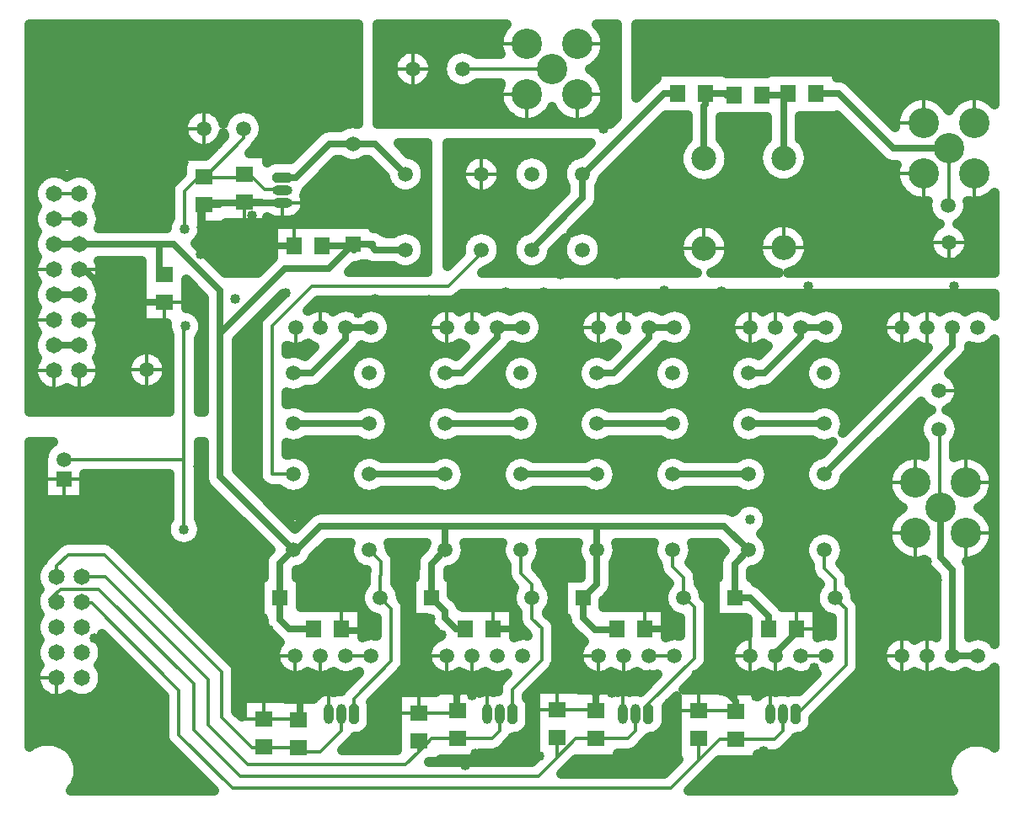
<source format=gbr>
G04 DipTrace 3.3.1.1*
G04 Top.gbr*
%MOIN*%
G04 #@! TF.FileFunction,Copper,L1,Top*
G04 #@! TF.Part,Single*
%AMOUTLINE0*
4,1,8,
-0.029528,0.019685,
-0.03937,0.009843,
-0.03937,-0.009843,
-0.029528,-0.019685,
0.029528,-0.019685,
0.03937,-0.009843,
0.03937,0.009843,
0.029528,0.019685,
-0.029528,0.019685,
0*%
%AMOUTLINE3*
4,1,8,
0.019685,0.029528,
0.009843,0.03937,
-0.009843,0.03937,
-0.019685,0.029528,
-0.019685,-0.029528,
-0.009843,-0.03937,
0.009843,-0.03937,
0.019685,-0.029528,
0.019685,0.029528,
0*%
G04 #@! TA.AperFunction,Conductor*
%ADD14C,0.027559*%
G04 #@! TA.AperFunction,ComponentPad*
%ADD15C,0.059055*%
G04 #@! TA.AperFunction,Conductor*
%ADD16C,0.011811*%
G04 #@! TA.AperFunction,CopperBalancing*
%ADD17C,0.04*%
%ADD18C,0.012992*%
%ADD20R,0.070866X0.062992*%
%ADD21R,0.062992X0.070866*%
G04 #@! TA.AperFunction,ComponentPad*
%ADD22R,0.059055X0.059055*%
%ADD23C,0.059055*%
%ADD24O,0.07874X0.03937*%
%ADD26C,0.098425*%
%ADD27C,0.12*%
%ADD28C,0.065*%
%ADD29O,0.03937X0.07874*%
%ADD62OUTLINE0*%
%ADD65OUTLINE3*%
%FSLAX26Y26*%
G04*
G70*
G90*
G75*
G01*
G04 Top*
%LPD*%
X651496Y2411873D2*
D14*
X551496D1*
X1444121Y1212953D2*
Y1128026D1*
X1481681Y1090466D1*
X1578304D1*
X3243133Y1212953D2*
Y1347245D1*
X3297829Y1401942D1*
X2643462Y1212953D2*
Y1133273D1*
X2690448Y1086287D1*
X2777646D1*
Y1090466D1*
X2043791Y1212953D2*
Y1347904D1*
X2097829Y1401942D1*
X1444121Y1212953D2*
Y1348234D1*
X1497829Y1401942D1*
X551496Y2611873D2*
X651496D1*
X3243133Y1212953D2*
X3304542D1*
X3377316Y1140178D1*
Y1090466D1*
X2043791Y1212953D2*
X2097102Y1159642D1*
Y1134672D1*
X2141308Y1090466D1*
X2177975D1*
X2643462Y1212953D2*
X2697829Y1267320D1*
Y1401942D1*
X651496Y2611873D2*
X966810D1*
X1024724D1*
X1208092Y2428505D1*
Y2259643D1*
Y1691680D1*
X1497829Y1401942D1*
X966810Y2611873D2*
Y2491794D1*
X985320D1*
X1732140Y2613501D2*
X1725302Y2606663D1*
X1609605D1*
X1732140Y2613501D2*
X1736946D1*
Y2591278D1*
X1732140Y2613501D2*
X1797794D1*
X1809129Y2602167D1*
X1820339Y2590957D1*
X1940450D1*
X1208092Y2259643D2*
X1463676Y2515227D1*
X1636988D1*
X1734562Y2612801D1*
X1809129D1*
Y2602167D1*
X1497829Y1401942D2*
X1510568D1*
X1605033Y1496407D1*
X2097829D1*
Y1401942D1*
Y1496407D2*
X2697829D1*
Y1401942D1*
Y1496407D2*
X3201049D1*
X3288609Y1408846D1*
Y1401942D1*
X3297829D1*
X551496Y2211873D2*
X651496D1*
X3020984Y1090466D2*
X2887882D1*
X3405235Y984146D2*
X3391719Y997661D1*
X3408517D1*
X3501322Y1090466D1*
X3487552D1*
X1804887Y1081913D2*
X1688541D1*
Y1090466D1*
X2288211D2*
X2398142D1*
X1505819Y2297706D2*
Y2284320D1*
X2694209Y765316D2*
Y841054D1*
X651496Y2511873D2*
X657171Y2506198D1*
X676820D1*
X801461Y2381558D1*
X985320D1*
X1516156Y728584D2*
X1522227D1*
Y839043D1*
X2143627Y841054D2*
Y765316D1*
X2147488D1*
X3209556Y840609D2*
X3245950Y804215D1*
Y762256D1*
X1143213Y2771203D2*
X1204736D1*
Y2768348D1*
X1499369Y2606663D2*
X1402387D1*
X1131832D1*
Y2572448D1*
Y2606663D2*
Y2681399D1*
Y2777259D1*
X1454293D1*
X1143213Y2771203D2*
X1131832Y2777259D1*
X1132373Y2679671D2*
X1131832Y2681399D1*
X1402387Y2614055D2*
Y2606663D1*
X3100434Y765441D2*
D16*
X3245950D1*
Y762256D1*
X2541143Y769146D2*
X2694209D1*
Y765316D1*
X1992963Y758033D2*
X2147488D1*
Y765316D1*
X1379008Y732735D2*
X1516156D1*
Y728584D1*
X1305003Y2780833D2*
D14*
X1454293Y2777259D1*
X2405235Y2284146D2*
X2305235D1*
Y2243499D1*
X2163678Y2101942D1*
X2097829D1*
X3005235Y2284146D2*
X2905235D1*
Y2243920D1*
X2763257Y2101942D1*
X2697829D1*
X2905235Y984146D2*
D16*
X3005235D1*
X3505235D2*
X3605235D1*
X1497829Y1901942D2*
D14*
X1797829D1*
X2097829D2*
X2397829D1*
Y1701942D2*
X2697829D1*
X2997829D2*
X3297829D1*
X2397829Y1401942D2*
D16*
Y1309211D1*
X2441429Y1265612D1*
Y1212953D1*
Y1130262D1*
X2479982Y1091710D1*
Y967593D1*
X2363602Y851214D1*
Y752854D1*
X551496Y2811873D2*
X651496D1*
X551496Y2711873D2*
X651496D1*
X2313602Y752854D2*
Y686077D1*
X2282605Y655080D1*
X2147488D1*
X2043933D1*
X1992963Y604110D1*
X1941297Y552445D1*
X1318134D1*
X1161539Y709039D1*
Y889332D1*
X754822Y1296050D1*
X660846D1*
X1992963Y647797D2*
Y604110D1*
X2997829Y1401942D2*
Y1337759D1*
X3041100Y1294488D1*
Y1212953D1*
X3035505Y1207358D1*
X3053610D1*
X3084049Y1176920D1*
Y974756D1*
X2901139Y791848D1*
Y752854D1*
X2851139D2*
Y686077D1*
X2820142Y655080D1*
X2694209D1*
X560846Y1196051D2*
X550846Y1206051D1*
X534196D1*
X575667Y1247522D1*
X727455D1*
X1103315Y871663D1*
Y689070D1*
X1287080Y505304D1*
X2465268D1*
X2541143Y581180D1*
X2615043Y655080D1*
X2694209D1*
X2541143Y658909D2*
Y581180D1*
X3597829Y1401942D2*
Y1328748D1*
X3640770Y1285807D1*
Y1212953D1*
X3625201Y1197383D1*
X3654806D1*
X3683504Y1168684D1*
Y947064D1*
X3489294Y752854D1*
X3483493D1*
X1797829Y1401942D2*
X1843262Y1356509D1*
Y1302760D1*
X1841759Y1301256D1*
Y1212953D1*
X1884336Y1170375D1*
Y962286D1*
X1736432Y814382D1*
Y752854D1*
X1686432D2*
Y686077D1*
X1604210Y603856D1*
X1516156D1*
Y618348D1*
X1440686D1*
Y620210D1*
X1399864D1*
X1333163D1*
X1214323Y739050D1*
Y919904D1*
X750096Y1384131D1*
X605593D1*
X560846Y1339385D1*
Y1296050D1*
X1379008Y622499D2*
X1399864D1*
Y620210D1*
X3433493Y752854D2*
Y686076D1*
X3399437Y652020D1*
X3245950D1*
X3182476D1*
X3100434Y569979D1*
X2988621Y458164D1*
X1256026D1*
X1043598Y670592D1*
Y847895D1*
X699627Y1191866D1*
X660846D1*
Y1196051D1*
X3100434Y655205D2*
Y569979D1*
X1732140Y3011139D2*
D14*
X1640958D1*
X1507077Y2877259D1*
X1454293D1*
X1732140Y3011139D2*
X1820268D1*
X1940450Y2890957D1*
X2440450Y2590957D2*
X2435885D1*
X2640218Y2795290D1*
Y2887283D1*
X2963507Y3210572D1*
X3017573D1*
X2640218Y2887283D2*
X2640450Y2890957D1*
X3564661Y3208482D2*
X3652554D1*
X3869005Y2992030D1*
X4088845D1*
X4085454Y2766093D2*
D16*
X4088845D1*
Y2992030D1*
X3351202Y3204301D2*
D14*
X3454425D1*
X3435392D1*
Y2954109D1*
X3454425Y3204301D2*
Y3208482D1*
X3127810Y3210572D2*
Y3166077D1*
X3121346Y3159614D1*
Y2951541D1*
X3240966Y3204301D2*
X3209748D1*
Y3210572D1*
X3127810D1*
X4105235Y2284146D2*
Y2209348D1*
X3597829Y1701942D1*
X1805235Y2284146D2*
X1705235D1*
Y2237895D1*
X1569282Y2101942D1*
X1497829D1*
X3605235Y2284146D2*
X3505235D1*
Y2247795D1*
X3359382Y2101942D1*
X3297829D1*
X4205235Y984146D2*
X4105235D1*
Y1323307D1*
X4056906Y1371636D1*
Y1568815D1*
X4051332Y1880955D2*
D16*
X4052448D1*
Y1573240D1*
X4056906D1*
Y1568815D1*
X1705235Y984146D2*
X1805235D1*
X2165669Y3307402D2*
X2519766D1*
Y3304907D1*
X1497829Y1701942D2*
X1414042D1*
Y2289915D1*
X1570066Y2445938D1*
X2108814D1*
X2240450Y2577575D1*
Y2590957D1*
X2697829Y1901942D2*
D14*
X2997829D1*
X3297829D2*
X3597829D1*
X1797829Y1701942D2*
X2097829D1*
X1454293Y2827259D2*
D16*
X1456245D1*
Y2830073D1*
X1382534D1*
X1336538Y2876070D1*
X1305003D1*
X1143213D1*
Y2881440D1*
Y2876070D2*
Y2874227D1*
X1118281D1*
X1066867Y2822814D1*
Y2673642D1*
X1068932Y2288692D2*
X1064568D1*
Y1760722D1*
Y1484619D1*
X1299528Y3071181D2*
Y3031811D1*
X1149156Y2881440D1*
X1143213D1*
X589007Y1760722D2*
X1064568D1*
X1305003Y2891070D2*
Y2876070D1*
D17*
X3020984Y1090466D3*
X1804887Y1081913D3*
X2398142Y1090466D3*
X2694209Y841054D3*
X1522227Y839043D3*
X2143627Y841054D3*
X3209556Y840609D3*
X2694209Y841054D3*
X1131832Y2572448D3*
D3*
X1522227Y839043D3*
X1066867Y2673642D3*
X1068932Y2288692D3*
X1064568Y1484619D3*
X1130811Y2046379D3*
X1119824Y1732598D3*
X839676Y2724894D3*
X987831D3*
Y2950831D3*
X1061909Y2936046D3*
X1254512Y3184207D3*
X1349497Y2988972D3*
X1691572Y3091609D3*
X1695276Y3452789D3*
X1691572Y3280508D3*
X2869411Y3239765D3*
Y3432367D3*
Y3321251D3*
X3154612Y3328659D3*
X3428699Y3321251D3*
X3706492Y3317547D3*
X3869463Y3136056D3*
X3954652Y3217542D3*
X4099105Y3221245D3*
X4250965D3*
X4236150Y3450887D3*
X2139495Y2974316D3*
X2334423Y2973325D3*
X2545692Y2974316D3*
X2543469Y2813818D3*
X2373089Y2676773D3*
X2128631Y2624919D3*
X2291604Y2524913D3*
X2553659Y2494302D3*
X1266944Y2395383D3*
X2793551Y2901409D3*
X2884227Y3013828D3*
X2987016Y3072110D3*
X3221261Y3081379D3*
X3353701Y3073971D3*
X3551888Y3077694D3*
X3654638Y3080497D3*
X3754643Y2969381D3*
X3847240Y2873080D3*
X3947245Y2776778D3*
X4025028Y2684181D3*
X4251638Y2795971D3*
X4226812Y2526199D3*
X4035190Y2526841D3*
X3847424Y2523138D3*
X3653841Y2524913D3*
X3273135D3*
X2980528Y2528617D3*
X2778406Y2491520D3*
X1371159Y2553765D3*
X1299243Y2518657D3*
X1884175Y2510097D3*
X2017514D3*
X1988526Y2974370D3*
X2013811Y2802706D3*
X2017514Y2665661D3*
X1846151Y2697047D3*
X1350812Y2269681D3*
X1467990Y2418846D3*
X1347109Y2150820D3*
X1343406Y1921178D3*
Y1717463D3*
X1436003Y1580420D3*
X1753014Y2339240D3*
X1821209Y2395277D3*
X2032331Y2391573D3*
X2338000Y2424404D3*
X2487909Y2422827D3*
X2663739Y2414037D3*
X2962248Y2430819D3*
X3191650Y2425244D3*
X3534427Y2447230D3*
X3654638Y2391573D3*
X3858352D3*
X4110190Y2446010D3*
X4232445Y2391573D3*
X4239853Y2169339D3*
X4225037Y1958217D3*
X4232445Y1791542D3*
X4221333Y1317442D3*
X4247261Y1095209D3*
X4232445Y869272D3*
X4239853Y680373D3*
X4025028Y480362D3*
X3743530Y487770D3*
X3480554Y491474D3*
X3143500Y472954D3*
X3201091Y558264D3*
X3510185Y598887D3*
X3619631Y781154D3*
X3755387Y941117D3*
X3748971Y1141383D3*
X487804Y1404786D3*
X509386Y1482154D3*
X662164D3*
X955793D3*
X1176730Y1543381D3*
X1333304Y1396572D3*
X1328589Y1232253D3*
X1398963Y1087801D3*
X1410382Y895841D3*
X1736018Y902606D3*
X838050Y504249D3*
X1290268Y785570D3*
X1310071Y983419D3*
X1190198Y1117433D3*
X1014202Y1292318D3*
X910050Y1395224D3*
X1009286Y1401659D3*
X709549Y1053558D3*
X791525Y989949D3*
X873551Y811088D3*
X943385Y717412D3*
X903849Y608861D3*
X986472Y570056D3*
X948374Y477301D3*
X724854Y476657D3*
X711354Y657353D3*
X480398Y661853D3*
X1783373Y618857D3*
X1897474Y628056D3*
X1904386Y776655D3*
X1831814Y812941D3*
X1940672Y949445D3*
X1962978Y1083749D3*
X2040576Y1130559D3*
X2084715Y1065685D3*
X2009787Y897608D3*
X1837568Y701513D3*
X2217188Y597436D3*
X2205039Y826764D3*
X2325992Y897608D3*
X2201583D3*
X2049529Y564123D3*
X2177051Y548765D3*
X2384740Y584858D3*
X2446945Y648790D3*
X2440033Y826764D3*
X2526428Y942219D3*
X2548891Y1041022D3*
X2593816Y1080764D3*
X2605911Y902791D3*
X2756239Y899336D3*
X2906566Y911430D3*
X2756239Y835403D3*
X2780577Y592591D3*
X2691142Y549160D3*
X2468980Y587622D3*
X2603877Y546409D3*
X2778701Y520927D3*
X2975657Y533593D3*
X2969348Y603445D3*
X2967042Y679892D3*
X2984320Y797390D3*
X3089722Y909703D3*
X3186484Y1001281D3*
X3164106Y1128631D3*
X3278063Y1058942D3*
X3290157Y894152D3*
X3414567Y895879D3*
X3557982Y935936D3*
X3357546Y605593D3*
X3306209Y518392D3*
X3580408Y682228D3*
X4038337Y1084220D3*
X4043521Y1282928D3*
X4003778Y1357227D3*
X3893193Y1381419D3*
X3855180Y1535201D3*
X3875915Y1761555D3*
X3993411Y1796113D3*
X4010690Y1953352D3*
X4135098Y2124413D3*
X3848268Y1853134D3*
X3739411Y1728726D3*
X3604727Y1535710D3*
X1653395Y1334526D3*
X1656455Y1613084D3*
X1628906Y2011024D3*
X2238059Y2029390D3*
X2253365Y1778382D3*
X2247243Y1343710D3*
X2850273Y1349832D3*
X2859457Y1659000D3*
X2862518Y2038573D3*
X3431877Y2017146D3*
X3434938Y1659000D3*
X3441060Y1340648D3*
X1334350Y2726130D3*
X1246272Y2684459D3*
X1132373Y2679671D3*
X1402387Y2614055D3*
X1579929Y2736497D3*
X1595234Y2862001D3*
X1668699Y2935467D3*
X1794203Y2923223D3*
X1846241Y2855879D3*
X3594114Y1095764D3*
X3327801Y823328D3*
X1263720Y1464009D3*
X1858487Y3125255D3*
X2026845Y3131377D3*
X2204387D3*
X2357441Y3116071D3*
X2724130Y3070751D3*
X2749259Y3272185D3*
X2755381Y3440545D3*
X2290097Y3452789D3*
X2060517D3*
X1855425D3*
X2794425Y2689810D3*
X1514105Y3004890D3*
X2133667Y2779289D3*
X2238273Y1605316D3*
X2553563D3*
X3153534Y1596133D3*
X3303526Y1522667D3*
X3707588Y1332881D3*
X3724117Y1953972D3*
X3730852Y2149268D3*
X3673610Y2240182D3*
X3872273Y2095394D3*
X3980024Y2189675D3*
X3656774Y2812602D3*
X2858953Y3444383D2*
X4267661D1*
X2858953Y3404514D2*
X4267661D1*
X2858953Y3364646D2*
X4267661D1*
X2858953Y3324777D2*
X4267661D1*
X2858953Y3284908D2*
X2930472D1*
X3651742D2*
X4267661D1*
X2858953Y3245039D2*
X2901514D1*
X3712458D2*
X4267661D1*
X3752326Y3205171D2*
X4267661D1*
X3792193Y3165302D2*
X3900673D1*
X4077006D2*
X4100656D1*
X3832060Y3125433D2*
X3878353D1*
X2934956Y3085564D2*
X3051976D1*
X3190738D2*
X3365999D1*
X3504761D2*
X3679016D1*
X2895088Y3045696D2*
X3051976D1*
X3190738D2*
X3365999D1*
X3504761D2*
X3718884D1*
X2110947Y3005827D2*
X2662310D1*
X2855221D2*
X3032383D1*
X3210295D2*
X3344863D1*
X3525932D2*
X3758751D1*
X2110947Y2965958D2*
X2205540D1*
X2275368D2*
X2405523D1*
X2475387D2*
X2605541D1*
X2815354D2*
X3017563D1*
X3225115D2*
X3331263D1*
X3539497D2*
X3798618D1*
X2110947Y2926089D2*
X2163340D1*
X2317568D2*
X2363323D1*
X2517587D2*
X2563341D1*
X2775486D2*
X3019788D1*
X3222890D2*
X3334564D1*
X3536231D2*
X3878568D1*
X2110947Y2886220D2*
X2155446D1*
X2325427D2*
X2355464D1*
X2525445D2*
X2555447D1*
X2735619D2*
X3040565D1*
X3202149D2*
X3356848D1*
X3513911D2*
X3873401D1*
X2110947Y2846352D2*
X2168687D1*
X2312221D2*
X2368669D1*
X2512204D2*
X2568688D1*
X2712223D2*
X3883018D1*
X2110947Y2806483D2*
X2554944D1*
X2709603D2*
X3913161D1*
X2110947Y2766614D2*
X2515077D1*
X2702964D2*
X4000323D1*
X4170592D2*
X4267661D1*
X2110947Y2726745D2*
X2475210D1*
X2668121D2*
X4010515D1*
X4160401D2*
X4267661D1*
X2110947Y2686877D2*
X2435342D1*
X2628254D2*
X3071282D1*
X3171432D2*
X3380639D1*
X3490156D2*
X4039724D1*
X4138798D2*
X4267661D1*
X2110947Y2647008D2*
X2177801D1*
X2303107D2*
X2377784D1*
X2703108D2*
X3029692D1*
X3212986D2*
X3342315D1*
X3528444D2*
X4008864D1*
X4169659D2*
X4267661D1*
X2110947Y2607139D2*
X2156953D1*
X2323956D2*
X2356935D1*
X2723957D2*
X3017025D1*
X3225653D2*
X3330832D1*
X3539927D2*
X4005096D1*
X4173391D2*
X4267661D1*
X2110947Y2567270D2*
X2144824D1*
X2322054D2*
X2358873D1*
X2522036D2*
X2558856D1*
X2722055D2*
X3021080D1*
X3221599D2*
X3335964D1*
X3534832D2*
X4023397D1*
X4155126D2*
X4267661D1*
X2294889Y2527402D2*
X2386037D1*
X2494872D2*
X2586020D1*
X2694890D2*
X3044620D1*
X3198094D2*
X3361226D1*
X3509569D2*
X4267661D1*
X3380516Y3295515D2*
X3647758D1*
Y3273877D1*
X3657683Y3273660D1*
X3667816Y3272055D1*
X3677574Y3268885D1*
X3686715Y3264227D1*
X3695014Y3258197D1*
X3711776Y3241721D1*
X3878559Y3074938D1*
X3877467Y3085003D1*
X3877317Y3096021D1*
X3878254Y3107000D1*
X3880269Y3117833D1*
X3883343Y3128415D1*
X3887445Y3138642D1*
X3892536Y3148415D1*
X3898566Y3157637D1*
X3905476Y3166221D1*
X3913199Y3174081D1*
X3921660Y3181141D1*
X3930775Y3187332D1*
X3940456Y3192594D1*
X3950610Y3196876D1*
X3961136Y3200135D1*
X3971932Y3202341D1*
X3982893Y3203471D1*
X3993912Y3203515D1*
X4004882Y3202472D1*
X4015695Y3200352D1*
X4026246Y3197176D1*
X4036433Y3192975D1*
X4046156Y3187790D1*
X4055321Y3181672D1*
X4063837Y3174679D1*
X4071622Y3166881D1*
X4078600Y3158353D1*
X4084703Y3149178D1*
X4088843Y3141571D1*
X4093478Y3149992D1*
X4099659Y3159115D1*
X4106709Y3167583D1*
X4114560Y3175315D1*
X4123136Y3182235D1*
X4132352Y3188275D1*
X4142119Y3193377D1*
X4152341Y3197491D1*
X4162919Y3200577D1*
X4173750Y3202605D1*
X4184728Y3203554D1*
X4195747Y3203417D1*
X4206698Y3202193D1*
X4217474Y3199895D1*
X4227972Y3196546D1*
X4238089Y3192178D1*
X4247725Y3186834D1*
X4256787Y3180565D1*
X4265187Y3173433D1*
X4271655Y3166843D1*
X4271653Y3484275D1*
X2854958Y3484252D1*
X2854961Y3194464D1*
X2921046Y3260287D1*
X2929346Y3266317D1*
X2933843Y3268834D1*
X2934478Y3270521D1*
Y3297605D1*
X3210906D1*
Y3291325D1*
X3371345Y3291334D1*
X3371329Y3295515D1*
X3380516D1*
X3647147Y3121449D2*
X3500740D1*
X3500865Y3030767D1*
X3506678Y3025394D1*
X3512051Y3019581D1*
X3516951Y3013365D1*
X3521349Y3006783D1*
X3525217Y2999877D1*
X3528531Y2992688D1*
X3531271Y2985262D1*
X3533420Y2977643D1*
X3534964Y2969879D1*
X3535894Y2962019D1*
X3536205Y2954109D1*
X3535894Y2946199D1*
X3534964Y2938338D1*
X3533420Y2930575D1*
X3531271Y2922956D1*
X3528531Y2915530D1*
X3525217Y2908341D1*
X3521349Y2901434D1*
X3516951Y2894853D1*
X3512051Y2888636D1*
X3506678Y2882824D1*
X3500865Y2877450D1*
X3494649Y2872550D1*
X3488067Y2868152D1*
X3481160Y2864284D1*
X3473972Y2860970D1*
X3466545Y2858230D1*
X3458927Y2856082D1*
X3451163Y2854537D1*
X3443302Y2853607D1*
X3435392Y2853296D1*
X3427483Y2853607D1*
X3419622Y2854537D1*
X3411858Y2856082D1*
X3404240Y2858230D1*
X3396813Y2860970D1*
X3389624Y2864284D1*
X3382718Y2868152D1*
X3376136Y2872550D1*
X3369920Y2877450D1*
X3364107Y2882824D1*
X3358734Y2888636D1*
X3353833Y2894853D1*
X3349436Y2901434D1*
X3345568Y2908341D1*
X3342254Y2915530D1*
X3339514Y2922956D1*
X3337365Y2930575D1*
X3335821Y2938338D1*
X3334891Y2946199D1*
X3334580Y2954109D1*
X3334891Y2962019D1*
X3335821Y2969879D1*
X3337365Y2977643D1*
X3339514Y2985262D1*
X3342254Y2992688D1*
X3345568Y2999877D1*
X3349436Y3006783D1*
X3353833Y3013365D1*
X3358734Y3019581D1*
X3364107Y3025394D1*
X3369993Y3030825D1*
X3369994Y3117267D1*
X3186733D1*
X3186819Y3028199D1*
X3192632Y3022826D1*
X3198005Y3017013D1*
X3202906Y3010797D1*
X3207303Y3004215D1*
X3211171Y2997309D1*
X3214485Y2990120D1*
X3217225Y2982693D1*
X3219374Y2975075D1*
X3220918Y2967311D1*
X3221848Y2959450D1*
X3222159Y2951541D1*
X3221848Y2943631D1*
X3220918Y2935770D1*
X3219374Y2928006D1*
X3217225Y2920388D1*
X3214485Y2912961D1*
X3211171Y2905773D1*
X3207303Y2898866D1*
X3202906Y2892285D1*
X3198005Y2886068D1*
X3192632Y2880255D1*
X3186819Y2874882D1*
X3180603Y2869982D1*
X3174021Y2865584D1*
X3167114Y2861716D1*
X3159926Y2858402D1*
X3152499Y2855662D1*
X3144881Y2853514D1*
X3137117Y2851969D1*
X3129256Y2851039D1*
X3121346Y2850728D1*
X3113437Y2851039D1*
X3105576Y2851969D1*
X3097812Y2853514D1*
X3090194Y2855662D1*
X3082767Y2858402D1*
X3075578Y2861716D1*
X3068672Y2865584D1*
X3062090Y2869982D1*
X3055874Y2874882D1*
X3050061Y2880255D1*
X3044688Y2886068D1*
X3039787Y2892285D1*
X3035390Y2898866D1*
X3031522Y2905773D1*
X3028208Y2912961D1*
X3025468Y2920388D1*
X3023319Y2928006D1*
X3021775Y2935770D1*
X3020845Y2943631D1*
X3020534Y2951541D1*
X3020845Y2959450D1*
X3021775Y2967311D1*
X3023319Y2975075D1*
X3025468Y2982693D1*
X3028208Y2990120D1*
X3031522Y2997309D1*
X3035390Y3004215D1*
X3039787Y3010797D1*
X3044688Y3017013D1*
X3050061Y3022826D1*
X3055947Y3028257D1*
X3055967Y3123534D1*
X2968939Y3123539D1*
X2719890Y2874495D1*
X2717607Y2865887D1*
X2715402Y2859911D1*
X2712735Y2854126D1*
X2709623Y2848568D1*
X2705606Y2842665D1*
X2705396Y2790160D1*
X2703791Y2780027D1*
X2700621Y2770270D1*
X2695963Y2761129D1*
X2689933Y2752829D1*
X2673457Y2736068D1*
X2596599Y2659211D1*
X2603619Y2663242D1*
X2609404Y2665909D1*
X2615380Y2668114D1*
X2621511Y2669843D1*
X2627759Y2671085D1*
X2634085Y2671834D1*
X2640450Y2672084D1*
X2646815Y2671834D1*
X2653141Y2671085D1*
X2659389Y2669843D1*
X2665520Y2668114D1*
X2671496Y2665909D1*
X2677281Y2663242D1*
X2682839Y2660129D1*
X2688136Y2656590D1*
X2693138Y2652647D1*
X2697816Y2648323D1*
X2702140Y2643645D1*
X2706084Y2638642D1*
X2709623Y2633346D1*
X2712735Y2627788D1*
X2715402Y2622003D1*
X2717607Y2616026D1*
X2719336Y2609896D1*
X2720579Y2603648D1*
X2721328Y2597322D1*
X2721578Y2590957D1*
X2721328Y2584591D1*
X2720579Y2578266D1*
X2719336Y2572018D1*
X2717607Y2565887D1*
X2715402Y2559911D1*
X2712735Y2554126D1*
X2709623Y2548568D1*
X2706084Y2543271D1*
X2702140Y2538269D1*
X2697816Y2533591D1*
X2693138Y2529267D1*
X2688136Y2525323D1*
X2682839Y2521784D1*
X2677281Y2518672D1*
X2671496Y2516005D1*
X2665520Y2513800D1*
X2659389Y2512071D1*
X2653141Y2510828D1*
X2646815Y2510079D1*
X2640450Y2509829D1*
X2634085Y2510079D1*
X2627759Y2510828D1*
X2621511Y2512071D1*
X2615380Y2513800D1*
X2609404Y2516005D1*
X2603619Y2518672D1*
X2598061Y2521784D1*
X2592765Y2525323D1*
X2587762Y2529267D1*
X2583084Y2533591D1*
X2578760Y2538269D1*
X2574817Y2543271D1*
X2571278Y2548568D1*
X2568165Y2554126D1*
X2565498Y2559911D1*
X2563293Y2565887D1*
X2561564Y2572018D1*
X2560321Y2578266D1*
X2559573Y2584591D1*
X2559323Y2590957D1*
X2559573Y2597322D1*
X2560321Y2603648D1*
X2561564Y2609896D1*
X2563293Y2616026D1*
X2565498Y2622003D1*
X2568165Y2627788D1*
X2572370Y2634980D1*
X2521289Y2583901D1*
X2519336Y2572018D1*
X2517607Y2565887D1*
X2515402Y2559911D1*
X2512735Y2554126D1*
X2509623Y2548568D1*
X2506084Y2543271D1*
X2502140Y2538269D1*
X2497816Y2533591D1*
X2493138Y2529267D1*
X2488136Y2525323D1*
X2482839Y2521784D1*
X2477281Y2518672D1*
X2471496Y2516005D1*
X2465520Y2513800D1*
X2459389Y2512071D1*
X2453141Y2510828D1*
X2446815Y2510079D1*
X2440450Y2509829D1*
X2434085Y2510079D1*
X2427759Y2510828D1*
X2421511Y2512071D1*
X2415380Y2513800D1*
X2409404Y2516005D1*
X2403619Y2518672D1*
X2398061Y2521784D1*
X2392765Y2525323D1*
X2387762Y2529267D1*
X2383084Y2533591D1*
X2378760Y2538269D1*
X2374817Y2543271D1*
X2371278Y2548568D1*
X2368165Y2554126D1*
X2365498Y2559911D1*
X2363293Y2565887D1*
X2361564Y2572018D1*
X2360321Y2578266D1*
X2359573Y2584591D1*
X2359323Y2590957D1*
X2359573Y2597322D1*
X2360321Y2603648D1*
X2361564Y2609896D1*
X2363293Y2616026D1*
X2365498Y2622003D1*
X2368165Y2627788D1*
X2371278Y2633346D1*
X2374817Y2638642D1*
X2378760Y2643645D1*
X2383084Y2648323D1*
X2387762Y2652647D1*
X2392765Y2656590D1*
X2398061Y2660129D1*
X2403619Y2663242D1*
X2409404Y2665909D1*
X2415380Y2668114D1*
X2422512Y2670042D1*
X2574859Y2822392D1*
X2574817Y2843271D1*
X2571278Y2848568D1*
X2568165Y2854126D1*
X2565498Y2859911D1*
X2563293Y2865887D1*
X2561564Y2872018D1*
X2560321Y2878266D1*
X2559573Y2884591D1*
X2559323Y2890957D1*
X2559573Y2897322D1*
X2560321Y2903648D1*
X2561564Y2909896D1*
X2563293Y2916026D1*
X2565498Y2922003D1*
X2568165Y2927788D1*
X2571278Y2933346D1*
X2574817Y2938642D1*
X2578760Y2943645D1*
X2583084Y2948323D1*
X2587762Y2952647D1*
X2592765Y2956590D1*
X2598061Y2960129D1*
X2603619Y2963242D1*
X2609404Y2965909D1*
X2615380Y2968114D1*
X2621511Y2969843D1*
X2632083Y2971597D1*
X2672266Y3011792D1*
X2106906Y3011811D1*
X2106929Y2525378D1*
X2160233Y2578683D1*
X2159323Y2590957D1*
X2159573Y2597322D1*
X2160321Y2603648D1*
X2161564Y2609896D1*
X2163293Y2616026D1*
X2165498Y2622003D1*
X2168165Y2627788D1*
X2171278Y2633346D1*
X2174817Y2638642D1*
X2178760Y2643645D1*
X2183084Y2648323D1*
X2187762Y2652647D1*
X2192765Y2656590D1*
X2198061Y2660129D1*
X2203619Y2663242D1*
X2209404Y2665909D1*
X2215380Y2668114D1*
X2221511Y2669843D1*
X2227759Y2671085D1*
X2234085Y2671834D1*
X2240450Y2672084D1*
X2246815Y2671834D1*
X2253141Y2671085D1*
X2259389Y2669843D1*
X2265520Y2668114D1*
X2271496Y2665909D1*
X2277281Y2663242D1*
X2282839Y2660129D1*
X2288136Y2656590D1*
X2293138Y2652647D1*
X2297816Y2648323D1*
X2302140Y2643645D1*
X2306084Y2638642D1*
X2309623Y2633346D1*
X2312735Y2627788D1*
X2315402Y2622003D1*
X2317607Y2616026D1*
X2319336Y2609896D1*
X2320579Y2603648D1*
X2321328Y2597322D1*
X2321578Y2590957D1*
X2321328Y2584591D1*
X2320579Y2578266D1*
X2319336Y2572018D1*
X2317607Y2565887D1*
X2315402Y2559911D1*
X2312735Y2554126D1*
X2309623Y2548568D1*
X2306084Y2543271D1*
X2302140Y2538269D1*
X2297816Y2533591D1*
X2293138Y2529267D1*
X2288136Y2525323D1*
X2282839Y2521784D1*
X2277281Y2518672D1*
X2271496Y2516005D1*
X2265520Y2513800D1*
X2255509Y2511299D1*
X2244853Y2500653D1*
X3092440Y2500630D1*
X3084024Y2503560D1*
X3075657Y2507345D1*
X3067670Y2511875D1*
X3060127Y2517114D1*
X3053093Y2523017D1*
X3046624Y2529536D1*
X3040776Y2536616D1*
X3035597Y2544199D1*
X3031129Y2552222D1*
X3027409Y2560618D1*
X3024469Y2569318D1*
X3022333Y2578249D1*
X3021018Y2587338D1*
X3020536Y2596508D1*
X3020891Y2605685D1*
X3022079Y2614791D1*
X3024090Y2623751D1*
X3026909Y2632491D1*
X3030511Y2640938D1*
X3034867Y2649022D1*
X3039941Y2656677D1*
X3045690Y2663838D1*
X3052067Y2670446D1*
X3059018Y2676446D1*
X3066487Y2681789D1*
X3074411Y2686430D1*
X3082725Y2690331D1*
X3091359Y2693459D1*
X3100241Y2695789D1*
X3109299Y2697300D1*
X3118457Y2697981D1*
X3127639Y2697826D1*
X3136769Y2696836D1*
X3145770Y2695019D1*
X3154569Y2692391D1*
X3163093Y2688973D1*
X3171270Y2684793D1*
X3179032Y2679887D1*
X3186316Y2674295D1*
X3193061Y2668063D1*
X3199211Y2661243D1*
X3204715Y2653892D1*
X3209527Y2646071D1*
X3213607Y2637844D1*
X3216922Y2629280D1*
X3219444Y2620450D1*
X3221152Y2611427D1*
X3222031Y2602286D1*
X3222092Y2593536D1*
X3221340Y2584384D1*
X3219758Y2575338D1*
X3217359Y2566474D1*
X3214164Y2557864D1*
X3210199Y2549581D1*
X3205496Y2541694D1*
X3200095Y2534267D1*
X3194041Y2527362D1*
X3187383Y2521037D1*
X3180178Y2515344D1*
X3172484Y2510330D1*
X3164366Y2506037D1*
X3155891Y2502501D1*
X3150244Y2500631D1*
X3417120Y2500630D1*
X3406747Y2503121D1*
X3398070Y2506129D1*
X3389703Y2509913D1*
X3381716Y2514444D1*
X3374173Y2519682D1*
X3367139Y2525585D1*
X3360670Y2532104D1*
X3354822Y2539184D1*
X3349643Y2546767D1*
X3345175Y2554790D1*
X3341455Y2563186D1*
X3338515Y2571886D1*
X3336379Y2580817D1*
X3335064Y2589906D1*
X3334582Y2599077D1*
X3334937Y2608253D1*
X3336125Y2617359D1*
X3338136Y2626319D1*
X3340955Y2635059D1*
X3344557Y2643506D1*
X3348913Y2651590D1*
X3353987Y2659245D1*
X3359736Y2666406D1*
X3366112Y2673014D1*
X3373064Y2679014D1*
X3380533Y2684357D1*
X3388457Y2688998D1*
X3396770Y2692899D1*
X3405404Y2696027D1*
X3414287Y2698357D1*
X3423345Y2699868D1*
X3432503Y2700549D1*
X3441685Y2700394D1*
X3450815Y2699404D1*
X3459816Y2697587D1*
X3468615Y2694959D1*
X3477139Y2691541D1*
X3485316Y2687362D1*
X3493078Y2682455D1*
X3500362Y2676863D1*
X3507107Y2670631D1*
X3513257Y2663811D1*
X3518761Y2656460D1*
X3523573Y2648639D1*
X3527653Y2640412D1*
X3530968Y2631848D1*
X3533490Y2623018D1*
X3535198Y2613995D1*
X3536077Y2604854D1*
X3536138Y2596104D1*
X3535386Y2586952D1*
X3533804Y2577906D1*
X3531405Y2569042D1*
X3528210Y2560433D1*
X3524245Y2552150D1*
X3519542Y2544262D1*
X3514141Y2536835D1*
X3508087Y2529930D1*
X3501429Y2523605D1*
X3494223Y2517912D1*
X3486530Y2512898D1*
X3478412Y2508605D1*
X3469937Y2505069D1*
X3461175Y2502318D1*
X3453620Y2500630D1*
X4271666D1*
X4271653Y2817188D1*
X4264724Y2810195D1*
X4256283Y2803111D1*
X4247186Y2796894D1*
X4237519Y2791604D1*
X4227378Y2787294D1*
X4216861Y2784004D1*
X4206072Y2781768D1*
X4195114Y2780606D1*
X4184095Y2780531D1*
X4173122Y2781543D1*
X4164785Y2783058D1*
X4166332Y2772458D1*
X4166582Y2766093D1*
X4166332Y2759728D1*
X4165583Y2753402D1*
X4164340Y2747154D1*
X4162611Y2741023D1*
X4160406Y2735047D1*
X4157739Y2729262D1*
X4154627Y2723704D1*
X4151088Y2718408D1*
X4147144Y2713405D1*
X4142820Y2708727D1*
X4138142Y2704403D1*
X4133140Y2700460D1*
X4127843Y2696921D1*
X4122307Y2693820D1*
X4129496Y2690185D1*
X4137198Y2685187D1*
X4144286Y2679351D1*
X4150669Y2672751D1*
X4156265Y2665472D1*
X4161003Y2657608D1*
X4164823Y2649259D1*
X4167674Y2640531D1*
X4169521Y2631537D1*
X4170340Y2622393D1*
X4170196Y2614233D1*
X4169056Y2605122D1*
X4166893Y2596199D1*
X4163736Y2587578D1*
X4159625Y2579368D1*
X4154612Y2571675D1*
X4148763Y2564599D1*
X4142151Y2558228D1*
X4134862Y2552645D1*
X4126989Y2547922D1*
X4118632Y2544118D1*
X4109900Y2541283D1*
X4100902Y2539453D1*
X4091756Y2538651D1*
X4082578Y2538888D1*
X4073485Y2540160D1*
X4064594Y2542452D1*
X4056019Y2545734D1*
X4047870Y2549963D1*
X4040250Y2555086D1*
X4033259Y2561037D1*
X4026985Y2567740D1*
X4021508Y2575110D1*
X4016899Y2583050D1*
X4013217Y2591461D1*
X4010508Y2600234D1*
X4008809Y2609257D1*
X4008139Y2618414D1*
X4008509Y2627588D1*
X4009913Y2636661D1*
X4012333Y2645518D1*
X4015738Y2654045D1*
X4020085Y2662132D1*
X4025318Y2669676D1*
X4031370Y2676581D1*
X4038163Y2682757D1*
X4045610Y2688127D1*
X4052393Y2692005D1*
X4043065Y2696921D1*
X4037768Y2700460D1*
X4032766Y2704403D1*
X4028088Y2708727D1*
X4023764Y2713405D1*
X4019820Y2718408D1*
X4016281Y2723704D1*
X4013169Y2729262D1*
X4010502Y2735047D1*
X4008297Y2741023D1*
X4006568Y2747154D1*
X4005325Y2753402D1*
X4004577Y2759728D1*
X4004327Y2766093D1*
X4004577Y2772458D1*
X4005913Y2781737D1*
X3995114Y2780606D1*
X3984095Y2780531D1*
X3973122Y2781543D1*
X3962303Y2783632D1*
X3951743Y2786778D1*
X3941544Y2790950D1*
X3931806Y2796108D1*
X3922625Y2802200D1*
X3914089Y2809169D1*
X3906281Y2816945D1*
X3899279Y2825453D1*
X3893150Y2834611D1*
X3887954Y2844328D1*
X3883741Y2854510D1*
X3880554Y2865058D1*
X3878422Y2875869D1*
X3877366Y2886837D1*
X3877397Y2897856D1*
X3878515Y2908819D1*
X3880709Y2919617D1*
X3882752Y2926653D1*
X3863876Y2926852D1*
X3853743Y2928457D1*
X3843986Y2931627D1*
X3834844Y2936285D1*
X3826545Y2942315D1*
X3809783Y2958791D1*
X3647111Y3121464D1*
X2521328Y2884591D2*
X2520579Y2878266D1*
X2519336Y2872018D1*
X2517607Y2865887D1*
X2515402Y2859911D1*
X2512735Y2854126D1*
X2509623Y2848568D1*
X2506084Y2843271D1*
X2502140Y2838269D1*
X2497816Y2833591D1*
X2493138Y2829267D1*
X2488136Y2825323D1*
X2482839Y2821784D1*
X2477281Y2818672D1*
X2471496Y2816005D1*
X2465520Y2813800D1*
X2459389Y2812071D1*
X2453141Y2810828D1*
X2446815Y2810079D1*
X2440450Y2809829D1*
X2434085Y2810079D1*
X2427759Y2810828D1*
X2421511Y2812071D1*
X2415380Y2813800D1*
X2409404Y2816005D1*
X2403619Y2818672D1*
X2398061Y2821784D1*
X2392765Y2825323D1*
X2387762Y2829267D1*
X2383084Y2833591D1*
X2378760Y2838269D1*
X2374817Y2843271D1*
X2371278Y2848568D1*
X2368165Y2854126D1*
X2365498Y2859911D1*
X2363293Y2865887D1*
X2361564Y2872018D1*
X2360321Y2878266D1*
X2359573Y2884591D1*
X2359323Y2890957D1*
X2359573Y2897322D1*
X2360321Y2903648D1*
X2361564Y2909896D1*
X2363293Y2916026D1*
X2365498Y2922003D1*
X2368165Y2927788D1*
X2371278Y2933346D1*
X2374817Y2938642D1*
X2378760Y2943645D1*
X2383084Y2948323D1*
X2387762Y2952647D1*
X2392765Y2956590D1*
X2398061Y2960129D1*
X2403619Y2963242D1*
X2409404Y2965909D1*
X2415380Y2968114D1*
X2421511Y2969843D1*
X2427759Y2971085D1*
X2434085Y2971834D1*
X2440450Y2972084D1*
X2446815Y2971834D1*
X2453141Y2971085D1*
X2459389Y2969843D1*
X2465520Y2968114D1*
X2471496Y2965909D1*
X2477281Y2963242D1*
X2482839Y2960129D1*
X2488136Y2956590D1*
X2493138Y2952647D1*
X2497816Y2948323D1*
X2502140Y2943645D1*
X2506084Y2938642D1*
X2509623Y2933346D1*
X2512735Y2927788D1*
X2515402Y2922003D1*
X2517607Y2916026D1*
X2519336Y2909896D1*
X2520579Y2903648D1*
X2521328Y2897322D1*
X2521578Y2890957D1*
X2521328Y2884591D1*
X2321557Y2889120D2*
X2320830Y2879967D1*
X2319073Y2870955D1*
X2316310Y2862199D1*
X2312575Y2853812D1*
X2307916Y2845900D1*
X2302393Y2838566D1*
X2296076Y2831902D1*
X2289048Y2825995D1*
X2281396Y2820920D1*
X2273220Y2816742D1*
X2264625Y2813515D1*
X2255720Y2811279D1*
X2246619Y2810064D1*
X2237440Y2809885D1*
X2228298Y2810744D1*
X2219313Y2812631D1*
X2210598Y2815521D1*
X2202266Y2819377D1*
X2194422Y2824150D1*
X2187169Y2829779D1*
X2180597Y2836191D1*
X2174792Y2843304D1*
X2169829Y2851028D1*
X2165769Y2859264D1*
X2162666Y2867905D1*
X2160560Y2876842D1*
X2159477Y2885959D1*
X2159431Y2895140D1*
X2160422Y2904268D1*
X2162439Y2913225D1*
X2165454Y2921897D1*
X2169431Y2930173D1*
X2174317Y2937946D1*
X2180050Y2945118D1*
X2186556Y2951596D1*
X2193753Y2957297D1*
X2201548Y2962149D1*
X2209841Y2966088D1*
X2218527Y2969066D1*
X2227493Y2971043D1*
X2236625Y2971994D1*
X2245806Y2971907D1*
X2254918Y2970784D1*
X2263845Y2968638D1*
X2272473Y2965497D1*
X2280690Y2961401D1*
X2288392Y2956403D1*
X2295480Y2950567D1*
X2301863Y2943967D1*
X2307459Y2936689D1*
X2312198Y2928825D1*
X2316017Y2920475D1*
X2318868Y2911748D1*
X2320715Y2902754D1*
X2321534Y2893609D1*
X2321557Y2889120D1*
X2240450Y2972048D2*
D18*
Y2809865D1*
X2159358Y2890957D2*
X2321542D1*
X3121346Y2697987D2*
Y2597210D1*
X3020570D2*
X3222123D1*
X3435392Y2700555D2*
Y2599778D1*
X3334616D2*
X3536169D1*
X4188845Y3203594D2*
Y3092030D1*
Y2892030D2*
Y2780466D1*
X3988845Y2892030D2*
Y2780466D1*
X3877281Y2892030D2*
X3988845D1*
Y3203594D2*
Y3092030D1*
X3877281D2*
X3988845D1*
X4089256Y2619740D2*
Y2538648D1*
X4008164Y2619740D2*
X4170348D1*
X1835357Y3444383D2*
D17*
X2311398D1*
X2728155D2*
X2771577D1*
X1835357Y3404514D2*
X2304150D1*
X2735368D2*
X2771577D1*
X1835357Y3364646D2*
X1907342D1*
X2030315D2*
X2104167D1*
X2727868D2*
X2771577D1*
X1835357Y3324777D2*
X1885561D1*
X2052061D2*
X2082421D1*
X2701457D2*
X2771577D1*
X1835357Y3284908D2*
X1886888D1*
X2050769D2*
X2083713D1*
X2701565D2*
X2771577D1*
X1835357Y3245039D2*
X1912940D1*
X2024717D2*
X2109765D1*
X2221542D2*
X2311650D1*
X2727904D2*
X2771577D1*
X1835357Y3205171D2*
X2304150D1*
X2735368D2*
X2771577D1*
X1835357Y3165302D2*
X2311434D1*
X2728119D2*
X2771577D1*
X1835357Y3125433D2*
X2337414D1*
X2502121D2*
X2537433D1*
X2702103D2*
X2771577D1*
X2731351Y3203070D2*
X2730626Y3192074D1*
X2728820Y3181204D1*
X2725951Y3170565D1*
X2722047Y3160261D1*
X2717145Y3150392D1*
X2711295Y3141054D1*
X2704552Y3132339D1*
X2696982Y3124332D1*
X2688659Y3117110D1*
X2679665Y3110744D1*
X2670087Y3105296D1*
X2660018Y3100819D1*
X2649557Y3097357D1*
X2638806Y3094943D1*
X2627869Y3093601D1*
X2616852Y3093345D1*
X2605865Y3094176D1*
X2595012Y3096087D1*
X2584402Y3099058D1*
X2574135Y3103062D1*
X2564314Y3108058D1*
X2555034Y3113999D1*
X2546384Y3120826D1*
X2538450Y3128473D1*
X2531309Y3136864D1*
X2525030Y3145920D1*
X2519768Y3155364D1*
X2515298Y3147216D1*
X2509143Y3138076D1*
X2502117Y3129588D1*
X2494287Y3121834D1*
X2485732Y3114889D1*
X2476533Y3108823D1*
X2466781Y3103693D1*
X2456570Y3099550D1*
X2446001Y3096434D1*
X2435175Y3094376D1*
X2424200Y3093395D1*
X2413181Y3093501D1*
X2402227Y3094694D1*
X2391443Y3096961D1*
X2380936Y3100280D1*
X2370807Y3104619D1*
X2361156Y3109936D1*
X2352076Y3116179D1*
X2343656Y3123287D1*
X2335978Y3131191D1*
X2329117Y3139813D1*
X2323139Y3149070D1*
X2318104Y3158872D1*
X2314059Y3169122D1*
X2311046Y3179721D1*
X2309092Y3190565D1*
X2308217Y3201550D1*
X2308430Y3212567D1*
X2309728Y3223509D1*
X2312099Y3234270D1*
X2315519Y3244745D1*
X2317640Y3249902D1*
X2222897Y3249896D1*
X2218357Y3245712D1*
X2213355Y3241768D1*
X2208058Y3238229D1*
X2202500Y3235116D1*
X2196715Y3232449D1*
X2190739Y3230245D1*
X2184608Y3228516D1*
X2178360Y3227273D1*
X2172034Y3226524D1*
X2165669Y3226274D1*
X2159304Y3226524D1*
X2152978Y3227273D1*
X2146730Y3228516D1*
X2140599Y3230245D1*
X2134623Y3232449D1*
X2128838Y3235116D1*
X2123280Y3238229D1*
X2117984Y3241768D1*
X2112981Y3245712D1*
X2108303Y3250036D1*
X2103979Y3254713D1*
X2100036Y3259716D1*
X2096497Y3265013D1*
X2093384Y3270570D1*
X2090717Y3276355D1*
X2088512Y3282332D1*
X2086783Y3288463D1*
X2085541Y3294710D1*
X2084792Y3301036D1*
X2084542Y3307402D1*
X2084792Y3313767D1*
X2085541Y3320093D1*
X2086783Y3326340D1*
X2088512Y3332471D1*
X2090717Y3338448D1*
X2093384Y3344233D1*
X2096497Y3349791D1*
X2100036Y3355087D1*
X2103979Y3360090D1*
X2108303Y3364767D1*
X2112981Y3369091D1*
X2117984Y3373035D1*
X2123280Y3376574D1*
X2128838Y3379687D1*
X2134623Y3382354D1*
X2140599Y3384558D1*
X2146730Y3386288D1*
X2152978Y3387530D1*
X2159304Y3388279D1*
X2165669Y3388529D1*
X2172034Y3388279D1*
X2178360Y3387530D1*
X2184608Y3386288D1*
X2190739Y3384558D1*
X2196715Y3382354D1*
X2202500Y3379687D1*
X2208058Y3376574D1*
X2213355Y3373035D1*
X2218357Y3369091D1*
X2222871Y3364919D1*
X2315558Y3364907D1*
X2312422Y3374384D1*
X2309935Y3385119D1*
X2308519Y3396047D1*
X2308187Y3407061D1*
X2308944Y3418054D1*
X2310780Y3428919D1*
X2313680Y3439550D1*
X2317613Y3449843D1*
X2322543Y3459698D1*
X2328420Y3469019D1*
X2335188Y3477715D1*
X2341293Y3484255D1*
X1831347Y3484252D1*
X1831339Y3091189D1*
X2751684Y3091181D1*
X2775589Y3115115D1*
X2775590Y3484244D1*
X2698237Y3484252D1*
X2704962Y3476992D1*
X2711656Y3468238D1*
X2717453Y3458868D1*
X2722299Y3448971D1*
X2726145Y3438645D1*
X2728953Y3427990D1*
X2730697Y3417109D1*
X2731360Y3406110D1*
X2730989Y3395731D1*
X2729541Y3384807D1*
X2727024Y3374079D1*
X2723461Y3363652D1*
X2718887Y3353627D1*
X2713347Y3344102D1*
X2706894Y3335170D1*
X2699592Y3326917D1*
X2691512Y3319425D1*
X2682733Y3312767D1*
X2673339Y3307006D1*
X2669309Y3304910D1*
X2678646Y3299710D1*
X2687709Y3293442D1*
X2696108Y3286310D1*
X2703764Y3278384D1*
X2710601Y3269743D1*
X2716552Y3260469D1*
X2721560Y3250653D1*
X2725575Y3240392D1*
X2728558Y3229784D1*
X2730481Y3218934D1*
X2731325Y3207947D1*
X2731351Y3203070D1*
X2049926Y3305564D2*
X2049199Y3296412D1*
X2047442Y3287400D1*
X2044679Y3278644D1*
X2040943Y3270257D1*
X2036285Y3262345D1*
X2030762Y3255011D1*
X2024445Y3248347D1*
X2017416Y3242440D1*
X2009765Y3237365D1*
X2001589Y3233187D1*
X1992994Y3229960D1*
X1984089Y3227724D1*
X1974988Y3226509D1*
X1965808Y3226330D1*
X1956667Y3227189D1*
X1947682Y3229076D1*
X1938967Y3231966D1*
X1930634Y3235822D1*
X1922791Y3240595D1*
X1915537Y3246224D1*
X1908966Y3252636D1*
X1903161Y3259749D1*
X1898197Y3267473D1*
X1894138Y3275709D1*
X1891035Y3284350D1*
X1888929Y3293286D1*
X1887845Y3302404D1*
X1887799Y3311585D1*
X1888791Y3320713D1*
X1890807Y3329670D1*
X1893823Y3338342D1*
X1897799Y3346618D1*
X1902685Y3354391D1*
X1908418Y3361563D1*
X1914925Y3368041D1*
X1922122Y3373742D1*
X1929917Y3378594D1*
X1938210Y3382533D1*
X1946895Y3385511D1*
X1955861Y3387488D1*
X1964993Y3388439D1*
X1974174Y3388352D1*
X1983287Y3387229D1*
X1992214Y3385083D1*
X2000841Y3381942D1*
X2009059Y3377846D1*
X2016761Y3372848D1*
X2023849Y3367012D1*
X2030232Y3360412D1*
X2035828Y3353134D1*
X2040566Y3345269D1*
X2044386Y3336920D1*
X2047237Y3328193D1*
X2049084Y3319199D1*
X2049903Y3310054D1*
X2049926Y3305564D1*
X2619766Y3204907D2*
D18*
Y3093343D1*
Y3204907D2*
X2731331D1*
X2419766D2*
Y3093343D1*
X2308202Y3204907D2*
X2419766D1*
X2308202Y3404907D2*
X2419766D1*
X2619766D2*
X2731331D1*
X1968819Y3388493D2*
Y3226310D1*
X1887727Y3307402D2*
X2049911D1*
X457404Y3444383D2*
D17*
X1747981D1*
X457404Y3404514D2*
X1747981D1*
X457404Y3364646D2*
X1747981D1*
X457404Y3324777D2*
X1747981D1*
X457404Y3284908D2*
X1747981D1*
X457404Y3245039D2*
X1747981D1*
X457404Y3205171D2*
X1747981D1*
X457404Y3165302D2*
X1747981D1*
X457404Y3125433D2*
X1077736D1*
X1206379D2*
X1235196D1*
X1363838D2*
X1747981D1*
X457404Y3085564D2*
X1058215D1*
X1383359D2*
X1695841D1*
X457404Y3045696D2*
X1061014D1*
X1380560D2*
X1579038D1*
X457404Y3005827D2*
X1089972D1*
X1354831D2*
X1539171D1*
X1922053D2*
X2023571D1*
X457404Y2965958D2*
X1148356D1*
X1396026D2*
X1499303D1*
X1975377D2*
X2023571D1*
X457404Y2926089D2*
X1052186D1*
X1652383D2*
X1808840D1*
X457404Y2886220D2*
X508182D1*
X694814D2*
X1044938D1*
X1612516D2*
X1848743D1*
X732205Y2846352D2*
X1010417D1*
X1572648D2*
X1868695D1*
X739418Y2806483D2*
X1005357D1*
X1546166D2*
X2023571D1*
X726392Y2766614D2*
X1005357D1*
X1548462D2*
X2023571D1*
X738269Y2726745D2*
X1005357D1*
X1528260D2*
X2023571D1*
X735793Y2686877D2*
X992511D1*
X1141249D2*
X1412284D1*
X1817271D2*
X2023571D1*
X1137337Y2647008D2*
X1412284D1*
X2003115D2*
X2023571D1*
X1125926Y2607139D2*
X1412284D1*
X1165793Y2567270D2*
X1412284D1*
X738162Y2527402D2*
X894296D1*
X1205661D2*
X1379378D1*
X1754868D2*
X1801018D1*
X1994862D2*
X2023571D1*
X736009Y2487533D2*
X894296D1*
X731595Y2447664D2*
X894296D1*
X739489Y2407795D2*
X894296D1*
X1076370D2*
X1132352D1*
X727217Y2367927D2*
X894296D1*
X1076370D2*
X1138703D1*
X738018Y2328058D2*
X894296D1*
X736188Y2288189D2*
X993336D1*
X731272Y2248320D2*
X1003061D1*
X739525Y2208451D2*
X1003061D1*
X727612Y2168583D2*
X852383D1*
X982569D2*
X1003061D1*
X737910Y2128714D2*
X833472D1*
X736367Y2088845D2*
X836738D1*
X457404Y2048976D2*
X491675D1*
X711320D2*
X866593D1*
X968359D2*
X1003061D1*
X457404Y2009108D2*
X1003061D1*
X457404Y1969239D2*
X1003061D1*
X1065366Y2964536D2*
X1150950D1*
X1225138Y3038746D1*
X1222371Y3046111D1*
X1220797Y3051691D1*
X1218539Y3044149D1*
X1214994Y3035679D1*
X1210516Y3027664D1*
X1205160Y3020206D1*
X1198997Y3013402D1*
X1192103Y3007337D1*
X1184569Y3002090D1*
X1176490Y2997728D1*
X1167970Y2994306D1*
X1159117Y2991870D1*
X1150047Y2990449D1*
X1140873Y2990062D1*
X1131715Y2990714D1*
X1122689Y2992397D1*
X1113911Y2995089D1*
X1105493Y2998755D1*
X1097544Y3003349D1*
X1090165Y3008812D1*
X1083450Y3015074D1*
X1077485Y3022054D1*
X1072348Y3029664D1*
X1068103Y3037805D1*
X1064806Y3046374D1*
X1062497Y3055261D1*
X1061208Y3064351D1*
X1060954Y3073529D1*
X1061738Y3082677D1*
X1063551Y3091677D1*
X1066370Y3100415D1*
X1070158Y3108779D1*
X1074867Y3116661D1*
X1080436Y3123961D1*
X1086794Y3130584D1*
X1093860Y3136447D1*
X1101543Y3141474D1*
X1109745Y3145600D1*
X1118360Y3148774D1*
X1127279Y3150953D1*
X1136388Y3152111D1*
X1145568Y3152232D1*
X1154704Y3151315D1*
X1163677Y3149372D1*
X1172374Y3146427D1*
X1180682Y3142519D1*
X1188495Y3137697D1*
X1195713Y3132022D1*
X1202244Y3125569D1*
X1208004Y3118419D1*
X1212919Y3110664D1*
X1216926Y3102403D1*
X1219975Y3093743D1*
X1220784Y3090713D1*
X1224575Y3102227D1*
X1227242Y3108012D1*
X1230355Y3113570D1*
X1233894Y3118867D1*
X1237838Y3123869D1*
X1242162Y3128547D1*
X1246839Y3132871D1*
X1251842Y3136815D1*
X1257139Y3140354D1*
X1262696Y3143466D1*
X1268481Y3146133D1*
X1274458Y3148338D1*
X1280589Y3150067D1*
X1286836Y3151310D1*
X1293162Y3152059D1*
X1299528Y3152309D1*
X1305893Y3152059D1*
X1312219Y3151310D1*
X1318466Y3150067D1*
X1324597Y3148338D1*
X1330574Y3146133D1*
X1336359Y3143466D1*
X1341917Y3140354D1*
X1347213Y3136815D1*
X1352216Y3132871D1*
X1356893Y3128547D1*
X1361217Y3123869D1*
X1365161Y3118867D1*
X1368700Y3113570D1*
X1371813Y3108012D1*
X1374480Y3102227D1*
X1376684Y3096251D1*
X1378414Y3090120D1*
X1379656Y3083872D1*
X1380405Y3077546D1*
X1380655Y3071181D1*
X1380405Y3064816D1*
X1379656Y3058490D1*
X1378414Y3052242D1*
X1376684Y3046111D1*
X1374480Y3040135D1*
X1371813Y3034350D1*
X1368700Y3028792D1*
X1365161Y3023496D1*
X1361217Y3018493D1*
X1356893Y3013815D1*
X1352656Y3009805D1*
X1348559Y3001764D1*
X1343255Y2994464D1*
X1323215Y2974173D1*
X1392036Y2974165D1*
Y2936810D1*
X1397804Y2940940D1*
X1405019Y2944616D1*
X1412719Y2947118D1*
X1420717Y2948385D1*
X1452324Y2948544D1*
X1483836Y2948543D1*
X1486830Y2949472D1*
X1598497Y3060854D1*
X1606797Y3066884D1*
X1615938Y3071542D1*
X1625695Y3074712D1*
X1635828Y3076317D1*
X1659331Y3076519D1*
X1684127D1*
X1689751Y3080312D1*
X1695309Y3083424D1*
X1701094Y3086091D1*
X1707071Y3088296D1*
X1713202Y3090025D1*
X1719449Y3091268D1*
X1725775Y3092017D1*
X1732140Y3092267D1*
X1738506Y3092017D1*
X1744832Y3091268D1*
X1751965Y3089775D1*
X1751968Y3484275D1*
X453404Y3484252D1*
X453386Y1949426D1*
X1007066Y1949449D1*
X1007063Y2252658D1*
X1002782Y2261291D1*
X999310Y2271977D1*
X997552Y2283074D1*
Y2294309D1*
X998045Y2298475D1*
X898287Y2298461D1*
Y2546529D1*
X728144Y2546493D1*
X731349Y2538260D1*
X733750Y2529398D1*
X735170Y2520327D1*
X735596Y2511873D1*
X735095Y2502705D1*
X733597Y2493646D1*
X731121Y2484804D1*
X727695Y2476285D1*
X723362Y2468191D1*
X719116Y2461873D1*
X723203Y2455815D1*
X726430Y2450053D1*
X729194Y2444056D1*
X731480Y2437861D1*
X733272Y2431505D1*
X734561Y2425029D1*
X735337Y2418471D1*
X735596Y2411873D1*
X735337Y2405274D1*
X734561Y2398717D1*
X733272Y2392240D1*
X731480Y2385884D1*
X729194Y2379689D1*
X726430Y2373692D1*
X723203Y2367931D1*
X719103Y2361893D1*
X723732Y2354940D1*
X727996Y2346808D1*
X731349Y2338260D1*
X733750Y2329398D1*
X735170Y2320327D1*
X735596Y2311873D1*
X735095Y2302705D1*
X733597Y2293646D1*
X731121Y2284804D1*
X727695Y2276285D1*
X723362Y2268191D1*
X719116Y2261873D1*
X723203Y2255815D1*
X726430Y2250053D1*
X729194Y2244056D1*
X731480Y2237861D1*
X733272Y2231505D1*
X734561Y2225029D1*
X735337Y2218471D1*
X735596Y2211873D1*
X735337Y2205274D1*
X734561Y2198717D1*
X733272Y2192240D1*
X731480Y2185884D1*
X729194Y2179689D1*
X726430Y2173692D1*
X723203Y2167931D1*
X719103Y2161893D1*
X723732Y2154940D1*
X727996Y2146808D1*
X731349Y2138260D1*
X733750Y2129398D1*
X735170Y2120327D1*
X735596Y2111873D1*
X735095Y2102705D1*
X733597Y2093646D1*
X731121Y2084804D1*
X727695Y2076285D1*
X723362Y2068191D1*
X718172Y2060617D1*
X712187Y2053653D1*
X705478Y2047384D1*
X698126Y2041884D1*
X690219Y2037218D1*
X681849Y2033441D1*
X673118Y2030600D1*
X664129Y2028727D1*
X654990Y2027845D1*
X645809Y2027965D1*
X636696Y2029085D1*
X627759Y2031192D1*
X619105Y2034261D1*
X610837Y2038254D1*
X603054Y2043125D1*
X601501Y2044247D1*
X593442Y2038980D1*
X585246Y2034842D1*
X576647Y2031622D1*
X567749Y2029358D1*
X558657Y2028078D1*
X549479Y2027797D1*
X540326Y2028518D1*
X531306Y2030232D1*
X522526Y2032920D1*
X514092Y2036549D1*
X506103Y2041075D1*
X498656Y2046445D1*
X491838Y2052596D1*
X485732Y2059453D1*
X480409Y2066934D1*
X475934Y2074951D1*
X472359Y2083409D1*
X469728Y2092206D1*
X468071Y2101237D1*
X467409Y2110394D1*
X467749Y2119570D1*
X469087Y2128654D1*
X471408Y2137537D1*
X474683Y2146115D1*
X478874Y2154285D1*
X483875Y2161873D1*
X479789Y2167931D1*
X476562Y2173692D1*
X473798Y2179689D1*
X471512Y2185884D1*
X469720Y2192240D1*
X468431Y2198717D1*
X467655Y2205274D1*
X467396Y2211873D1*
X467655Y2218471D1*
X468431Y2225029D1*
X469720Y2231505D1*
X471512Y2237861D1*
X473798Y2244056D1*
X476562Y2250053D1*
X479789Y2255815D1*
X483889Y2261852D1*
X479445Y2268498D1*
X475145Y2276611D1*
X471756Y2285144D1*
X469318Y2293996D1*
X467859Y2303062D1*
X467397Y2312232D1*
X467937Y2321398D1*
X469474Y2330450D1*
X471988Y2339281D1*
X475449Y2347785D1*
X479817Y2355861D1*
X483875Y2361873D1*
X479789Y2367931D1*
X476562Y2373692D1*
X473798Y2379689D1*
X471512Y2385884D1*
X469720Y2392240D1*
X468431Y2398717D1*
X467655Y2405274D1*
X467396Y2411873D1*
X467655Y2418471D1*
X468431Y2425029D1*
X469720Y2431505D1*
X471512Y2437861D1*
X473798Y2444056D1*
X476562Y2450053D1*
X479789Y2455815D1*
X483889Y2461852D1*
X479445Y2468498D1*
X475145Y2476611D1*
X471756Y2485144D1*
X469318Y2493996D1*
X467859Y2503062D1*
X467397Y2512232D1*
X467937Y2521398D1*
X469474Y2530450D1*
X471988Y2539281D1*
X475449Y2547785D1*
X479817Y2555861D1*
X483875Y2561873D1*
X479789Y2567931D1*
X476562Y2573692D1*
X473798Y2579689D1*
X471512Y2585884D1*
X469720Y2592240D1*
X468431Y2598717D1*
X467655Y2605274D1*
X467396Y2611873D1*
X467655Y2618471D1*
X468431Y2625029D1*
X469720Y2631505D1*
X471512Y2637861D1*
X473798Y2644056D1*
X476562Y2650053D1*
X479789Y2655815D1*
X483889Y2661852D1*
X479789Y2667931D1*
X476562Y2673692D1*
X473798Y2679689D1*
X471512Y2685884D1*
X469720Y2692240D1*
X468431Y2698717D1*
X467655Y2705274D1*
X467396Y2711873D1*
X467655Y2718471D1*
X468431Y2725029D1*
X469720Y2731505D1*
X471512Y2737861D1*
X473798Y2744056D1*
X476562Y2750053D1*
X479789Y2755815D1*
X483889Y2761852D1*
X479789Y2767931D1*
X476562Y2773692D1*
X473798Y2779689D1*
X471512Y2785884D1*
X469720Y2792240D1*
X468431Y2798717D1*
X467655Y2805274D1*
X467396Y2811873D1*
X467655Y2818471D1*
X468431Y2825029D1*
X469720Y2831505D1*
X471512Y2837861D1*
X473798Y2844056D1*
X476562Y2850053D1*
X479789Y2855815D1*
X483458Y2861305D1*
X487546Y2866491D1*
X492028Y2871340D1*
X496877Y2875823D1*
X502063Y2879911D1*
X507554Y2883580D1*
X513315Y2886806D1*
X519312Y2889571D1*
X525508Y2891857D1*
X531863Y2893649D1*
X538340Y2894937D1*
X544898Y2895713D1*
X551496Y2895973D1*
X558094Y2895713D1*
X564652Y2894937D1*
X571129Y2893649D1*
X577484Y2891857D1*
X583680Y2889571D1*
X589677Y2886806D1*
X595438Y2883580D1*
X601476Y2879480D1*
X607554Y2883580D1*
X613315Y2886806D1*
X619312Y2889571D1*
X625508Y2891857D1*
X631863Y2893649D1*
X638340Y2894937D1*
X644898Y2895713D1*
X651496Y2895973D1*
X658094Y2895713D1*
X664652Y2894937D1*
X671129Y2893649D1*
X677484Y2891857D1*
X683680Y2889571D1*
X689677Y2886806D1*
X695438Y2883580D1*
X700929Y2879911D1*
X706115Y2875823D1*
X710964Y2871340D1*
X715446Y2866491D1*
X719534Y2861305D1*
X723203Y2855815D1*
X726430Y2850053D1*
X729194Y2844056D1*
X731480Y2837861D1*
X733272Y2831505D1*
X734561Y2825029D1*
X735337Y2818471D1*
X735596Y2811873D1*
X735337Y2805274D1*
X734561Y2798717D1*
X733272Y2792240D1*
X731480Y2785884D1*
X729194Y2779689D1*
X726430Y2773692D1*
X723203Y2767931D1*
X719103Y2761893D1*
X723203Y2755815D1*
X726430Y2750053D1*
X729194Y2744056D1*
X731480Y2737861D1*
X733272Y2731505D1*
X734561Y2725029D1*
X735337Y2718471D1*
X735596Y2711873D1*
X735337Y2705274D1*
X734561Y2698717D1*
X733272Y2692240D1*
X731480Y2685884D1*
X728060Y2677229D1*
X995338Y2677252D1*
X996149Y2684842D1*
X998772Y2695767D1*
X1003071Y2706147D1*
X1008942Y2715727D1*
X1009363Y2716262D1*
X1009539Y2827325D1*
X1010951Y2836238D1*
X1013739Y2844820D1*
X1017836Y2852860D1*
X1023140Y2860161D1*
X1039196Y2876468D1*
X1056172Y2893443D1*
X1056180Y2964536D1*
X1065366D1*
X1230246Y2697737D2*
Y2688107D1*
X1136997D1*
X1138247Y2679259D1*
Y2668024D1*
X1136489Y2656927D1*
X1133017Y2646242D1*
X1127916Y2636231D1*
X1121313Y2627141D1*
X1113368Y2619197D1*
X1111419Y2617660D1*
X1228451Y2500607D1*
X1356733Y2500745D1*
X1416276Y2560288D1*
X1416273Y2693696D1*
X1650991D1*
X1651013Y2694629D1*
X1813268D1*
Y2678014D1*
X1819356Y2677375D1*
X1829332Y2674980D1*
X1838810Y2671054D1*
X1847558Y2665694D1*
X1855373Y2659016D1*
X1866270Y2656336D1*
X1892430D1*
X1898061Y2660129D1*
X1903619Y2663242D1*
X1909404Y2665909D1*
X1915380Y2668114D1*
X1921511Y2669843D1*
X1927759Y2671085D1*
X1934085Y2671834D1*
X1940450Y2672084D1*
X1946815Y2671834D1*
X1953141Y2671085D1*
X1959389Y2669843D1*
X1965520Y2668114D1*
X1971496Y2665909D1*
X1977281Y2663242D1*
X1982839Y2660129D1*
X1988136Y2656590D1*
X1993138Y2652647D1*
X1997816Y2648323D1*
X2002140Y2643645D1*
X2006084Y2638642D1*
X2009623Y2633346D1*
X2012735Y2627788D1*
X2015402Y2622003D1*
X2017607Y2616026D1*
X2019336Y2609896D1*
X2020579Y2603648D1*
X2021328Y2597322D1*
X2021578Y2590957D1*
X2021328Y2584591D1*
X2020579Y2578266D1*
X2019336Y2572018D1*
X2017607Y2565887D1*
X2015402Y2559911D1*
X2012735Y2554126D1*
X2009623Y2548568D1*
X2006084Y2543271D1*
X2002140Y2538269D1*
X1997816Y2533591D1*
X1993138Y2529267D1*
X1988136Y2525323D1*
X1982839Y2521784D1*
X1977281Y2518672D1*
X1971496Y2516005D1*
X1965520Y2513800D1*
X1959389Y2512071D1*
X1953141Y2510828D1*
X1946815Y2510079D1*
X1940450Y2509829D1*
X1934085Y2510079D1*
X1927759Y2510828D1*
X1921511Y2512071D1*
X1915380Y2513800D1*
X1909404Y2516005D1*
X1903619Y2518672D1*
X1898061Y2521784D1*
X1892432Y2525585D1*
X1815209Y2525779D1*
X1805076Y2527383D1*
X1795301Y2530562D1*
X1785709Y2532374D1*
X1765291D1*
X1757150Y2529098D1*
X1747174Y2526704D1*
X1740252Y2526028D1*
X1717687Y2503465D1*
X2027553Y2503444D1*
X2027559Y3011824D1*
X1912024Y3011811D1*
X1952693Y2971174D1*
X1959389Y2969843D1*
X1965520Y2968114D1*
X1971496Y2965909D1*
X1977281Y2963242D1*
X1982839Y2960129D1*
X1988136Y2956590D1*
X1993138Y2952647D1*
X1997816Y2948323D1*
X2002140Y2943645D1*
X2006084Y2938642D1*
X2009623Y2933346D1*
X2012735Y2927788D1*
X2015402Y2922003D1*
X2017607Y2916026D1*
X2019336Y2909896D1*
X2020579Y2903648D1*
X2021328Y2897322D1*
X2021578Y2890957D1*
X2021328Y2884591D1*
X2020579Y2878266D1*
X2019336Y2872018D1*
X2017607Y2865887D1*
X2015402Y2859911D1*
X2012735Y2854126D1*
X2009623Y2848568D1*
X2006084Y2843271D1*
X2002140Y2838269D1*
X1997816Y2833591D1*
X1993138Y2829267D1*
X1988136Y2825323D1*
X1982839Y2821784D1*
X1977281Y2818672D1*
X1971496Y2816005D1*
X1965520Y2813800D1*
X1959389Y2812071D1*
X1953141Y2810828D1*
X1946815Y2810079D1*
X1940450Y2809829D1*
X1934085Y2810079D1*
X1927759Y2810828D1*
X1921511Y2812071D1*
X1915380Y2813800D1*
X1909404Y2816005D1*
X1903619Y2818672D1*
X1898061Y2821784D1*
X1892765Y2825323D1*
X1887762Y2829267D1*
X1883084Y2833591D1*
X1878760Y2838269D1*
X1874817Y2843271D1*
X1871278Y2848568D1*
X1868165Y2854126D1*
X1865498Y2859911D1*
X1863293Y2865887D1*
X1861564Y2872018D1*
X1860272Y2878686D1*
X1793206Y2945740D1*
X1780185Y2945760D1*
X1774529Y2941966D1*
X1768972Y2938854D1*
X1763187Y2936187D1*
X1757210Y2933982D1*
X1751079Y2932253D1*
X1744832Y2931010D1*
X1738506Y2930262D1*
X1732140Y2930012D1*
X1725775Y2930262D1*
X1719449Y2931010D1*
X1713202Y2932253D1*
X1707071Y2933982D1*
X1701094Y2936187D1*
X1695309Y2938854D1*
X1689751Y2941966D1*
X1684123Y2945767D1*
X1668015Y2945760D1*
X1553308Y2831028D1*
X1545490Y2824354D1*
X1544385Y2816107D1*
X1541774Y2805230D1*
X1540811Y2802054D1*
X1543008Y2795044D1*
X1544472Y2787846D1*
X1545187Y2780535D1*
X1545050Y2771752D1*
X1544106Y2764467D1*
X1542417Y2757318D1*
X1540002Y2750381D1*
X1536885Y2743729D1*
X1533100Y2737433D1*
X1528688Y2731560D1*
X1523695Y2726172D1*
X1518173Y2721327D1*
X1512183Y2717076D1*
X1505786Y2713464D1*
X1499052Y2710529D1*
X1492052Y2708303D1*
X1484859Y2706809D1*
X1477552Y2706063D1*
X1434608Y2705973D1*
X1427173Y2706362D1*
X1419916Y2707504D1*
X1412816Y2709386D1*
X1405947Y2711989D1*
X1399382Y2715285D1*
X1392039Y2720084D1*
X1392036Y2697737D1*
X1230249D1*
X1072354Y2408696D2*
Y2360209D1*
X1080132Y2359410D1*
X1091057Y2356787D1*
X1101437Y2352488D1*
X1111017Y2346617D1*
X1119561Y2339320D1*
X1126857Y2330777D1*
X1132728Y2321197D1*
X1137027Y2310817D1*
X1139650Y2299892D1*
X1140532Y2288692D1*
X1139650Y2277491D1*
X1137027Y2266566D1*
X1132728Y2256186D1*
X1126857Y2246606D1*
X1122080Y2240788D1*
X1122074Y1949478D1*
X1142709Y1949449D1*
X1142712Y2401421D1*
X1072368Y2471769D1*
X1072318Y2408698D1*
X998586Y2113353D2*
X997859Y2104201D1*
X996102Y2095189D1*
X993339Y2086433D1*
X989604Y2078046D1*
X984945Y2070134D1*
X979422Y2062800D1*
X973105Y2056136D1*
X966076Y2050229D1*
X958425Y2045154D1*
X950249Y2040976D1*
X941654Y2037748D1*
X932749Y2035513D1*
X923648Y2034298D1*
X914468Y2034119D1*
X905327Y2034978D1*
X896342Y2036865D1*
X887627Y2039755D1*
X879295Y2043611D1*
X871451Y2048384D1*
X864197Y2054012D1*
X857626Y2060424D1*
X851821Y2067538D1*
X846857Y2075262D1*
X842798Y2083497D1*
X839695Y2092139D1*
X837589Y2101075D1*
X836506Y2110192D1*
X836459Y2119374D1*
X837451Y2128502D1*
X839468Y2137459D1*
X842483Y2146131D1*
X846460Y2154407D1*
X851345Y2162180D1*
X857078Y2169352D1*
X863585Y2175830D1*
X870782Y2181531D1*
X878577Y2186382D1*
X886870Y2190322D1*
X895555Y2193299D1*
X904521Y2195276D1*
X913653Y2196228D1*
X922835Y2196141D1*
X931947Y2195017D1*
X940874Y2192871D1*
X949502Y2189730D1*
X957719Y2185635D1*
X965421Y2180637D1*
X972509Y2174801D1*
X978892Y2168201D1*
X984488Y2160922D1*
X989227Y2153058D1*
X993046Y2144709D1*
X995897Y2135981D1*
X997744Y2126988D1*
X998563Y2117843D1*
X998586Y2113353D1*
X1143213Y2771203D2*
D18*
Y2688143D1*
X1499369Y2693660D2*
Y2606663D1*
X1416309D2*
X1499369D1*
X1454293Y2777259D2*
Y2706009D1*
Y2777259D2*
X1545227D1*
X467432Y2511873D2*
X551496D1*
X467432Y2311873D2*
X551496D1*
Y2111873D2*
Y2027809D1*
X467432Y2111873D2*
X551496D1*
X651496D2*
Y2027809D1*
Y2111873D2*
X735560D1*
X651496Y2311873D2*
X735560D1*
X651496Y2511873D2*
X735560D1*
X985320Y2381558D2*
Y2298497D1*
X898323Y2381558D2*
X1072318D1*
X917479Y2196282D2*
Y2034099D1*
X836387Y2115190D2*
X998571D1*
X1142047Y3152273D2*
Y2990089D1*
X1060956Y3071181D2*
X1142047D1*
X1305003Y2780833D2*
Y2697773D1*
X1587469Y2378024D2*
D17*
X4267661D1*
X1869769Y2338155D2*
X2040688D1*
X2469789D2*
X2640707D1*
X3069773D2*
X3240691D1*
X3669756D2*
X3840711D1*
X1889111Y2298286D2*
X2021346D1*
X2489131D2*
X2621366D1*
X3089114D2*
X3221350D1*
X3689134D2*
X3821333D1*
X1303338Y2258417D2*
X1352537D1*
X1886169D2*
X2024289D1*
X2486188D2*
X2624308D1*
X3086172D2*
X3224292D1*
X3686191D2*
X3824311D1*
X1277465Y2218549D2*
X1352537D1*
X1856959D2*
X2053499D1*
X2456978D2*
X2653482D1*
X3056962D2*
X3253502D1*
X3656981D2*
X3853485D1*
X1277465Y2178680D2*
X1352537D1*
X1528152D2*
X1549541D1*
X1742488D2*
X1767502D1*
X1828144D2*
X2067493D1*
X2336874D2*
X2367521D1*
X2428163D2*
X2667513D1*
X2936463D2*
X2967505D1*
X3028147D2*
X3267497D1*
X3532571D2*
X3567488D1*
X3628166D2*
X3978111D1*
X4166967D2*
X4267661D1*
X1277465Y2138811D2*
X1352537D1*
X1874111D2*
X2021562D1*
X2297007D2*
X2321554D1*
X2474095D2*
X2621581D1*
X2896595D2*
X2921573D1*
X3074079D2*
X3221565D1*
X3492704D2*
X3521557D1*
X3674098D2*
X3938244D1*
X4131155D2*
X4267661D1*
X1277465Y2098942D2*
X1352537D1*
X1662754D2*
X1712742D1*
X1882903D2*
X2012770D1*
X2257139D2*
X2312762D1*
X2482887D2*
X2612754D1*
X2856728D2*
X2912746D1*
X3082906D2*
X3212773D1*
X3452836D2*
X3512765D1*
X3682890D2*
X3898376D1*
X4099649D2*
X4267661D1*
X1277465Y2059073D2*
X1352537D1*
X1622886D2*
X1724943D1*
X1870702D2*
X2024971D1*
X2217272D2*
X2324963D1*
X2470722D2*
X2624954D1*
X2816861D2*
X2924946D1*
X3070706D2*
X3224938D1*
X3412969D2*
X3524966D1*
X3670689D2*
X3858509D1*
X4129863D2*
X4267661D1*
X1277465Y2019205D2*
X1352537D1*
X1475546D2*
X3818642D1*
X4133308D2*
X4267661D1*
X1277465Y1979336D2*
X1352537D1*
X1526142D2*
X1769511D1*
X1826170D2*
X2069503D1*
X2126162D2*
X2369495D1*
X2426154D2*
X2669487D1*
X2726146D2*
X2969514D1*
X3026173D2*
X3269506D1*
X3326165D2*
X3569498D1*
X3626157D2*
X3778774D1*
X4114612D2*
X4267661D1*
X1277465Y1939467D2*
X1352537D1*
X1873753D2*
X2021885D1*
X2473772D2*
X2621904D1*
X3073756D2*
X3221888D1*
X3673739D2*
X3738907D1*
X3931818D2*
X3991137D1*
X4111526D2*
X4267661D1*
X1277465Y1899598D2*
X1352537D1*
X1882939D2*
X2012734D1*
X2482923D2*
X2612718D1*
X3082906D2*
X3212737D1*
X3891951D2*
X3968387D1*
X4134277D2*
X4267661D1*
X1277465Y1859730D2*
X1352537D1*
X1871097D2*
X2024540D1*
X2471117D2*
X2624560D1*
X3071100D2*
X3224543D1*
X3852084D2*
X3969032D1*
X4133631D2*
X4267661D1*
X457404Y1819861D2*
X529461D1*
X1277465D2*
X1352537D1*
X1475546D2*
X3619305D1*
X3812216D2*
X3990958D1*
X4113966D2*
X4267661D1*
X457404Y1779992D2*
X506208D1*
X1277465D2*
X1352537D1*
X1523954D2*
X1771700D1*
X1823945D2*
X2071692D1*
X2123973D2*
X2371684D1*
X2423965D2*
X2671711D1*
X2723957D2*
X2971703D1*
X3023948D2*
X3271695D1*
X3323976D2*
X3571687D1*
X3772349D2*
X3943196D1*
X3970609D2*
X3990958D1*
X4113966D2*
X4143214D1*
X4170628D2*
X4267661D1*
X457404Y1740123D2*
X503876D1*
X1277465D2*
X1352537D1*
X1573402D2*
X1722252D1*
X2173421D2*
X2322235D1*
X2773405D2*
X2922255D1*
X3373425D2*
X3522238D1*
X3732482D2*
X3867050D1*
X4246738D2*
X4267661D1*
X457404Y1700255D2*
X503876D1*
X674144D2*
X1003061D1*
X1295981D2*
X1352573D1*
X1582947D2*
X1712707D1*
X2182931D2*
X2312726D1*
X2782950D2*
X2912710D1*
X3382934D2*
X3512729D1*
X3692614D2*
X3845842D1*
X457404Y1660386D2*
X503876D1*
X674144D2*
X1003061D1*
X1126070D2*
X1146705D1*
X1335849D2*
X1370300D1*
X1571500D2*
X1724154D1*
X2171520D2*
X2324137D1*
X2771503D2*
X2924157D1*
X3371523D2*
X3524140D1*
X3671514D2*
X3841608D1*
X457404Y1620517D2*
X503876D1*
X674144D2*
X1003061D1*
X1126070D2*
X1182805D1*
X1375716D2*
X3852301D1*
X457404Y1580648D2*
X1003061D1*
X1126070D2*
X1222672D1*
X1415583D2*
X3257521D1*
X3349526D2*
X3884489D1*
X4229334D2*
X4267661D1*
X457404Y1540780D2*
X1003061D1*
X1126070D2*
X1262539D1*
X1455451D2*
X1552950D1*
X3376798D2*
X3867624D1*
X4246200D2*
X4267661D1*
X457404Y1500911D2*
X990860D1*
X1138306D2*
X1302407D1*
X3375757D2*
X3846021D1*
X457404Y1461042D2*
X992977D1*
X1136189D2*
X1342274D1*
X3357420D2*
X3538243D1*
X3657412D2*
X3841572D1*
X457404Y1421173D2*
X557308D1*
X798375D2*
X1027390D1*
X1101740D2*
X1382141D1*
X1626259D2*
X1715003D1*
X1880642D2*
X2015031D1*
X2180634D2*
X2315023D1*
X2480662D2*
X2615014D1*
X2780654D2*
X2915006D1*
X3080645D2*
X3179832D1*
X3380637D2*
X3515026D1*
X3680629D2*
X3851978D1*
X457404Y1381304D2*
X517440D1*
X838243D2*
X1383720D1*
X1586392D2*
X1715362D1*
X1899159D2*
X1983596D1*
X2180275D2*
X2315381D1*
X2480303D2*
X2615373D1*
X2780295D2*
X2915365D1*
X3080287D2*
X3183312D1*
X3380278D2*
X3515385D1*
X3680270D2*
X3883664D1*
X4230159D2*
X4267661D1*
X457404Y1341436D2*
X486042D1*
X878110D2*
X1374749D1*
X1555855D2*
X1739799D1*
X1904757D2*
X1974410D1*
X2155874D2*
X2336338D1*
X2459347D2*
X2628435D1*
X2767197D2*
X2936321D1*
X3079461D2*
X3173767D1*
X3355877D2*
X3536341D1*
X3670474D2*
X3994905D1*
X4172063D2*
X4267661D1*
X917977Y1301567D2*
X1374749D1*
X1513511D2*
X1780241D1*
X1904757D2*
X1974410D1*
X2113172D2*
X2336840D1*
X2490315D2*
X2628435D1*
X2767197D2*
X2949132D1*
X3102176D2*
X3173767D1*
X3312529D2*
X3543159D1*
X3700078D2*
X4030502D1*
X4174611D2*
X4267661D1*
X457404Y1261698D2*
X480085D1*
X957845D2*
X1358996D1*
X1529264D2*
X1772920D1*
X1910606D2*
X1958657D1*
X2128925D2*
X2360021D1*
X2510266D2*
X2558317D1*
X2766982D2*
X2972241D1*
X3109963D2*
X3158014D1*
X3352109D2*
X3571902D1*
X3709623D2*
X4035849D1*
X4174611D2*
X4267661D1*
X997712Y1221829D2*
X1358996D1*
X1529264D2*
X1757131D1*
X1926395D2*
X1958657D1*
X2131365D2*
X2356792D1*
X2526055D2*
X2558317D1*
X2748788D2*
X2956452D1*
X3125752D2*
X3158014D1*
X3392120D2*
X3556113D1*
X3725413D2*
X4035849D1*
X4174611D2*
X4267661D1*
X1037579Y1181961D2*
X1358996D1*
X1529264D2*
X1762801D1*
X2162549D2*
X2362462D1*
X2520422D2*
X2558317D1*
X2728586D2*
X2962122D1*
X3431593D2*
X3561783D1*
X3743462D2*
X4035849D1*
X4174611D2*
X4267661D1*
X457404Y1142092D2*
X486472D1*
X1077447D2*
X1358996D1*
X1775645D2*
X1798254D1*
X2514931D2*
X2558317D1*
X2974967D2*
X2997612D1*
X3574663D2*
X3597272D1*
X3745005D2*
X4035849D1*
X4174611D2*
X4267661D1*
X1117314Y1102223D2*
X1380060D1*
X1775645D2*
X1822835D1*
X1945844D2*
X2036346D1*
X2540517D2*
X2581929D1*
X2974967D2*
X3022551D1*
X3145560D2*
X3290211D1*
X3574663D2*
X3621996D1*
X3745005D2*
X4035849D1*
X4174611D2*
X4267661D1*
X457404Y1062354D2*
X479798D1*
X1157181D2*
X1413325D1*
X1945844D2*
X2072948D1*
X2541486D2*
X2617921D1*
X3145560D2*
X3279661D1*
X3745005D2*
X3879681D1*
X3930814D2*
X3979654D1*
X4230805D2*
X4267661D1*
X744693Y1022486D2*
X783665D1*
X1197085D2*
X1429724D1*
X1945844D2*
X2029743D1*
X2541486D2*
X2629727D1*
X3145560D2*
X3229746D1*
X3745005D2*
X3829730D1*
X747850Y982617D2*
X823568D1*
X1236952D2*
X1420107D1*
X1945844D2*
X2020126D1*
X2541486D2*
X2620110D1*
X3145560D2*
X3220129D1*
X3745005D2*
X3820113D1*
X457404Y942748D2*
X486903D1*
X734789D2*
X863436D1*
X1271114D2*
X1431482D1*
X1942435D2*
X2031466D1*
X2535852D2*
X2631449D1*
X3135835D2*
X3231469D1*
X3744862D2*
X3831452D1*
X748676Y902879D2*
X903303D1*
X1275814D2*
X1739620D1*
X1910247D2*
X2329950D1*
X2500578D2*
X2926848D1*
X3097511D2*
X3553996D1*
X3724659D2*
X4267661D1*
X457404Y863010D2*
X479511D1*
X742181D2*
X943170D1*
X1275814D2*
X1699752D1*
X1870379D2*
X2303324D1*
X2460710D2*
X2886981D1*
X3057644D2*
X3514129D1*
X3684792D2*
X4267661D1*
X457404Y823142D2*
X514928D1*
X706763D2*
X982105D1*
X1275814D2*
X1582232D1*
X1830512D2*
X1901924D1*
X2425113D2*
X2450127D1*
X3644924D2*
X4267661D1*
X457404Y783273D2*
X982105D1*
X1811709D2*
X1901924D1*
X2977873D2*
X3009418D1*
X3605021D2*
X4267661D1*
X457404Y743404D2*
X982105D1*
X1811709D2*
X1901924D1*
X2976438D2*
X3009418D1*
X3565154D2*
X4267661D1*
X457404Y703535D2*
X982105D1*
X1807762D2*
X1901924D1*
X2972491D2*
X3009418D1*
X3554819D2*
X4267661D1*
X457404Y663667D2*
X982499D1*
X1763732D2*
X1901924D1*
X2390880D2*
X2450127D1*
X2928425D2*
X3009418D1*
X3510789D2*
X4267661D1*
X603201Y623798D2*
X1005070D1*
X1709475D2*
X1901924D1*
X2336659D2*
X2450127D1*
X2874168D2*
X3009418D1*
X3456532D2*
X4130117D1*
X637076Y583929D2*
X1044938D1*
X2238515D2*
X2450127D1*
X2785247D2*
X3009418D1*
X3336966D2*
X4092689D1*
X649851Y544060D2*
X1084805D1*
X2589355D2*
X2989179D1*
X3159842D2*
X4078300D1*
X648559Y504192D2*
X1124672D1*
X3119975D2*
X4078192D1*
X632698Y464323D2*
X1164540D1*
X3080107D2*
X4092366D1*
X1466048Y811680D2*
X1576858D1*
X1581849Y818390D1*
X1586857Y823764D1*
X1592392Y828593D1*
X1598395Y832828D1*
X1604801Y836422D1*
X1611543Y839338D1*
X1618550Y841545D1*
X1625746Y843019D1*
X1633056Y843744D1*
X1640402Y843714D1*
X1647705Y842927D1*
X1654889Y841393D1*
X1661426Y839294D1*
X1669791Y841855D1*
X1680839Y843605D1*
X1687022Y843801D1*
X1689909Y848183D1*
X1695782Y855056D1*
X1758519Y917794D1*
X1755302Y920284D1*
X1747624Y914973D1*
X1742066Y911860D1*
X1736281Y909194D1*
X1730305Y906989D1*
X1724174Y905260D1*
X1717926Y904017D1*
X1711600Y903268D1*
X1705235Y903018D1*
X1698870Y903268D1*
X1692544Y904017D1*
X1686296Y905260D1*
X1680165Y906989D1*
X1674189Y909194D1*
X1668404Y911860D1*
X1662846Y914973D1*
X1655302Y920284D1*
X1647756Y915054D1*
X1639677Y910692D1*
X1631157Y907271D1*
X1622305Y904834D1*
X1613234Y903413D1*
X1604061Y903027D1*
X1594903Y903679D1*
X1585877Y905362D1*
X1577099Y908053D1*
X1568681Y911720D1*
X1560732Y916314D1*
X1555237Y920262D1*
X1547756Y915054D1*
X1539677Y910692D1*
X1531157Y907271D1*
X1522305Y904834D1*
X1513234Y903413D1*
X1504061Y903027D1*
X1494903Y903679D1*
X1485877Y905362D1*
X1477099Y908053D1*
X1468681Y911720D1*
X1460732Y916314D1*
X1453352Y921777D1*
X1446637Y928039D1*
X1440673Y935019D1*
X1435536Y942628D1*
X1431291Y950770D1*
X1427993Y959339D1*
X1425685Y968225D1*
X1424395Y977316D1*
X1424141Y986493D1*
X1424926Y995641D1*
X1426739Y1004642D1*
X1429558Y1013380D1*
X1433346Y1021744D1*
X1438054Y1029626D1*
X1443827Y1037157D1*
X1439220Y1040751D1*
X1422459Y1057227D1*
X1394406Y1085566D1*
X1388375Y1093865D1*
X1383718Y1103007D1*
X1380548Y1112764D1*
X1378943Y1122897D1*
X1378267Y1131825D1*
X1362993D1*
Y1294080D1*
X1378747D1*
X1378943Y1353363D1*
X1380548Y1363496D1*
X1383718Y1373253D1*
X1388375Y1382394D1*
X1394406Y1390694D1*
X1405376Y1401949D1*
X1161862Y1645449D1*
X1155199Y1653251D1*
X1149838Y1661998D1*
X1145912Y1671476D1*
X1143517Y1681452D1*
X1142713Y1691700D1*
X1142712Y1830731D1*
X1122070Y1830709D1*
X1122074Y1527295D1*
X1125617Y1522030D1*
X1130718Y1512020D1*
X1134190Y1501334D1*
X1135948Y1490237D1*
Y1479002D1*
X1134190Y1467905D1*
X1130718Y1457219D1*
X1125617Y1447209D1*
X1119013Y1438119D1*
X1111069Y1430174D1*
X1101979Y1423570D1*
X1091968Y1418470D1*
X1081283Y1414998D1*
X1070186Y1413240D1*
X1058951D1*
X1047854Y1414998D1*
X1037168Y1418470D1*
X1027157Y1423570D1*
X1018068Y1430174D1*
X1010123Y1438119D1*
X1003519Y1447209D1*
X998418Y1457219D1*
X994947Y1467905D1*
X993189Y1479002D1*
Y1490237D1*
X994947Y1501334D1*
X998418Y1512020D1*
X1003519Y1522030D1*
X1007064Y1527239D1*
X1007063Y1703190D1*
X670165Y1703216D1*
X670134Y1600854D1*
X507879D1*
Y1760722D1*
X508129Y1767087D1*
X508878Y1773413D1*
X510121Y1779661D1*
X511850Y1785792D1*
X514054Y1791768D1*
X516721Y1797553D1*
X519834Y1803111D1*
X523373Y1808407D1*
X527317Y1813410D1*
X531641Y1818088D1*
X536318Y1822412D1*
X541321Y1826355D1*
X548072Y1830709D1*
X453404D1*
X453386Y623075D1*
X460649Y628228D1*
X468504Y632988D1*
X476699Y637133D1*
X485187Y640641D1*
X493918Y643490D1*
X502841Y645663D1*
X511904Y647149D1*
X521055Y647938D1*
X530238Y648025D1*
X539402Y647411D1*
X548492Y646098D1*
X557455Y644095D1*
X566238Y641413D1*
X574792Y638068D1*
X583064Y634079D1*
X591008Y629470D1*
X598576Y624267D1*
X605725Y618502D1*
X612413Y612207D1*
X618600Y605419D1*
X624250Y598179D1*
X629331Y590528D1*
X633812Y582512D1*
X637668Y574176D1*
X640876Y565571D1*
X643418Y556745D1*
X645277Y547751D1*
X646444Y538642D1*
X646921Y527944D1*
X646570Y518766D1*
X645519Y509642D1*
X643774Y500626D1*
X641345Y491768D1*
X638247Y483123D1*
X634497Y474739D1*
X630118Y466666D1*
X625134Y458952D1*
X618123Y450004D1*
X1182827Y450018D1*
X999871Y633245D1*
X994567Y640545D1*
X990470Y648585D1*
X987682Y657167D1*
X986270Y666080D1*
X986093Y688965D1*
Y824069D1*
X740645Y1069523D1*
X738545Y1063866D1*
X735780Y1057869D1*
X732553Y1052108D1*
X728454Y1046070D1*
X732553Y1039992D1*
X735780Y1034230D1*
X738545Y1028234D1*
X740830Y1022038D1*
X742623Y1015683D1*
X743911Y1009206D1*
X744687Y1002648D1*
X744946Y996050D1*
X744687Y989451D1*
X743911Y982894D1*
X742623Y976417D1*
X740830Y970062D1*
X738545Y963866D1*
X735780Y957869D1*
X732553Y952108D1*
X728454Y946070D1*
X732553Y939993D1*
X735780Y934232D1*
X738545Y928235D1*
X740830Y922040D1*
X742623Y915684D1*
X743911Y909207D1*
X744687Y902650D1*
X744946Y896051D1*
X744687Y889453D1*
X743911Y882895D1*
X742623Y876418D1*
X740830Y870063D1*
X738545Y863868D1*
X735780Y857871D1*
X732553Y852109D1*
X728885Y846618D1*
X724797Y841433D1*
X720314Y836584D1*
X715465Y832101D1*
X710279Y828013D1*
X704789Y824344D1*
X699027Y821118D1*
X693030Y818353D1*
X686835Y816067D1*
X680479Y814275D1*
X674003Y812987D1*
X667445Y812210D1*
X660846Y811951D1*
X654248Y812210D1*
X647690Y812987D1*
X641214Y814275D1*
X634858Y816067D1*
X628663Y818353D1*
X622666Y821118D1*
X616904Y824344D1*
X610867Y828444D1*
X602793Y823159D1*
X594596Y819020D1*
X585998Y815800D1*
X577099Y813537D1*
X568007Y812257D1*
X558830Y811975D1*
X549676Y812696D1*
X540656Y814411D1*
X531877Y817098D1*
X523442Y820727D1*
X515454Y825254D1*
X508006Y830624D1*
X501189Y836774D1*
X495082Y843631D1*
X489760Y851113D1*
X485284Y859130D1*
X481710Y867587D1*
X479078Y876384D1*
X477422Y885415D1*
X476759Y894573D1*
X477099Y903748D1*
X478438Y912832D1*
X480758Y921716D1*
X484033Y930294D1*
X488224Y938463D1*
X493226Y946052D1*
X489139Y952108D1*
X485913Y957869D1*
X483148Y963866D1*
X480863Y970062D1*
X479070Y976417D1*
X477782Y982894D1*
X477006Y989451D1*
X476746Y996050D1*
X477006Y1002648D1*
X477782Y1009206D1*
X479070Y1015683D1*
X480863Y1022038D1*
X483148Y1028234D1*
X485913Y1034230D1*
X489139Y1039992D1*
X493239Y1046030D1*
X489139Y1052108D1*
X485913Y1057869D1*
X483148Y1063866D1*
X480863Y1070062D1*
X479070Y1076417D1*
X477782Y1082894D1*
X477006Y1089451D1*
X476746Y1096050D1*
X477006Y1102648D1*
X477782Y1109206D1*
X479070Y1115683D1*
X480863Y1122038D1*
X483148Y1128234D1*
X485913Y1134230D1*
X489139Y1139992D1*
X493239Y1146030D1*
X489139Y1152109D1*
X485913Y1157871D1*
X483148Y1163868D1*
X480863Y1170063D1*
X479070Y1176418D1*
X477782Y1182895D1*
X477006Y1189453D1*
X476932Y1200768D1*
X476690Y1206051D1*
X477398Y1215047D1*
X479505Y1223821D1*
X482958Y1232158D1*
X487673Y1239852D1*
X492808Y1246617D1*
X489139Y1252108D1*
X485913Y1257869D1*
X483148Y1263866D1*
X480863Y1270062D1*
X479070Y1276417D1*
X477782Y1282894D1*
X477006Y1289451D1*
X476746Y1296050D1*
X477006Y1302648D1*
X477782Y1309206D1*
X479070Y1315683D1*
X480863Y1322038D1*
X483148Y1328234D1*
X485913Y1334230D1*
X489139Y1339992D1*
X492808Y1345483D1*
X496896Y1350668D1*
X501379Y1355518D1*
X507585Y1361070D1*
X511815Y1369431D1*
X517119Y1376731D1*
X533175Y1393039D1*
X568246Y1427859D1*
X575547Y1433163D1*
X583587Y1437260D1*
X592169Y1440048D1*
X601081Y1441460D1*
X623966Y1441637D1*
X754608Y1441460D1*
X763520Y1440048D1*
X772102Y1437260D1*
X780142Y1433163D1*
X787443Y1427859D1*
X803750Y1411802D1*
X1258050Y957251D1*
X1263354Y949951D1*
X1267451Y941911D1*
X1270240Y933329D1*
X1271651Y924416D1*
X1271828Y901531D1*
Y762839D1*
X1291955Y742743D1*
X1291975Y815831D1*
X1466041D1*
Y811675D1*
X2206953Y1177499D2*
X2368453D1*
X2364272Y1187883D1*
X2362543Y1194014D1*
X2361300Y1200262D1*
X2360552Y1206588D1*
X2360302Y1212953D1*
X2360552Y1219318D1*
X2361300Y1225644D1*
X2362543Y1231892D1*
X2364272Y1238023D1*
X2366477Y1243999D1*
X2371588Y1254148D1*
X2354102Y1271864D1*
X2348798Y1279165D1*
X2344701Y1287205D1*
X2341913Y1295787D1*
X2340501Y1304699D1*
X2340324Y1327584D1*
Y1344701D1*
X2336140Y1349254D1*
X2332196Y1354257D1*
X2328657Y1359553D1*
X2325544Y1365111D1*
X2322877Y1370896D1*
X2320673Y1376872D1*
X2318943Y1383003D1*
X2317701Y1389251D1*
X2316952Y1395577D1*
X2316702Y1401942D1*
X2316952Y1408307D1*
X2317701Y1414633D1*
X2318943Y1420881D1*
X2322145Y1431004D1*
X2173597Y1431027D1*
X2176715Y1420881D1*
X2177958Y1414633D1*
X2178707Y1408307D1*
X2178957Y1401942D1*
X2178707Y1395577D1*
X2177958Y1389251D1*
X2176715Y1383003D1*
X2174986Y1376872D1*
X2172781Y1370896D1*
X2170115Y1365111D1*
X2167002Y1359553D1*
X2163463Y1354257D1*
X2159519Y1349254D1*
X2155195Y1344576D1*
X2150518Y1340252D1*
X2145515Y1336309D1*
X2140218Y1332770D1*
X2134661Y1329657D1*
X2128876Y1326990D1*
X2122899Y1324785D1*
X2116768Y1323056D1*
X2110100Y1321764D1*
X2109171Y1320345D1*
Y1294114D1*
X2124919Y1294080D1*
Y1224285D1*
X2146817Y1202102D1*
X2152848Y1193802D1*
X2157505Y1184661D1*
X2159288Y1179826D1*
X2168370Y1177499D1*
X2206953D1*
X2371307Y1172152D2*
Y1057839D1*
X2380165Y1061303D1*
X2386296Y1063032D1*
X2392544Y1064274D1*
X2398870Y1065023D1*
X2405235Y1065273D1*
X2411600Y1065023D1*
X2422490Y1063367D1*
X2419832Y1070535D1*
X2397702Y1092916D1*
X2392398Y1100216D1*
X2388301Y1108256D1*
X2385512Y1116838D1*
X2384101Y1125751D1*
X2383924Y1148635D1*
Y1155704D1*
X2379739Y1160265D1*
X2375796Y1165267D1*
X2371296Y1172279D1*
X2234521Y597546D2*
Y571984D1*
X2079968D1*
X2079997Y564700D1*
X2034890D1*
X2033613Y563436D1*
X2040361Y562810D1*
X2441438D1*
X2454470Y575832D1*
X2454110Y575813D1*
Y852242D1*
X2628176D1*
Y848416D1*
X2781242Y848412D1*
Y840984D1*
X2788641Y842720D1*
X2795930Y843634D1*
X2803274Y843792D1*
X2810595Y843194D1*
X2817816Y841846D1*
X2826133Y839294D1*
X2834498Y841855D1*
X2845546Y843605D1*
X2856732D1*
X2867780Y841855D1*
X2869359Y841410D1*
X2937791Y909825D1*
X2930305Y906989D1*
X2924174Y905260D1*
X2917926Y904017D1*
X2911600Y903268D1*
X2905235Y903018D1*
X2898870Y903268D1*
X2892544Y904017D1*
X2886296Y905260D1*
X2880165Y906989D1*
X2874189Y909194D1*
X2868404Y911860D1*
X2862846Y914973D1*
X2855302Y920284D1*
X2847756Y915054D1*
X2839677Y910692D1*
X2831157Y907271D1*
X2822305Y904834D1*
X2813234Y903413D1*
X2804061Y903027D1*
X2794903Y903679D1*
X2785877Y905362D1*
X2777099Y908053D1*
X2768681Y911720D1*
X2760732Y916314D1*
X2755237Y920262D1*
X2747756Y915054D1*
X2739677Y910692D1*
X2731157Y907271D1*
X2722305Y904834D1*
X2713234Y903413D1*
X2704061Y903027D1*
X2694903Y903679D1*
X2685877Y905362D1*
X2677099Y908053D1*
X2668681Y911720D1*
X2660732Y916314D1*
X2653352Y921777D1*
X2646637Y928039D1*
X2640673Y935019D1*
X2635536Y942628D1*
X2631291Y950770D1*
X2627993Y959339D1*
X2625685Y968225D1*
X2624395Y977316D1*
X2624141Y986493D1*
X2624926Y995641D1*
X2626739Y1004642D1*
X2629558Y1013380D1*
X2633346Y1021744D1*
X2638054Y1029626D1*
X2643623Y1036925D1*
X2645392Y1038915D1*
X2597232Y1087043D1*
X2590569Y1094844D1*
X2585208Y1103591D1*
X2581282Y1113070D1*
X2578887Y1123045D1*
X2577608Y1131825D1*
X2562335D1*
Y1294080D1*
X2632129D1*
X2632450Y1294879D1*
Y1353909D1*
X2628657Y1359553D1*
X2625544Y1365111D1*
X2622877Y1370896D1*
X2620673Y1376872D1*
X2618943Y1383003D1*
X2617701Y1389251D1*
X2616952Y1395577D1*
X2616702Y1401942D1*
X2616952Y1408307D1*
X2617701Y1414633D1*
X2618943Y1420881D1*
X2622145Y1431004D1*
X2473589Y1431027D1*
X2476715Y1420881D1*
X2477958Y1414633D1*
X2478707Y1408307D1*
X2478957Y1401942D1*
X2478707Y1395577D1*
X2477958Y1389251D1*
X2476715Y1383003D1*
X2474986Y1376872D1*
X2472781Y1370896D1*
X2470115Y1365111D1*
X2467002Y1359553D1*
X2463463Y1354257D1*
X2459519Y1349254D1*
X2455347Y1344741D1*
X2455335Y1333009D1*
X2485157Y1302958D1*
X2490461Y1295658D1*
X2494557Y1287618D1*
X2497346Y1279036D1*
X2498795Y1270319D1*
X2503119Y1265641D1*
X2507063Y1260638D1*
X2510602Y1255342D1*
X2513714Y1249784D1*
X2516381Y1243999D1*
X2518586Y1238023D1*
X2520315Y1231892D1*
X2521558Y1225644D1*
X2522307Y1219318D1*
X2522557Y1212953D1*
X2522307Y1206588D1*
X2521558Y1200262D1*
X2520315Y1194014D1*
X2518586Y1187883D1*
X2516381Y1181907D1*
X2513714Y1176122D1*
X2510602Y1170564D1*
X2507063Y1165267D1*
X2503119Y1160265D1*
X2498947Y1155751D1*
X2501579Y1151438D1*
X2523709Y1129057D1*
X2529013Y1121757D1*
X2533110Y1113716D1*
X2535898Y1105134D1*
X2537310Y1096222D1*
X2537487Y1073337D1*
X2537310Y963081D1*
X2535898Y954169D1*
X2533110Y945587D1*
X2529013Y937547D1*
X2523709Y930246D1*
X2507653Y913939D1*
X2421102Y827389D1*
X2421108Y817519D1*
X2425033Y812712D1*
X2429263Y805808D1*
X2432362Y798327D1*
X2434252Y790454D1*
X2434887Y782382D1*
X2434728Y719278D1*
X2433462Y711281D1*
X2430960Y703580D1*
X2427284Y696366D1*
X2422524Y689815D1*
X2409932Y676997D1*
X2403775Y671739D1*
X2396871Y667508D1*
X2389390Y664410D1*
X2381517Y662519D1*
X2373429Y661885D1*
X2364840Y659970D1*
X2360125Y652276D1*
X2354265Y645415D1*
X2319952Y611352D1*
X2312652Y606048D1*
X2304611Y601952D1*
X2296029Y599163D1*
X2287117Y597752D1*
X2264232Y597574D1*
X2234556D1*
X2062292Y848412D2*
X2234521D1*
Y837625D1*
X2242189Y840532D1*
X2249300Y842375D1*
X2256562Y843476D1*
X2263900Y843824D1*
X2271234Y843415D1*
X2278488Y842253D1*
X2285583Y840351D1*
X2288597Y839294D1*
X2296961Y841855D1*
X2306077Y843376D1*
X2306274Y855726D1*
X2307686Y864638D1*
X2310474Y873220D1*
X2314571Y881261D1*
X2319875Y888561D1*
X2335931Y904868D1*
X2343873Y912810D1*
X2336281Y909194D1*
X2330305Y906989D1*
X2324174Y905260D1*
X2317926Y904017D1*
X2311600Y903268D1*
X2305235Y903018D1*
X2298870Y903268D1*
X2292544Y904017D1*
X2286296Y905260D1*
X2280165Y906989D1*
X2274189Y909194D1*
X2268404Y911860D1*
X2262846Y914973D1*
X2255302Y920284D1*
X2247756Y915054D1*
X2239677Y910692D1*
X2231157Y907271D1*
X2222305Y904834D1*
X2213234Y903413D1*
X2204061Y903027D1*
X2194903Y903679D1*
X2185877Y905362D1*
X2177099Y908053D1*
X2168681Y911720D1*
X2160732Y916314D1*
X2155237Y920262D1*
X2147756Y915054D1*
X2139677Y910692D1*
X2131157Y907271D1*
X2122305Y904834D1*
X2113234Y903413D1*
X2104061Y903027D1*
X2094903Y903679D1*
X2085877Y905362D1*
X2077099Y908053D1*
X2068681Y911720D1*
X2060732Y916314D1*
X2053352Y921777D1*
X2046637Y928039D1*
X2040673Y935019D1*
X2035536Y942628D1*
X2031291Y950770D1*
X2027993Y959339D1*
X2025685Y968225D1*
X2024395Y977316D1*
X2024141Y986493D1*
X2024926Y995641D1*
X2026739Y1004642D1*
X2029558Y1013380D1*
X2033346Y1021744D1*
X2038054Y1029626D1*
X2043623Y1036925D1*
X2049982Y1043549D1*
X2057048Y1049412D1*
X2064731Y1054439D1*
X2072933Y1058565D1*
X2078555Y1060756D1*
X2047387Y1092211D1*
X2041357Y1100511D1*
X2036699Y1109652D1*
X2033529Y1119409D1*
X2031923Y1129562D1*
X2023869Y1131825D1*
X1962664D1*
Y1294080D1*
X1978417D1*
X1978613Y1353034D1*
X1980218Y1363167D1*
X1983388Y1372924D1*
X1988046Y1382065D1*
X1994076Y1390365D1*
X2010552Y1407126D1*
X2017632Y1414205D1*
X2018943Y1420881D1*
X2022145Y1431004D1*
X1873589Y1431027D1*
X1876715Y1420881D1*
X1877958Y1414633D1*
X1878707Y1408307D1*
X1878948Y1402166D1*
X1886990Y1393856D1*
X1892294Y1386556D1*
X1896391Y1378516D1*
X1899179Y1369934D1*
X1900591Y1361021D1*
X1900768Y1338136D1*
X1900591Y1298248D1*
X1899264Y1282883D1*
Y1270144D1*
X1903448Y1265641D1*
X1907392Y1260638D1*
X1910931Y1255342D1*
X1914044Y1249784D1*
X1916711Y1243999D1*
X1918915Y1238023D1*
X1920645Y1231892D1*
X1921887Y1225644D1*
X1922636Y1219318D1*
X1922877Y1213177D1*
X1928064Y1207722D1*
X1933367Y1200422D1*
X1937464Y1192382D1*
X1940253Y1183800D1*
X1941664Y1174887D1*
X1941842Y1152003D1*
X1941664Y957774D1*
X1940253Y948862D1*
X1937464Y940280D1*
X1933368Y932240D1*
X1928064Y924939D1*
X1912007Y908632D1*
X1804295Y800920D1*
X1806291Y794428D1*
X1807558Y786430D1*
X1807717Y754823D1*
X1807558Y719278D1*
X1806291Y711281D1*
X1803789Y703580D1*
X1800113Y696366D1*
X1795354Y689815D1*
X1782761Y676997D1*
X1776604Y671739D1*
X1769700Y667508D1*
X1762220Y664410D1*
X1754346Y662519D1*
X1746274Y661884D1*
X1738631D1*
X1735463Y656031D1*
X1730159Y648731D1*
X1714103Y632423D1*
X1691647Y609967D1*
X1905953Y609950D1*
X1905930Y841129D1*
X2060455D1*
Y848412D1*
X2062292D1*
X2806623Y1177499D2*
X2968124D1*
X2963943Y1187883D1*
X2962214Y1194014D1*
X2960971Y1200262D1*
X2960222Y1206588D1*
X2959972Y1212953D1*
X2960222Y1219318D1*
X2960971Y1225644D1*
X2962214Y1231892D1*
X2963943Y1238023D1*
X2966148Y1243999D1*
X2968815Y1249784D1*
X2971927Y1255342D1*
X2975466Y1260638D1*
X2979410Y1265641D1*
X2983582Y1270154D1*
X2980950Y1273313D1*
X2954102Y1300412D1*
X2948798Y1307712D1*
X2944701Y1315752D1*
X2941913Y1324334D1*
X2940501Y1333247D1*
X2940325Y1337776D1*
X2936140Y1349254D1*
X2932196Y1354257D1*
X2928657Y1359553D1*
X2925544Y1365111D1*
X2922877Y1370896D1*
X2920673Y1376872D1*
X2918943Y1383003D1*
X2917701Y1389251D1*
X2916952Y1395577D1*
X2916702Y1401942D1*
X2916952Y1408307D1*
X2917701Y1414633D1*
X2918943Y1420881D1*
X2922145Y1431004D1*
X2773560Y1431027D1*
X2776715Y1420881D1*
X2777958Y1414633D1*
X2778707Y1408307D1*
X2778957Y1401942D1*
X2778707Y1395577D1*
X2777958Y1389251D1*
X2776715Y1383003D1*
X2774986Y1376872D1*
X2772781Y1370896D1*
X2770115Y1365111D1*
X2767002Y1359553D1*
X2763201Y1353924D1*
X2763008Y1262191D1*
X2761403Y1252058D1*
X2758232Y1242300D1*
X2753575Y1233159D1*
X2747544Y1224860D1*
X2731068Y1208098D1*
X2724598Y1201628D1*
X2724590Y1177492D1*
X2806623Y1177499D1*
X2970978Y1172152D2*
Y1057682D1*
X2980165Y1061303D1*
X2986296Y1063032D1*
X2992544Y1064274D1*
X2998870Y1065023D1*
X3005235Y1065273D1*
X3011600Y1065023D1*
X3017926Y1064274D1*
X3026545Y1062363D1*
X3026543Y1133113D1*
X3016030Y1135796D1*
X3010054Y1138001D1*
X3004269Y1140668D1*
X2998711Y1143780D1*
X2993414Y1147319D1*
X2988412Y1151263D1*
X2983734Y1155587D1*
X2979410Y1160265D1*
X2975466Y1165267D1*
X2970967Y1172279D1*
X2781242Y597546D2*
Y571984D1*
X2613267D1*
X2556965Y515676D1*
X2964795Y515670D1*
X3021263Y572132D1*
X3013401Y572109D1*
Y822788D1*
X2972441Y781825D1*
X2972265Y719278D1*
X2970999Y711281D1*
X2968496Y703580D1*
X2964821Y696366D1*
X2960061Y689815D1*
X2947468Y676997D1*
X2941311Y671739D1*
X2934408Y667508D1*
X2926927Y664410D1*
X2919054Y662519D1*
X2910966Y661885D1*
X2902377Y659970D1*
X2897662Y652276D1*
X2891802Y645415D1*
X2857489Y611352D1*
X2850188Y606048D1*
X2842148Y601952D1*
X2833566Y599163D1*
X2824654Y597752D1*
X2801769Y597574D1*
X2781207D1*
X1607282Y1177499D2*
X1768782D1*
X1764602Y1187883D1*
X1762873Y1194014D1*
X1761630Y1200262D1*
X1760881Y1206588D1*
X1760631Y1212953D1*
X1760881Y1219318D1*
X1761630Y1225644D1*
X1762873Y1231892D1*
X1764602Y1238023D1*
X1766806Y1243999D1*
X1769473Y1249784D1*
X1772586Y1255342D1*
X1776125Y1260638D1*
X1780069Y1265641D1*
X1784241Y1270154D1*
X1784430Y1305768D1*
X1785757Y1321743D1*
X1778891Y1323056D1*
X1772760Y1324785D1*
X1766783Y1326990D1*
X1760998Y1329657D1*
X1755440Y1332770D1*
X1750144Y1336309D1*
X1745141Y1340252D1*
X1740464Y1344576D1*
X1736140Y1349254D1*
X1732196Y1354257D1*
X1728657Y1359553D1*
X1725544Y1365111D1*
X1722877Y1370896D1*
X1720673Y1376872D1*
X1718943Y1383003D1*
X1717701Y1389251D1*
X1716952Y1395577D1*
X1716702Y1401942D1*
X1716952Y1408307D1*
X1717701Y1414633D1*
X1718943Y1420881D1*
X1722145Y1431004D1*
X1632089Y1431027D1*
X1573340Y1372253D1*
X1570115Y1365111D1*
X1567002Y1359553D1*
X1563463Y1354257D1*
X1559519Y1349254D1*
X1555195Y1344576D1*
X1550518Y1340252D1*
X1545515Y1336309D1*
X1540218Y1332770D1*
X1534661Y1329657D1*
X1528876Y1326990D1*
X1522899Y1324785D1*
X1516768Y1323056D1*
X1510100Y1321764D1*
X1509500Y1320675D1*
Y1294084D1*
X1525249Y1294080D1*
Y1177492D1*
X1607282Y1177499D1*
X1771637Y1172152D2*
Y1057983D1*
X1780165Y1061303D1*
X1786296Y1063032D1*
X1792544Y1064274D1*
X1798870Y1065023D1*
X1805235Y1065273D1*
X1811600Y1065023D1*
X1817926Y1064274D1*
X1826832Y1062282D1*
X1826830Y1133202D1*
X1816689Y1135796D1*
X1810712Y1138001D1*
X1804927Y1140668D1*
X1799369Y1143780D1*
X1794073Y1147319D1*
X1789070Y1151263D1*
X1784393Y1155587D1*
X1780069Y1160265D1*
X1776125Y1165267D1*
X1771625Y1172279D1*
X3431004Y1177499D2*
X3567794D1*
X3563613Y1187883D1*
X3561884Y1194014D1*
X3560642Y1200262D1*
X3559893Y1206588D1*
X3559643Y1212953D1*
X3559893Y1219318D1*
X3560642Y1225644D1*
X3561884Y1231892D1*
X3563613Y1238023D1*
X3565818Y1243999D1*
X3568485Y1249784D1*
X3571598Y1255342D1*
X3575137Y1260638D1*
X3579334Y1265915D1*
X3554102Y1291401D1*
X3548798Y1298701D1*
X3544701Y1306742D1*
X3541913Y1315324D1*
X3540501Y1324236D1*
X3540324Y1344716D1*
X3536140Y1349254D1*
X3532196Y1354257D1*
X3528657Y1359553D1*
X3525544Y1365111D1*
X3522877Y1370896D1*
X3520673Y1376872D1*
X3518943Y1383003D1*
X3517701Y1389251D1*
X3516952Y1395577D1*
X3516702Y1401942D1*
X3516952Y1408307D1*
X3517701Y1414633D1*
X3518943Y1420881D1*
X3520673Y1427012D1*
X3522877Y1432988D1*
X3525544Y1438773D1*
X3528657Y1444331D1*
X3532196Y1449628D1*
X3536140Y1454630D1*
X3540464Y1459308D1*
X3545141Y1463632D1*
X3550144Y1467576D1*
X3555440Y1471115D1*
X3560998Y1474227D1*
X3566783Y1476894D1*
X3572760Y1479099D1*
X3578891Y1480828D1*
X3585138Y1482071D1*
X3591464Y1482820D1*
X3597829Y1483070D1*
X3604195Y1482820D1*
X3610521Y1482071D1*
X3616768Y1480828D1*
X3622899Y1479099D1*
X3628876Y1476894D1*
X3634661Y1474227D1*
X3640218Y1471115D1*
X3645515Y1467576D1*
X3650518Y1463632D1*
X3655195Y1459308D1*
X3659519Y1454630D1*
X3663463Y1449628D1*
X3667002Y1444331D1*
X3670115Y1438773D1*
X3672781Y1432988D1*
X3674986Y1427012D1*
X3676715Y1420881D1*
X3677958Y1414633D1*
X3678707Y1408307D1*
X3678957Y1401942D1*
X3678707Y1395577D1*
X3677958Y1389251D1*
X3676715Y1383003D1*
X3674986Y1376872D1*
X3672781Y1370896D1*
X3670115Y1365111D1*
X3667002Y1359553D1*
X3663463Y1354257D1*
X3659097Y1348797D1*
X3684498Y1323154D1*
X3689802Y1315854D1*
X3693899Y1307814D1*
X3696687Y1299232D1*
X3698099Y1290319D1*
X3698276Y1270197D1*
X3702460Y1265641D1*
X3706404Y1260638D1*
X3709943Y1255342D1*
X3713056Y1249784D1*
X3715722Y1243999D1*
X3717927Y1238023D1*
X3719656Y1231892D1*
X3720899Y1225644D1*
X3721648Y1219318D1*
X3721848Y1211685D1*
X3727232Y1206031D1*
X3732536Y1198730D1*
X3736632Y1190690D1*
X3739421Y1182108D1*
X3740832Y1173196D1*
X3741010Y1150311D1*
X3740832Y942552D1*
X3739421Y933640D1*
X3736632Y925058D1*
X3732536Y917018D1*
X3727232Y909717D1*
X3711175Y893410D1*
X3554795Y737031D1*
X3554619Y719278D1*
X3553353Y711281D1*
X3550851Y703580D1*
X3547175Y696366D1*
X3542415Y689815D1*
X3529823Y676998D1*
X3523666Y671739D1*
X3516762Y667508D1*
X3509281Y664410D1*
X3501408Y662519D1*
X3493320Y661885D1*
X3484731Y659969D1*
X3480016Y652275D1*
X3474156Y645414D1*
X3436784Y608292D1*
X3429484Y602988D1*
X3421443Y598891D1*
X3412861Y596103D1*
X3403949Y594691D1*
X3381064Y594514D1*
X3333015D1*
X3332983Y568923D1*
X3180727D1*
X3061804Y450023D1*
X4105953Y450018D1*
X4097783Y461896D1*
X4093352Y469941D1*
X4089549Y478300D1*
X4086396Y486926D1*
X4083911Y495768D1*
X4082109Y504773D1*
X4081000Y513890D1*
X4080590Y523065D1*
X4080883Y532245D1*
X4081876Y541375D1*
X4083564Y550403D1*
X4085937Y559275D1*
X4088980Y567940D1*
X4092676Y576347D1*
X4097004Y584448D1*
X4101939Y592194D1*
X4107450Y599541D1*
X4113507Y606445D1*
X4120073Y612866D1*
X4127111Y618766D1*
X4134579Y624112D1*
X4142433Y628872D1*
X4150628Y633018D1*
X4159116Y636525D1*
X4167847Y639374D1*
X4176770Y641548D1*
X4185834Y643033D1*
X4194984Y643822D1*
X4204167Y643910D1*
X4213331Y643295D1*
X4222421Y641983D1*
X4231384Y639980D1*
X4240168Y637298D1*
X4248721Y633952D1*
X4256993Y629964D1*
X4264937Y625354D1*
X4271648Y620741D1*
X4271654Y937528D1*
X4266925Y931458D1*
X4262601Y926780D1*
X4257923Y922456D1*
X4252920Y918512D1*
X4247624Y914973D1*
X4242066Y911860D1*
X4236281Y909194D1*
X4230305Y906989D1*
X4224174Y905260D1*
X4217926Y904017D1*
X4211600Y903268D1*
X4205235Y903018D1*
X4198870Y903268D1*
X4192544Y904017D1*
X4186296Y905260D1*
X4180165Y906989D1*
X4174189Y909194D1*
X4168404Y911860D1*
X4162846Y914973D1*
X4157217Y918774D1*
X4152920Y918512D1*
X4147624Y914973D1*
X4142066Y911860D1*
X4136281Y909194D1*
X4130305Y906989D1*
X4124174Y905260D1*
X4117926Y904017D1*
X4111600Y903268D1*
X4105235Y903018D1*
X4098870Y903268D1*
X4092544Y904017D1*
X4086296Y905260D1*
X4080165Y906989D1*
X4074189Y909194D1*
X4068404Y911860D1*
X4062846Y914973D1*
X4055302Y920284D1*
X4047756Y915054D1*
X4039677Y910692D1*
X4031157Y907271D1*
X4022305Y904834D1*
X4013234Y903413D1*
X4004061Y903027D1*
X3994903Y903679D1*
X3985877Y905362D1*
X3977099Y908053D1*
X3968681Y911720D1*
X3960732Y916314D1*
X3955237Y920262D1*
X3947756Y915054D1*
X3939677Y910692D1*
X3931157Y907271D1*
X3922305Y904834D1*
X3913234Y903413D1*
X3904061Y903027D1*
X3894903Y903679D1*
X3885877Y905362D1*
X3877099Y908053D1*
X3868681Y911720D1*
X3860732Y916314D1*
X3853352Y921777D1*
X3846637Y928039D1*
X3840673Y935019D1*
X3835536Y942628D1*
X3831291Y950770D1*
X3827993Y959339D1*
X3825685Y968225D1*
X3824395Y977316D1*
X3824141Y986493D1*
X3824926Y995641D1*
X3826739Y1004642D1*
X3829558Y1013380D1*
X3833346Y1021744D1*
X3838054Y1029626D1*
X3843623Y1036925D1*
X3849982Y1043549D1*
X3857048Y1049412D1*
X3864731Y1054439D1*
X3872933Y1058565D1*
X3881548Y1061738D1*
X3890467Y1063918D1*
X3899575Y1065076D1*
X3908756Y1065197D1*
X3917892Y1064280D1*
X3926865Y1062337D1*
X3935561Y1059392D1*
X3943869Y1055483D1*
X3951682Y1050661D1*
X3955228Y1048033D1*
X3963149Y1053503D1*
X3971256Y1057814D1*
X3979797Y1061182D1*
X3988665Y1063563D1*
X3997744Y1064927D1*
X4006920Y1065256D1*
X4016074Y1064546D1*
X4025089Y1062806D1*
X4033850Y1060059D1*
X4039855Y1057636D1*
Y1296230D1*
X4007190Y1329176D1*
X4001160Y1337476D1*
X3996503Y1346617D1*
X3993332Y1356374D1*
X3991970Y1362867D1*
X3981350Y1359925D1*
X3970493Y1358045D1*
X3959503Y1357245D1*
X3948487Y1357533D1*
X3937554Y1358906D1*
X3926809Y1361350D1*
X3916358Y1364842D1*
X3906302Y1369347D1*
X3896740Y1374822D1*
X3887764Y1381214D1*
X3879462Y1388459D1*
X3871915Y1396488D1*
X3865196Y1405223D1*
X3859372Y1414577D1*
X3854499Y1424460D1*
X3850624Y1434775D1*
X3847785Y1445422D1*
X3846010Y1456297D1*
X3845316Y1467295D1*
X3845710Y1478307D1*
X3847188Y1489226D1*
X3849736Y1499947D1*
X3853328Y1510364D1*
X3857931Y1520376D1*
X3863498Y1529885D1*
X3869976Y1538799D1*
X3877301Y1547031D1*
X3885403Y1554500D1*
X3894201Y1561134D1*
X3903611Y1566867D1*
X3907364Y1568812D1*
X3898295Y1573845D1*
X3889215Y1580088D1*
X3880795Y1587195D1*
X3873117Y1595099D1*
X3866256Y1603722D1*
X3860278Y1612978D1*
X3855243Y1622780D1*
X3851198Y1633030D1*
X3848185Y1643629D1*
X3846231Y1654473D1*
X3845356Y1665458D1*
X3845569Y1676475D1*
X3846867Y1687417D1*
X3849238Y1698178D1*
X3852658Y1708653D1*
X3857095Y1718740D1*
X3862505Y1728339D1*
X3868835Y1737359D1*
X3876024Y1745710D1*
X3884002Y1753311D1*
X3892690Y1760089D1*
X3902004Y1765977D1*
X3911854Y1770917D1*
X3922142Y1774863D1*
X3932770Y1777774D1*
X3943633Y1779623D1*
X3954625Y1780392D1*
X3965640Y1780073D1*
X3976569Y1778669D1*
X3987307Y1776194D1*
X3994947Y1773727D1*
X3994942Y1822599D1*
X3989642Y1828267D1*
X3985698Y1833270D1*
X3982159Y1838566D1*
X3979047Y1844124D1*
X3976380Y1849909D1*
X3974175Y1855886D1*
X3972446Y1862017D1*
X3971203Y1868264D1*
X3970455Y1874590D1*
X3970204Y1880955D1*
X3970455Y1887321D1*
X3971203Y1893647D1*
X3972446Y1899894D1*
X3974175Y1906025D1*
X3976380Y1912002D1*
X3979047Y1917787D1*
X3982159Y1923344D1*
X3985698Y1928641D1*
X3989642Y1933644D1*
X3993966Y1938321D1*
X3998644Y1942645D1*
X4003646Y1946589D1*
X4008943Y1950128D1*
X4014501Y1953241D1*
X4021116Y1956295D1*
X4012698Y1959961D1*
X4004749Y1964555D1*
X3997369Y1970018D1*
X3990654Y1976280D1*
X3984690Y1983260D1*
X3979427Y1991087D1*
X3678013Y1689665D1*
X3676715Y1683003D1*
X3674986Y1676872D1*
X3672781Y1670896D1*
X3670115Y1665111D1*
X3667002Y1659553D1*
X3663463Y1654257D1*
X3659519Y1649254D1*
X3655195Y1644576D1*
X3650518Y1640252D1*
X3645515Y1636309D1*
X3640218Y1632770D1*
X3634661Y1629657D1*
X3628876Y1626990D1*
X3622899Y1624785D1*
X3616768Y1623056D1*
X3610521Y1621814D1*
X3604195Y1621065D1*
X3597829Y1620815D1*
X3591464Y1621065D1*
X3585138Y1621814D1*
X3578891Y1623056D1*
X3572760Y1624785D1*
X3566783Y1626990D1*
X3560998Y1629657D1*
X3555440Y1632770D1*
X3550144Y1636309D1*
X3545141Y1640252D1*
X3540464Y1644576D1*
X3536140Y1649254D1*
X3532196Y1654257D1*
X3528657Y1659553D1*
X3525544Y1665111D1*
X3522877Y1670896D1*
X3520673Y1676872D1*
X3518943Y1683003D1*
X3517701Y1689251D1*
X3516952Y1695577D1*
X3516702Y1701942D1*
X3516952Y1708307D1*
X3517701Y1714633D1*
X3518943Y1720881D1*
X3520673Y1727012D1*
X3522877Y1732988D1*
X3525544Y1738773D1*
X3528657Y1744331D1*
X3532196Y1749628D1*
X3536140Y1754630D1*
X3540464Y1759308D1*
X3545141Y1763632D1*
X3550144Y1767576D1*
X3555440Y1771115D1*
X3560998Y1774227D1*
X3566783Y1776894D1*
X3572760Y1779099D1*
X3578891Y1780828D1*
X3585558Y1782121D1*
X3631603Y1828177D1*
X3622899Y1824785D1*
X3616768Y1823056D1*
X3610521Y1821814D1*
X3604195Y1821065D1*
X3597829Y1820815D1*
X3591464Y1821065D1*
X3585138Y1821814D1*
X3578891Y1823056D1*
X3572760Y1824785D1*
X3566783Y1826990D1*
X3560998Y1829657D1*
X3555440Y1832770D1*
X3549812Y1836571D1*
X3345887Y1836563D1*
X3340218Y1832770D1*
X3334661Y1829657D1*
X3328876Y1826990D1*
X3322899Y1824785D1*
X3316768Y1823056D1*
X3310521Y1821814D1*
X3304195Y1821065D1*
X3297829Y1820815D1*
X3291464Y1821065D1*
X3285138Y1821814D1*
X3278891Y1823056D1*
X3272760Y1824785D1*
X3266783Y1826990D1*
X3260998Y1829657D1*
X3255440Y1832770D1*
X3250144Y1836309D1*
X3245141Y1840252D1*
X3240464Y1844576D1*
X3236140Y1849254D1*
X3232196Y1854257D1*
X3228657Y1859553D1*
X3225544Y1865111D1*
X3222877Y1870896D1*
X3220673Y1876872D1*
X3218943Y1883003D1*
X3217701Y1889251D1*
X3216952Y1895577D1*
X3216702Y1901942D1*
X3216952Y1908307D1*
X3217701Y1914633D1*
X3218943Y1920881D1*
X3220673Y1927012D1*
X3222877Y1932988D1*
X3225544Y1938773D1*
X3228657Y1944331D1*
X3232196Y1949628D1*
X3236140Y1954630D1*
X3240464Y1959308D1*
X3245141Y1963632D1*
X3250144Y1967576D1*
X3255440Y1971115D1*
X3260998Y1974227D1*
X3266783Y1976894D1*
X3272760Y1979099D1*
X3278891Y1980828D1*
X3285138Y1982071D1*
X3291464Y1982820D1*
X3297829Y1983070D1*
X3304195Y1982820D1*
X3310521Y1982071D1*
X3316768Y1980828D1*
X3322899Y1979099D1*
X3328876Y1976894D1*
X3334661Y1974227D1*
X3340218Y1971115D1*
X3345847Y1967314D1*
X3549772Y1967322D1*
X3555440Y1971115D1*
X3560998Y1974227D1*
X3566783Y1976894D1*
X3572760Y1979099D1*
X3578891Y1980828D1*
X3585138Y1982071D1*
X3591464Y1982820D1*
X3597829Y1983070D1*
X3604195Y1982820D1*
X3610521Y1982071D1*
X3616768Y1980828D1*
X3622899Y1979099D1*
X3628876Y1976894D1*
X3634661Y1974227D1*
X3640218Y1971115D1*
X3645515Y1967576D1*
X3650518Y1963632D1*
X3655195Y1959308D1*
X3659519Y1954630D1*
X3663463Y1949628D1*
X3667002Y1944331D1*
X3670115Y1938773D1*
X3672781Y1932988D1*
X3674986Y1927012D1*
X3676715Y1920881D1*
X3677958Y1914633D1*
X3678707Y1908307D1*
X3678957Y1901942D1*
X3678707Y1895577D1*
X3677958Y1889251D1*
X3676715Y1883003D1*
X3674986Y1876872D1*
X3671458Y1868026D1*
X4006478Y2203051D1*
X3998557Y2203293D1*
X3989464Y2204566D1*
X3980573Y2206857D1*
X3971998Y2210139D1*
X3963849Y2214368D1*
X3956229Y2219492D1*
X3955237Y2220262D1*
X3947756Y2215054D1*
X3939677Y2210692D1*
X3931157Y2207271D1*
X3922305Y2204834D1*
X3913234Y2203413D1*
X3904061Y2203027D1*
X3894903Y2203679D1*
X3885877Y2205362D1*
X3877099Y2208053D1*
X3868681Y2211720D1*
X3860732Y2216314D1*
X3853352Y2221777D1*
X3846637Y2228039D1*
X3840673Y2235019D1*
X3835536Y2242628D1*
X3831291Y2250770D1*
X3827993Y2259339D1*
X3825685Y2268225D1*
X3824395Y2277316D1*
X3824141Y2286493D1*
X3824926Y2295641D1*
X3826739Y2304642D1*
X3829558Y2313380D1*
X3833346Y2321744D1*
X3838054Y2329626D1*
X3843623Y2336925D1*
X3849982Y2343549D1*
X3857048Y2349412D1*
X3864731Y2354439D1*
X3872933Y2358565D1*
X3881548Y2361738D1*
X3890467Y2363918D1*
X3899575Y2365076D1*
X3908756Y2365197D1*
X3917892Y2364280D1*
X3926865Y2362337D1*
X3935561Y2359392D1*
X3943869Y2355483D1*
X3951682Y2350661D1*
X3955228Y2348033D1*
X3963149Y2353503D1*
X3971256Y2357814D1*
X3979797Y2361182D1*
X3988665Y2363563D1*
X3997744Y2364927D1*
X4006920Y2365256D1*
X4016074Y2364546D1*
X4025089Y2362806D1*
X4033850Y2360059D1*
X4042244Y2356340D1*
X4050164Y2351696D1*
X4055228Y2348033D1*
X4062846Y2353318D1*
X4068404Y2356431D1*
X4074189Y2359098D1*
X4080165Y2361303D1*
X4086296Y2363032D1*
X4092544Y2364274D1*
X4098870Y2365023D1*
X4105235Y2365273D1*
X4111600Y2365023D1*
X4117926Y2364274D1*
X4124174Y2363032D1*
X4130305Y2361303D1*
X4136281Y2359098D1*
X4142066Y2356431D1*
X4147624Y2353318D1*
X4155168Y2348008D1*
X4162846Y2353318D1*
X4168404Y2356431D1*
X4174189Y2359098D1*
X4180165Y2361303D1*
X4186296Y2363032D1*
X4192544Y2364274D1*
X4198870Y2365023D1*
X4205235Y2365273D1*
X4211600Y2365023D1*
X4217926Y2364274D1*
X4224174Y2363032D1*
X4230305Y2361303D1*
X4236281Y2359098D1*
X4242066Y2356431D1*
X4247624Y2353318D1*
X4252920Y2349779D1*
X4257923Y2345836D1*
X4262601Y2341512D1*
X4266925Y2336834D1*
X4271656Y2330652D1*
X4271654Y2417895D1*
X2162107Y2417892D1*
X2146161Y2402211D1*
X2138860Y2396907D1*
X2130820Y2392810D1*
X2122238Y2390022D1*
X2113325Y2388610D1*
X2090441Y2388433D1*
X1593911D1*
X1554576Y2349123D1*
X1555631Y2348350D1*
X1563149Y2353503D1*
X1571256Y2357814D1*
X1579797Y2361182D1*
X1588665Y2363563D1*
X1597744Y2364927D1*
X1606920Y2365256D1*
X1616074Y2364546D1*
X1625089Y2362806D1*
X1633850Y2360059D1*
X1642244Y2356340D1*
X1650164Y2351696D1*
X1655228Y2348033D1*
X1662846Y2353318D1*
X1668404Y2356431D1*
X1674189Y2359098D1*
X1680165Y2361303D1*
X1686296Y2363032D1*
X1692544Y2364274D1*
X1698870Y2365023D1*
X1705235Y2365273D1*
X1711600Y2365023D1*
X1717926Y2364274D1*
X1724174Y2363032D1*
X1730305Y2361303D1*
X1736281Y2359098D1*
X1742066Y2356431D1*
X1747624Y2353318D1*
X1753253Y2349517D1*
X1757549Y2349779D1*
X1762846Y2353318D1*
X1768404Y2356431D1*
X1774189Y2359098D1*
X1780165Y2361303D1*
X1786296Y2363032D1*
X1792544Y2364274D1*
X1798870Y2365023D1*
X1805235Y2365273D1*
X1811600Y2365023D1*
X1817926Y2364274D1*
X1824174Y2363032D1*
X1830305Y2361303D1*
X1836281Y2359098D1*
X1842066Y2356431D1*
X1847624Y2353318D1*
X1852920Y2349779D1*
X1857923Y2345836D1*
X1862601Y2341512D1*
X1866925Y2336834D1*
X1870868Y2331831D1*
X1874408Y2326535D1*
X1877520Y2320977D1*
X1880187Y2315192D1*
X1882392Y2309215D1*
X1884121Y2303085D1*
X1885364Y2296837D1*
X1886112Y2290511D1*
X1886362Y2284146D1*
X1886112Y2277780D1*
X1885364Y2271455D1*
X1884121Y2265207D1*
X1882392Y2259076D1*
X1880187Y2253099D1*
X1877520Y2247315D1*
X1874408Y2241757D1*
X1870868Y2236460D1*
X1866925Y2231458D1*
X1862601Y2226780D1*
X1857923Y2222456D1*
X1852920Y2218512D1*
X1847624Y2214973D1*
X1842066Y2211860D1*
X1836281Y2209194D1*
X1830305Y2206989D1*
X1824174Y2205260D1*
X1817926Y2204017D1*
X1811600Y2203268D1*
X1805235Y2203018D1*
X1798870Y2203268D1*
X1792544Y2204017D1*
X1786296Y2205260D1*
X1780165Y2206989D1*
X1774189Y2209194D1*
X1765820Y2213307D1*
X1763489Y2208213D1*
X1758128Y2199466D1*
X1751465Y2191665D1*
X1611743Y2052227D1*
X1603443Y2046197D1*
X1594302Y2041539D1*
X1584545Y2038369D1*
X1574412Y2036764D1*
X1550909Y2036563D1*
X1545850D1*
X1540218Y2032770D1*
X1534661Y2029657D1*
X1528876Y2026990D1*
X1522899Y2024785D1*
X1516768Y2023056D1*
X1510521Y2021814D1*
X1504195Y2021065D1*
X1497829Y2020815D1*
X1491464Y2021065D1*
X1485138Y2021814D1*
X1478891Y2023056D1*
X1471569Y2025225D1*
X1471548Y1978691D1*
X1478891Y1980828D1*
X1485138Y1982071D1*
X1491464Y1982820D1*
X1497829Y1983070D1*
X1504195Y1982820D1*
X1510521Y1982071D1*
X1516768Y1980828D1*
X1522899Y1979099D1*
X1528876Y1976894D1*
X1534661Y1974227D1*
X1540218Y1971115D1*
X1545847Y1967314D1*
X1749772Y1967322D1*
X1755440Y1971115D1*
X1760998Y1974227D1*
X1766783Y1976894D1*
X1772760Y1979099D1*
X1778891Y1980828D1*
X1785138Y1982071D1*
X1791464Y1982820D1*
X1797829Y1983070D1*
X1804195Y1982820D1*
X1810521Y1982071D1*
X1816768Y1980828D1*
X1822899Y1979099D1*
X1828876Y1976894D1*
X1834661Y1974227D1*
X1840218Y1971115D1*
X1845515Y1967576D1*
X1850518Y1963632D1*
X1855195Y1959308D1*
X1859519Y1954630D1*
X1863463Y1949628D1*
X1867002Y1944331D1*
X1870115Y1938773D1*
X1872781Y1932988D1*
X1874986Y1927012D1*
X1876715Y1920881D1*
X1877958Y1914633D1*
X1878707Y1908307D1*
X1878957Y1901942D1*
X1878707Y1895577D1*
X1877958Y1889251D1*
X1876715Y1883003D1*
X1874986Y1876872D1*
X1872781Y1870896D1*
X1870115Y1865111D1*
X1867002Y1859553D1*
X1863463Y1854257D1*
X1859519Y1849254D1*
X1855195Y1844576D1*
X1850518Y1840252D1*
X1845515Y1836309D1*
X1840218Y1832770D1*
X1834661Y1829657D1*
X1828876Y1826990D1*
X1822899Y1824785D1*
X1816768Y1823056D1*
X1810521Y1821814D1*
X1804195Y1821065D1*
X1797829Y1820815D1*
X1791464Y1821065D1*
X1785138Y1821814D1*
X1778891Y1823056D1*
X1772760Y1824785D1*
X1766783Y1826990D1*
X1760998Y1829657D1*
X1755440Y1832770D1*
X1749812Y1836571D1*
X1545887Y1836563D1*
X1540218Y1832770D1*
X1534661Y1829657D1*
X1528876Y1826990D1*
X1522899Y1824785D1*
X1516768Y1823056D1*
X1510521Y1821814D1*
X1504195Y1821065D1*
X1497829Y1820815D1*
X1491464Y1821065D1*
X1485138Y1821814D1*
X1478891Y1823056D1*
X1471569Y1825225D1*
X1471548Y1778673D1*
X1478891Y1780828D1*
X1485138Y1782071D1*
X1491464Y1782820D1*
X1497829Y1783070D1*
X1504195Y1782820D1*
X1510521Y1782071D1*
X1516768Y1780828D1*
X1522899Y1779099D1*
X1528876Y1776894D1*
X1534661Y1774227D1*
X1540218Y1771115D1*
X1545515Y1767576D1*
X1550518Y1763632D1*
X1555195Y1759308D1*
X1559519Y1754630D1*
X1563463Y1749628D1*
X1567002Y1744331D1*
X1570115Y1738773D1*
X1572781Y1732988D1*
X1574986Y1727012D1*
X1576715Y1720881D1*
X1577958Y1714633D1*
X1578707Y1708307D1*
X1578957Y1701942D1*
X1578707Y1695577D1*
X1577958Y1689251D1*
X1576715Y1683003D1*
X1574986Y1676872D1*
X1572781Y1670896D1*
X1570115Y1665111D1*
X1567002Y1659553D1*
X1563463Y1654257D1*
X1559519Y1649254D1*
X1555195Y1644576D1*
X1550518Y1640252D1*
X1545515Y1636309D1*
X1540218Y1632770D1*
X1534661Y1629657D1*
X1528876Y1626990D1*
X1522899Y1624785D1*
X1516768Y1623056D1*
X1510521Y1621814D1*
X1504195Y1621065D1*
X1497829Y1620815D1*
X1491464Y1621065D1*
X1485138Y1621814D1*
X1478891Y1623056D1*
X1472760Y1624785D1*
X1466783Y1626990D1*
X1460998Y1629657D1*
X1455440Y1632770D1*
X1450144Y1636309D1*
X1445141Y1640252D1*
X1440628Y1644424D1*
X1409530Y1644614D1*
X1400618Y1646026D1*
X1392036Y1648814D1*
X1383995Y1652911D1*
X1376695Y1658215D1*
X1370314Y1664595D1*
X1365010Y1671896D1*
X1360914Y1679936D1*
X1358125Y1688518D1*
X1356714Y1697430D1*
X1356536Y1720315D1*
X1356714Y2294427D1*
X1358125Y2303339D1*
X1360914Y2311921D1*
X1365010Y2319961D1*
X1370314Y2327262D1*
X1386371Y2343569D1*
X1460691Y2417889D1*
X1457940Y2417031D1*
X1273446Y2232537D1*
X1273471Y1718761D1*
X1504179Y1488053D1*
X1558802Y1542637D1*
X1566604Y1549300D1*
X1575351Y1554660D1*
X1584829Y1558587D1*
X1594805Y1560981D1*
X1605033Y1561786D1*
X3206178Y1561585D1*
X3216311Y1559980D1*
X3226068Y1556810D1*
X3235226Y1552141D1*
X3239730Y1555172D1*
X3245601Y1564752D1*
X3252897Y1573296D1*
X3261441Y1580592D1*
X3271021Y1586463D1*
X3281401Y1590762D1*
X3292326Y1593385D1*
X3303526Y1594267D1*
X3314727Y1593385D1*
X3325652Y1590762D1*
X3336032Y1586463D1*
X3345612Y1580592D1*
X3354155Y1573296D1*
X3361452Y1564752D1*
X3367322Y1555172D1*
X3371622Y1544792D1*
X3374245Y1533867D1*
X3375126Y1522667D1*
X3374245Y1511466D1*
X3371622Y1500541D1*
X3367322Y1490161D1*
X3361452Y1480581D1*
X3354155Y1472038D1*
X3347423Y1466169D1*
X3355195Y1459308D1*
X3359519Y1454630D1*
X3363463Y1449628D1*
X3367002Y1444331D1*
X3370115Y1438773D1*
X3372781Y1432988D1*
X3374986Y1427012D1*
X3376715Y1420881D1*
X3377958Y1414633D1*
X3378707Y1408307D1*
X3378957Y1401942D1*
X3378707Y1395577D1*
X3377958Y1389251D1*
X3376715Y1383003D1*
X3374986Y1376872D1*
X3372781Y1370896D1*
X3370115Y1365111D1*
X3367002Y1359553D1*
X3363463Y1354257D1*
X3359519Y1349254D1*
X3355195Y1344576D1*
X3350518Y1340252D1*
X3345515Y1336309D1*
X3340218Y1332770D1*
X3334661Y1329657D1*
X3328876Y1326990D1*
X3322899Y1324785D1*
X3316768Y1323056D1*
X3310100Y1321764D1*
X3308512Y1319686D1*
Y1294101D1*
X3324260Y1294080D1*
Y1275313D1*
X3334224Y1271206D1*
X3342971Y1265846D1*
X3350772Y1259183D1*
X3427031Y1182639D1*
X3430221Y1178591D1*
X3570649Y1172152D2*
Y1057538D1*
X3580165Y1061303D1*
X3586296Y1063032D1*
X3592544Y1064274D1*
X3598870Y1065023D1*
X3605235Y1065273D1*
X3611600Y1065023D1*
X3617926Y1064274D1*
X3626018Y1062512D1*
X3625998Y1133196D1*
X3615701Y1135796D1*
X3609724Y1138001D1*
X3603939Y1140668D1*
X3598381Y1143780D1*
X3593085Y1147319D1*
X3588082Y1151263D1*
X3583404Y1155587D1*
X3579080Y1160265D1*
X3575137Y1165267D1*
X3570637Y1172279D1*
X3294220Y1064543D2*
Y1130786D1*
X3287515Y1131825D1*
X3162005D1*
Y1294080D1*
X3177758D1*
X3177955Y1352375D1*
X3179559Y1362508D1*
X3182730Y1372265D1*
X3187387Y1381406D1*
X3193418Y1389706D1*
X3204235Y1400809D1*
X3173945Y1431050D1*
X3073552Y1431027D1*
X3076715Y1420881D1*
X3077958Y1414633D1*
X3078707Y1408307D1*
X3078957Y1401942D1*
X3078707Y1395577D1*
X3077958Y1389251D1*
X3076715Y1383003D1*
X3074986Y1376872D1*
X3072781Y1370896D1*
X3070115Y1365111D1*
X3067002Y1359553D1*
X3063109Y1353807D1*
X3084827Y1331835D1*
X3090131Y1324535D1*
X3094228Y1316495D1*
X3097016Y1307913D1*
X3098428Y1299000D1*
X3098605Y1270195D1*
X3102790Y1265641D1*
X3106733Y1260638D1*
X3110272Y1255342D1*
X3113385Y1249784D1*
X3116052Y1243999D1*
X3118257Y1238023D1*
X3119986Y1231892D1*
X3121846Y1220430D1*
X3127776Y1214267D1*
X3133080Y1206967D1*
X3137177Y1198926D1*
X3139965Y1190344D1*
X3141377Y1181432D1*
X3141554Y1158547D1*
X3141377Y970244D1*
X3139965Y961331D1*
X3137177Y952749D1*
X3133080Y944709D1*
X3127776Y937409D1*
X3111720Y921102D1*
X3039175Y848558D1*
X3187468Y848537D1*
Y845358D1*
X3332983Y845352D1*
Y822838D1*
X3339454Y828593D1*
X3345456Y832828D1*
X3351863Y836422D1*
X3358605Y839338D1*
X3365611Y841545D1*
X3372808Y843019D1*
X3380118Y843744D1*
X3387464Y843714D1*
X3394767Y842927D1*
X3401951Y841393D1*
X3408488Y839294D1*
X3416852Y841855D1*
X3427900Y843605D1*
X3439086D1*
X3450135Y841855D1*
X3455206Y840424D1*
X3461605Y842399D1*
X3469602Y843665D1*
X3493336Y843824D1*
X3497400Y843663D1*
X3500597Y845483D1*
X3567458Y912343D1*
X3557549Y918512D1*
X3555302Y920284D1*
X3547624Y914973D1*
X3542066Y911860D1*
X3536281Y909194D1*
X3530305Y906989D1*
X3524174Y905260D1*
X3517926Y904017D1*
X3511600Y903268D1*
X3505235Y903018D1*
X3498870Y903268D1*
X3492544Y904017D1*
X3486296Y905260D1*
X3480165Y906989D1*
X3474189Y909194D1*
X3468404Y911860D1*
X3462846Y914973D1*
X3455302Y920284D1*
X3447756Y915054D1*
X3439677Y910692D1*
X3431157Y907271D1*
X3422305Y904834D1*
X3413234Y903413D1*
X3404061Y903027D1*
X3394903Y903679D1*
X3385877Y905362D1*
X3377099Y908053D1*
X3368681Y911720D1*
X3360732Y916314D1*
X3355237Y920262D1*
X3347756Y915054D1*
X3339677Y910692D1*
X3331157Y907271D1*
X3322305Y904834D1*
X3313234Y903413D1*
X3304061Y903027D1*
X3294903Y903679D1*
X3285877Y905362D1*
X3277099Y908053D1*
X3268681Y911720D1*
X3260732Y916314D1*
X3253352Y921777D1*
X3246637Y928039D1*
X3240673Y935019D1*
X3235536Y942628D1*
X3231291Y950770D1*
X3227993Y959339D1*
X3225685Y968225D1*
X3224395Y977316D1*
X3224141Y986493D1*
X3224926Y995641D1*
X3226739Y1004642D1*
X3229558Y1013380D1*
X3233346Y1021744D1*
X3238054Y1029626D1*
X3243623Y1036925D1*
X3249982Y1043549D1*
X3257048Y1049412D1*
X3264731Y1054439D1*
X3272933Y1058565D1*
X3281548Y1061738D1*
X3290467Y1063918D1*
X3294215Y1064520D1*
X4271656Y2237639D2*
X4266925Y2231458D1*
X4262601Y2226780D1*
X4257923Y2222456D1*
X4252920Y2218512D1*
X4247624Y2214973D1*
X4242066Y2211860D1*
X4236281Y2209194D1*
X4230305Y2206989D1*
X4224174Y2205260D1*
X4217926Y2204017D1*
X4211600Y2203268D1*
X4205235Y2203018D1*
X4198870Y2203268D1*
X4192544Y2204017D1*
X4186296Y2205260D1*
X4180165Y2206989D1*
X4170596Y2210850D1*
X4170413Y2204218D1*
X4168808Y2194085D1*
X4165638Y2184328D1*
X4160980Y2175187D1*
X4154950Y2166887D1*
X4138474Y2150126D1*
X4090542Y2102195D1*
X4097194Y2097834D1*
X4104282Y2091998D1*
X4110665Y2085398D1*
X4116261Y2078119D1*
X4121000Y2070255D1*
X4124819Y2061906D1*
X4127670Y2053178D1*
X4129517Y2044184D1*
X4130336Y2035040D1*
X4130192Y2026880D1*
X4129052Y2017769D1*
X4126889Y2008846D1*
X4123732Y2000225D1*
X4119621Y1992015D1*
X4114608Y1984322D1*
X4108759Y1977246D1*
X4102147Y1970875D1*
X4094858Y1965292D1*
X4086985Y1960569D1*
X4079394Y1957073D1*
X4088163Y1953241D1*
X4093721Y1950128D1*
X4099018Y1946589D1*
X4104020Y1942645D1*
X4108698Y1938321D1*
X4113022Y1933644D1*
X4116966Y1928641D1*
X4120505Y1923344D1*
X4123617Y1917787D1*
X4126284Y1912002D1*
X4128489Y1906025D1*
X4130218Y1899894D1*
X4131461Y1893647D1*
X4132209Y1887321D1*
X4132460Y1880955D1*
X4132209Y1874590D1*
X4131461Y1868264D1*
X4130218Y1862017D1*
X4128489Y1855886D1*
X4126284Y1849909D1*
X4123617Y1844124D1*
X4120505Y1838566D1*
X4116966Y1833270D1*
X4109965Y1824960D1*
X4109953Y1770037D1*
X4118670Y1773661D1*
X4129196Y1776920D1*
X4139992Y1779126D1*
X4150953Y1780256D1*
X4161972Y1780300D1*
X4172942Y1779257D1*
X4183755Y1777137D1*
X4194307Y1773961D1*
X4204494Y1769760D1*
X4214217Y1764575D1*
X4223381Y1758456D1*
X4231897Y1751464D1*
X4239682Y1743665D1*
X4246660Y1735137D1*
X4252763Y1725963D1*
X4257932Y1716231D1*
X4262115Y1706037D1*
X4265273Y1695480D1*
X4267375Y1684663D1*
X4268399Y1673691D1*
X4268369Y1663305D1*
X4267283Y1652340D1*
X4265120Y1641535D1*
X4261902Y1630996D1*
X4257661Y1620826D1*
X4252437Y1611124D1*
X4246282Y1601984D1*
X4239256Y1593496D1*
X4231427Y1585742D1*
X4222871Y1578798D1*
X4213672Y1572731D1*
X4206448Y1568819D1*
X4215785Y1563619D1*
X4224848Y1557350D1*
X4233248Y1550218D1*
X4240903Y1542293D1*
X4247740Y1533651D1*
X4253691Y1524377D1*
X4258699Y1514561D1*
X4262714Y1504300D1*
X4265697Y1493692D1*
X4267620Y1482842D1*
X4268464Y1471855D1*
X4268264Y1461471D1*
X4266997Y1450525D1*
X4264656Y1439757D1*
X4261265Y1429273D1*
X4256857Y1419174D1*
X4251474Y1409559D1*
X4245170Y1400522D1*
X4238005Y1392150D1*
X4230049Y1384526D1*
X4221380Y1377724D1*
X4212083Y1371810D1*
X4202247Y1366841D1*
X4191970Y1362867D1*
X4181350Y1359925D1*
X4170493Y1358045D1*
X4161088Y1357295D1*
X4165638Y1348327D1*
X4168808Y1338570D1*
X4170413Y1328437D1*
X4170614Y1304934D1*
Y1057513D1*
X4180165Y1061303D1*
X4186296Y1063032D1*
X4192544Y1064274D1*
X4198870Y1065023D1*
X4205235Y1065273D1*
X4211600Y1065023D1*
X4217926Y1064274D1*
X4224174Y1063032D1*
X4230305Y1061303D1*
X4236281Y1059098D1*
X4242066Y1056431D1*
X4247624Y1053318D1*
X4252920Y1049779D1*
X4257923Y1045836D1*
X4262601Y1041512D1*
X4266925Y1036834D1*
X4271656Y1030652D1*
X4271654Y2237541D1*
X1555413Y2220123D2*
X1548340Y2215229D1*
X1540261Y2210867D1*
X1531741Y2207446D1*
X1522889Y2205009D1*
X1513818Y2203588D1*
X1504645Y2203201D1*
X1495487Y2203853D1*
X1486461Y2205536D1*
X1477683Y2208228D1*
X1471546Y2210793D1*
X1471548Y2178710D1*
X1478891Y2180828D1*
X1485138Y2182071D1*
X1491464Y2182820D1*
X1497829Y2183070D1*
X1504195Y2182820D1*
X1510521Y2182071D1*
X1516768Y2180828D1*
X1522899Y2179099D1*
X1528876Y2176894D1*
X1534661Y2174227D1*
X1543674Y2168806D1*
X1581437Y2206558D1*
X1571998Y2210139D1*
X1563849Y2214368D1*
X1556229Y2219492D1*
X1555419Y2220121D1*
X2155240Y2220262D2*
X2147756Y2215054D1*
X2139677Y2210692D1*
X2131157Y2207271D1*
X2122305Y2204834D1*
X2113234Y2203413D1*
X2104061Y2203027D1*
X2094903Y2203679D1*
X2085877Y2205362D1*
X2077099Y2208053D1*
X2068681Y2211720D1*
X2060732Y2216314D1*
X2053352Y2221777D1*
X2046637Y2228039D1*
X2040673Y2235019D1*
X2035536Y2242628D1*
X2031291Y2250770D1*
X2027993Y2259339D1*
X2025685Y2268225D1*
X2024395Y2277316D1*
X2024141Y2286493D1*
X2024926Y2295641D1*
X2026739Y2304642D1*
X2029558Y2313380D1*
X2033346Y2321744D1*
X2038054Y2329626D1*
X2043623Y2336925D1*
X2049982Y2343549D1*
X2057048Y2349412D1*
X2064731Y2354439D1*
X2072933Y2358565D1*
X2081548Y2361738D1*
X2090467Y2363918D1*
X2099575Y2365076D1*
X2108756Y2365197D1*
X2117892Y2364280D1*
X2126865Y2362337D1*
X2135561Y2359392D1*
X2143869Y2355483D1*
X2151682Y2350661D1*
X2155228Y2348033D1*
X2163149Y2353503D1*
X2171256Y2357814D1*
X2179797Y2361182D1*
X2188665Y2363563D1*
X2197744Y2364927D1*
X2206920Y2365256D1*
X2216074Y2364546D1*
X2225089Y2362806D1*
X2233850Y2360059D1*
X2242244Y2356340D1*
X2250164Y2351696D1*
X2255228Y2348033D1*
X2262846Y2353318D1*
X2268404Y2356431D1*
X2274189Y2359098D1*
X2280165Y2361303D1*
X2286296Y2363032D1*
X2292544Y2364274D1*
X2298870Y2365023D1*
X2305235Y2365273D1*
X2311600Y2365023D1*
X2317926Y2364274D1*
X2324174Y2363032D1*
X2330305Y2361303D1*
X2336281Y2359098D1*
X2342066Y2356431D1*
X2347624Y2353318D1*
X2353253Y2349517D1*
X2357549Y2349779D1*
X2362846Y2353318D1*
X2368404Y2356431D1*
X2374189Y2359098D1*
X2380165Y2361303D1*
X2386296Y2363032D1*
X2392544Y2364274D1*
X2398870Y2365023D1*
X2405235Y2365273D1*
X2411600Y2365023D1*
X2417926Y2364274D1*
X2424174Y2363032D1*
X2430305Y2361303D1*
X2436281Y2359098D1*
X2442066Y2356431D1*
X2447624Y2353318D1*
X2452920Y2349779D1*
X2457923Y2345836D1*
X2462601Y2341512D1*
X2466925Y2336834D1*
X2470868Y2331831D1*
X2474408Y2326535D1*
X2477520Y2320977D1*
X2480187Y2315192D1*
X2482392Y2309215D1*
X2484121Y2303085D1*
X2485364Y2296837D1*
X2486112Y2290511D1*
X2486362Y2284146D1*
X2486112Y2277780D1*
X2485364Y2271455D1*
X2484121Y2265207D1*
X2482392Y2259076D1*
X2480187Y2253099D1*
X2477520Y2247315D1*
X2474408Y2241757D1*
X2470868Y2236460D1*
X2466925Y2231458D1*
X2462601Y2226780D1*
X2457923Y2222456D1*
X2452920Y2218512D1*
X2447624Y2214973D1*
X2442066Y2211860D1*
X2436281Y2209194D1*
X2430305Y2206989D1*
X2424174Y2205260D1*
X2417926Y2204017D1*
X2411600Y2203268D1*
X2405235Y2203018D1*
X2398870Y2203268D1*
X2392544Y2204017D1*
X2386296Y2205260D1*
X2380165Y2206989D1*
X2374189Y2209194D1*
X2363779Y2214450D1*
X2360980Y2209338D1*
X2354950Y2201038D1*
X2338474Y2184277D1*
X2206139Y2052227D1*
X2197839Y2046197D1*
X2188698Y2041539D1*
X2178941Y2038369D1*
X2168808Y2036764D1*
X2145844Y2036563D1*
X2140218Y2032770D1*
X2134661Y2029657D1*
X2128876Y2026990D1*
X2122899Y2024785D1*
X2116768Y2023056D1*
X2110521Y2021814D1*
X2104195Y2021065D1*
X2097829Y2020815D1*
X2091464Y2021065D1*
X2085138Y2021814D1*
X2078891Y2023056D1*
X2072760Y2024785D1*
X2066783Y2026990D1*
X2060998Y2029657D1*
X2055440Y2032770D1*
X2050144Y2036309D1*
X2045141Y2040252D1*
X2040464Y2044576D1*
X2036140Y2049254D1*
X2032196Y2054257D1*
X2028657Y2059553D1*
X2025544Y2065111D1*
X2022877Y2070896D1*
X2020673Y2076872D1*
X2018943Y2083003D1*
X2017701Y2089251D1*
X2016952Y2095577D1*
X2016702Y2101942D1*
X2016952Y2108307D1*
X2017701Y2114633D1*
X2018943Y2120881D1*
X2020673Y2127012D1*
X2022877Y2132988D1*
X2025544Y2138773D1*
X2028657Y2144331D1*
X2032196Y2149628D1*
X2036140Y2154630D1*
X2040464Y2159308D1*
X2045141Y2163632D1*
X2050144Y2167576D1*
X2055440Y2171115D1*
X2060998Y2174227D1*
X2066783Y2176894D1*
X2072760Y2179099D1*
X2078891Y2180828D1*
X2085138Y2182071D1*
X2091464Y2182820D1*
X2097829Y2183070D1*
X2104195Y2182820D1*
X2110521Y2182071D1*
X2116768Y2180828D1*
X2122899Y2179099D1*
X2128876Y2176894D1*
X2134661Y2174227D1*
X2140322Y2171046D1*
X2177099Y2208053D1*
X2168681Y2211720D1*
X2160732Y2216314D1*
X2155237Y2220262D1*
X2755240D2*
X2747756Y2215054D1*
X2739677Y2210692D1*
X2731157Y2207271D1*
X2722305Y2204834D1*
X2713234Y2203413D1*
X2704061Y2203027D1*
X2694903Y2203679D1*
X2685877Y2205362D1*
X2677099Y2208053D1*
X2668681Y2211720D1*
X2660732Y2216314D1*
X2653352Y2221777D1*
X2646637Y2228039D1*
X2640673Y2235019D1*
X2635536Y2242628D1*
X2631291Y2250770D1*
X2627993Y2259339D1*
X2625685Y2268225D1*
X2624395Y2277316D1*
X2624141Y2286493D1*
X2624926Y2295641D1*
X2626739Y2304642D1*
X2629558Y2313380D1*
X2633346Y2321744D1*
X2638054Y2329626D1*
X2643623Y2336925D1*
X2649982Y2343549D1*
X2657048Y2349412D1*
X2664731Y2354439D1*
X2672933Y2358565D1*
X2681548Y2361738D1*
X2690467Y2363918D1*
X2699575Y2365076D1*
X2708756Y2365197D1*
X2717892Y2364280D1*
X2726865Y2362337D1*
X2735561Y2359392D1*
X2743869Y2355483D1*
X2751682Y2350661D1*
X2755228Y2348033D1*
X2763149Y2353503D1*
X2771256Y2357814D1*
X2779797Y2361182D1*
X2788665Y2363563D1*
X2797744Y2364927D1*
X2806920Y2365256D1*
X2816074Y2364546D1*
X2825089Y2362806D1*
X2833850Y2360059D1*
X2842244Y2356340D1*
X2850164Y2351696D1*
X2855228Y2348033D1*
X2862846Y2353318D1*
X2868404Y2356431D1*
X2874189Y2359098D1*
X2880165Y2361303D1*
X2886296Y2363032D1*
X2892544Y2364274D1*
X2898870Y2365023D1*
X2905235Y2365273D1*
X2911600Y2365023D1*
X2917926Y2364274D1*
X2924174Y2363032D1*
X2930305Y2361303D1*
X2936281Y2359098D1*
X2942066Y2356431D1*
X2947624Y2353318D1*
X2953253Y2349517D1*
X2957549Y2349779D1*
X2962846Y2353318D1*
X2968404Y2356431D1*
X2974189Y2359098D1*
X2980165Y2361303D1*
X2986296Y2363032D1*
X2992544Y2364274D1*
X2998870Y2365023D1*
X3005235Y2365273D1*
X3011600Y2365023D1*
X3017926Y2364274D1*
X3024174Y2363032D1*
X3030305Y2361303D1*
X3036281Y2359098D1*
X3042066Y2356431D1*
X3047624Y2353318D1*
X3052920Y2349779D1*
X3057923Y2345836D1*
X3062601Y2341512D1*
X3066925Y2336834D1*
X3070868Y2331831D1*
X3074408Y2326535D1*
X3077520Y2320977D1*
X3080187Y2315192D1*
X3082392Y2309215D1*
X3084121Y2303085D1*
X3085364Y2296837D1*
X3086112Y2290511D1*
X3086362Y2284146D1*
X3086112Y2277780D1*
X3085364Y2271455D1*
X3084121Y2265207D1*
X3082392Y2259076D1*
X3080187Y2253099D1*
X3077520Y2247315D1*
X3074408Y2241757D1*
X3070868Y2236460D1*
X3066925Y2231458D1*
X3062601Y2226780D1*
X3057923Y2222456D1*
X3052920Y2218512D1*
X3047624Y2214973D1*
X3042066Y2211860D1*
X3036281Y2209194D1*
X3030305Y2206989D1*
X3024174Y2205260D1*
X3017926Y2204017D1*
X3011600Y2203268D1*
X3005235Y2203018D1*
X2998870Y2203268D1*
X2992544Y2204017D1*
X2986296Y2205260D1*
X2980165Y2206989D1*
X2974189Y2209194D1*
X2968404Y2211860D1*
X2963649Y2214523D1*
X2958128Y2205491D1*
X2951465Y2197690D1*
X2805718Y2052227D1*
X2797418Y2046197D1*
X2788277Y2041539D1*
X2778520Y2038369D1*
X2768387Y2036764D1*
X2745853Y2036563D1*
X2740218Y2032770D1*
X2734661Y2029657D1*
X2728876Y2026990D1*
X2722899Y2024785D1*
X2716768Y2023056D1*
X2710521Y2021814D1*
X2704195Y2021065D1*
X2697829Y2020815D1*
X2691464Y2021065D1*
X2685138Y2021814D1*
X2678891Y2023056D1*
X2672760Y2024785D1*
X2666783Y2026990D1*
X2660998Y2029657D1*
X2655440Y2032770D1*
X2650144Y2036309D1*
X2645141Y2040252D1*
X2640464Y2044576D1*
X2636140Y2049254D1*
X2632196Y2054257D1*
X2628657Y2059553D1*
X2625544Y2065111D1*
X2622877Y2070896D1*
X2620673Y2076872D1*
X2618943Y2083003D1*
X2617701Y2089251D1*
X2616952Y2095577D1*
X2616702Y2101942D1*
X2616952Y2108307D1*
X2617701Y2114633D1*
X2618943Y2120881D1*
X2620673Y2127012D1*
X2622877Y2132988D1*
X2625544Y2138773D1*
X2628657Y2144331D1*
X2632196Y2149628D1*
X2636140Y2154630D1*
X2640464Y2159308D1*
X2645141Y2163632D1*
X2650144Y2167576D1*
X2655440Y2171115D1*
X2660998Y2174227D1*
X2666783Y2176894D1*
X2672760Y2179099D1*
X2678891Y2180828D1*
X2685138Y2182071D1*
X2691464Y2182820D1*
X2697829Y2183070D1*
X2704195Y2182820D1*
X2710521Y2182071D1*
X2716768Y2180828D1*
X2722899Y2179099D1*
X2728876Y2176894D1*
X2734661Y2174227D1*
X2740066Y2171200D1*
X2776935Y2208080D1*
X2768681Y2211720D1*
X2760732Y2216314D1*
X2755237Y2220262D1*
X3355240D2*
X3347756Y2215054D1*
X3339677Y2210692D1*
X3331157Y2207271D1*
X3322305Y2204834D1*
X3313234Y2203413D1*
X3304061Y2203027D1*
X3294903Y2203679D1*
X3285877Y2205362D1*
X3277099Y2208053D1*
X3268681Y2211720D1*
X3260732Y2216314D1*
X3253352Y2221777D1*
X3246637Y2228039D1*
X3240673Y2235019D1*
X3235536Y2242628D1*
X3231291Y2250770D1*
X3227993Y2259339D1*
X3225685Y2268225D1*
X3224395Y2277316D1*
X3224141Y2286493D1*
X3224926Y2295641D1*
X3226739Y2304642D1*
X3229558Y2313380D1*
X3233346Y2321744D1*
X3238054Y2329626D1*
X3243623Y2336925D1*
X3249982Y2343549D1*
X3257048Y2349412D1*
X3264731Y2354439D1*
X3272933Y2358565D1*
X3281548Y2361738D1*
X3290467Y2363918D1*
X3299575Y2365076D1*
X3308756Y2365197D1*
X3317892Y2364280D1*
X3326865Y2362337D1*
X3335561Y2359392D1*
X3343869Y2355483D1*
X3351682Y2350661D1*
X3355228Y2348033D1*
X3363149Y2353503D1*
X3371256Y2357814D1*
X3379797Y2361182D1*
X3388665Y2363563D1*
X3397744Y2364927D1*
X3406920Y2365256D1*
X3416074Y2364546D1*
X3425089Y2362806D1*
X3433850Y2360059D1*
X3442244Y2356340D1*
X3450164Y2351696D1*
X3455228Y2348033D1*
X3462846Y2353318D1*
X3468404Y2356431D1*
X3474189Y2359098D1*
X3480165Y2361303D1*
X3486296Y2363032D1*
X3492544Y2364274D1*
X3498870Y2365023D1*
X3505235Y2365273D1*
X3511600Y2365023D1*
X3517926Y2364274D1*
X3524174Y2363032D1*
X3530305Y2361303D1*
X3536281Y2359098D1*
X3542066Y2356431D1*
X3547624Y2353318D1*
X3553253Y2349517D1*
X3557549Y2349779D1*
X3562846Y2353318D1*
X3568404Y2356431D1*
X3574189Y2359098D1*
X3580165Y2361303D1*
X3586296Y2363032D1*
X3592544Y2364274D1*
X3598870Y2365023D1*
X3605235Y2365273D1*
X3611600Y2365023D1*
X3617926Y2364274D1*
X3624174Y2363032D1*
X3630305Y2361303D1*
X3636281Y2359098D1*
X3642066Y2356431D1*
X3647624Y2353318D1*
X3652920Y2349779D1*
X3657923Y2345836D1*
X3662601Y2341512D1*
X3666925Y2336834D1*
X3670868Y2331831D1*
X3674408Y2326535D1*
X3677520Y2320977D1*
X3680187Y2315192D1*
X3682392Y2309215D1*
X3684121Y2303085D1*
X3685364Y2296837D1*
X3686112Y2290511D1*
X3686362Y2284146D1*
X3686112Y2277780D1*
X3685364Y2271455D1*
X3684121Y2265207D1*
X3682392Y2259076D1*
X3680187Y2253099D1*
X3677520Y2247315D1*
X3674408Y2241757D1*
X3670868Y2236460D1*
X3666925Y2231458D1*
X3662601Y2226780D1*
X3657923Y2222456D1*
X3652920Y2218512D1*
X3647624Y2214973D1*
X3642066Y2211860D1*
X3636281Y2209194D1*
X3630305Y2206989D1*
X3624174Y2205260D1*
X3617926Y2204017D1*
X3611600Y2203268D1*
X3605235Y2203018D1*
X3598870Y2203268D1*
X3592544Y2204017D1*
X3586296Y2205260D1*
X3580165Y2206989D1*
X3574189Y2209194D1*
X3568404Y2211860D1*
X3562080Y2215485D1*
X3558128Y2209366D1*
X3551465Y2201565D1*
X3401843Y2052227D1*
X3393543Y2046197D1*
X3384402Y2041539D1*
X3374644Y2038369D1*
X3364512Y2036764D1*
X3345854Y2036563D1*
X3340218Y2032770D1*
X3334661Y2029657D1*
X3328876Y2026990D1*
X3322899Y2024785D1*
X3316768Y2023056D1*
X3310521Y2021814D1*
X3304195Y2021065D1*
X3297829Y2020815D1*
X3291464Y2021065D1*
X3285138Y2021814D1*
X3278891Y2023056D1*
X3272760Y2024785D1*
X3266783Y2026990D1*
X3260998Y2029657D1*
X3255440Y2032770D1*
X3250144Y2036309D1*
X3245141Y2040252D1*
X3240464Y2044576D1*
X3236140Y2049254D1*
X3232196Y2054257D1*
X3228657Y2059553D1*
X3225544Y2065111D1*
X3222877Y2070896D1*
X3220673Y2076872D1*
X3218943Y2083003D1*
X3217701Y2089251D1*
X3216952Y2095577D1*
X3216702Y2101942D1*
X3216952Y2108307D1*
X3217701Y2114633D1*
X3218943Y2120881D1*
X3220673Y2127012D1*
X3222877Y2132988D1*
X3225544Y2138773D1*
X3228657Y2144331D1*
X3232196Y2149628D1*
X3236140Y2154630D1*
X3240464Y2159308D1*
X3245141Y2163632D1*
X3250144Y2167576D1*
X3255440Y2171115D1*
X3260998Y2174227D1*
X3266783Y2176894D1*
X3272760Y2179099D1*
X3278891Y2180828D1*
X3285138Y2182071D1*
X3291464Y2182820D1*
X3297829Y2183070D1*
X3304195Y2182820D1*
X3310521Y2182071D1*
X3316768Y2180828D1*
X3322899Y2179099D1*
X3328876Y2176894D1*
X3337591Y2172586D1*
X3374176Y2209197D1*
X3367050Y2212566D1*
X3359207Y2217339D1*
X3355237Y2220262D1*
X1878707Y2095577D2*
X1877958Y2089251D1*
X1876715Y2083003D1*
X1874986Y2076872D1*
X1872781Y2070896D1*
X1870115Y2065111D1*
X1867002Y2059553D1*
X1863463Y2054257D1*
X1859519Y2049254D1*
X1855195Y2044576D1*
X1850518Y2040252D1*
X1845515Y2036309D1*
X1840218Y2032770D1*
X1834661Y2029657D1*
X1828876Y2026990D1*
X1822899Y2024785D1*
X1816768Y2023056D1*
X1810521Y2021814D1*
X1804195Y2021065D1*
X1797829Y2020815D1*
X1791464Y2021065D1*
X1785138Y2021814D1*
X1778891Y2023056D1*
X1772760Y2024785D1*
X1766783Y2026990D1*
X1760998Y2029657D1*
X1755440Y2032770D1*
X1750144Y2036309D1*
X1745141Y2040252D1*
X1740464Y2044576D1*
X1736140Y2049254D1*
X1732196Y2054257D1*
X1728657Y2059553D1*
X1725544Y2065111D1*
X1722877Y2070896D1*
X1720673Y2076872D1*
X1718943Y2083003D1*
X1717701Y2089251D1*
X1716952Y2095577D1*
X1716702Y2101942D1*
X1716952Y2108307D1*
X1717701Y2114633D1*
X1718943Y2120881D1*
X1720673Y2127012D1*
X1722877Y2132988D1*
X1725544Y2138773D1*
X1728657Y2144331D1*
X1732196Y2149628D1*
X1736140Y2154630D1*
X1740464Y2159308D1*
X1745141Y2163632D1*
X1750144Y2167576D1*
X1755440Y2171115D1*
X1760998Y2174227D1*
X1766783Y2176894D1*
X1772760Y2179099D1*
X1778891Y2180828D1*
X1785138Y2182071D1*
X1791464Y2182820D1*
X1797829Y2183070D1*
X1804195Y2182820D1*
X1810521Y2182071D1*
X1816768Y2180828D1*
X1822899Y2179099D1*
X1828876Y2176894D1*
X1834661Y2174227D1*
X1840218Y2171115D1*
X1845515Y2167576D1*
X1850518Y2163632D1*
X1855195Y2159308D1*
X1859519Y2154630D1*
X1863463Y2149628D1*
X1867002Y2144331D1*
X1870115Y2138773D1*
X1872781Y2132988D1*
X1874986Y2127012D1*
X1876715Y2120881D1*
X1877958Y2114633D1*
X1878707Y2108307D1*
X1878957Y2101942D1*
X1878707Y2095577D1*
X1845847Y1636571D2*
X1840218Y1632770D1*
X1834661Y1629657D1*
X1828876Y1626990D1*
X1822899Y1624785D1*
X1816768Y1623056D1*
X1810521Y1621814D1*
X1804195Y1621065D1*
X1797829Y1620815D1*
X1791464Y1621065D1*
X1785138Y1621814D1*
X1778891Y1623056D1*
X1772760Y1624785D1*
X1766783Y1626990D1*
X1760998Y1629657D1*
X1755440Y1632770D1*
X1750144Y1636309D1*
X1745141Y1640252D1*
X1740464Y1644576D1*
X1736140Y1649254D1*
X1732196Y1654257D1*
X1728657Y1659553D1*
X1725544Y1665111D1*
X1722877Y1670896D1*
X1720673Y1676872D1*
X1718943Y1683003D1*
X1717701Y1689251D1*
X1716952Y1695577D1*
X1716702Y1701942D1*
X1716952Y1708307D1*
X1717701Y1714633D1*
X1718943Y1720881D1*
X1720673Y1727012D1*
X1722877Y1732988D1*
X1725544Y1738773D1*
X1728657Y1744331D1*
X1732196Y1749628D1*
X1736140Y1754630D1*
X1740464Y1759308D1*
X1745141Y1763632D1*
X1750144Y1767576D1*
X1755440Y1771115D1*
X1760998Y1774227D1*
X1766783Y1776894D1*
X1772760Y1779099D1*
X1778891Y1780828D1*
X1785138Y1782071D1*
X1791464Y1782820D1*
X1797829Y1783070D1*
X1804195Y1782820D1*
X1810521Y1782071D1*
X1816768Y1780828D1*
X1822899Y1779099D1*
X1828876Y1776894D1*
X1834661Y1774227D1*
X1840218Y1771115D1*
X1845847Y1767314D1*
X2049772Y1767322D1*
X2055440Y1771115D1*
X2060998Y1774227D1*
X2066783Y1776894D1*
X2072760Y1779099D1*
X2078891Y1780828D1*
X2085138Y1782071D1*
X2091464Y1782820D1*
X2097829Y1783070D1*
X2104195Y1782820D1*
X2110521Y1782071D1*
X2116768Y1780828D1*
X2122899Y1779099D1*
X2128876Y1776894D1*
X2134661Y1774227D1*
X2140218Y1771115D1*
X2145515Y1767576D1*
X2150518Y1763632D1*
X2155195Y1759308D1*
X2159519Y1754630D1*
X2163463Y1749628D1*
X2167002Y1744331D1*
X2170115Y1738773D1*
X2172781Y1732988D1*
X2174986Y1727012D1*
X2176715Y1720881D1*
X2177958Y1714633D1*
X2178707Y1708307D1*
X2178957Y1701942D1*
X2178707Y1695577D1*
X2177958Y1689251D1*
X2176715Y1683003D1*
X2174986Y1676872D1*
X2172781Y1670896D1*
X2170115Y1665111D1*
X2167002Y1659553D1*
X2163463Y1654257D1*
X2159519Y1649254D1*
X2155195Y1644576D1*
X2150518Y1640252D1*
X2145515Y1636309D1*
X2140218Y1632770D1*
X2134661Y1629657D1*
X2128876Y1626990D1*
X2122899Y1624785D1*
X2116768Y1623056D1*
X2110521Y1621814D1*
X2104195Y1621065D1*
X2097829Y1620815D1*
X2091464Y1621065D1*
X2085138Y1621814D1*
X2078891Y1623056D1*
X2072760Y1624785D1*
X2066783Y1626990D1*
X2060998Y1629657D1*
X2055440Y1632770D1*
X2049812Y1636571D1*
X1845887Y1636563D1*
X2478707Y2095577D2*
X2477958Y2089251D1*
X2476715Y2083003D1*
X2474986Y2076872D1*
X2472781Y2070896D1*
X2470115Y2065111D1*
X2467002Y2059553D1*
X2463463Y2054257D1*
X2459519Y2049254D1*
X2455195Y2044576D1*
X2450518Y2040252D1*
X2445515Y2036309D1*
X2440218Y2032770D1*
X2434661Y2029657D1*
X2428876Y2026990D1*
X2422899Y2024785D1*
X2416768Y2023056D1*
X2410521Y2021814D1*
X2404195Y2021065D1*
X2397829Y2020815D1*
X2391464Y2021065D1*
X2385138Y2021814D1*
X2378891Y2023056D1*
X2372760Y2024785D1*
X2366783Y2026990D1*
X2360998Y2029657D1*
X2355440Y2032770D1*
X2350144Y2036309D1*
X2345141Y2040252D1*
X2340464Y2044576D1*
X2336140Y2049254D1*
X2332196Y2054257D1*
X2328657Y2059553D1*
X2325544Y2065111D1*
X2322877Y2070896D1*
X2320673Y2076872D1*
X2318943Y2083003D1*
X2317701Y2089251D1*
X2316952Y2095577D1*
X2316702Y2101942D1*
X2316952Y2108307D1*
X2317701Y2114633D1*
X2318943Y2120881D1*
X2320673Y2127012D1*
X2322877Y2132988D1*
X2325544Y2138773D1*
X2328657Y2144331D1*
X2332196Y2149628D1*
X2336140Y2154630D1*
X2340464Y2159308D1*
X2345141Y2163632D1*
X2350144Y2167576D1*
X2355440Y2171115D1*
X2360998Y2174227D1*
X2366783Y2176894D1*
X2372760Y2179099D1*
X2378891Y2180828D1*
X2385138Y2182071D1*
X2391464Y2182820D1*
X2397829Y2183070D1*
X2404195Y2182820D1*
X2410521Y2182071D1*
X2416768Y2180828D1*
X2422899Y2179099D1*
X2428876Y2176894D1*
X2434661Y2174227D1*
X2440218Y2171115D1*
X2445515Y2167576D1*
X2450518Y2163632D1*
X2455195Y2159308D1*
X2459519Y2154630D1*
X2463463Y2149628D1*
X2467002Y2144331D1*
X2470115Y2138773D1*
X2472781Y2132988D1*
X2474986Y2127012D1*
X2476715Y2120881D1*
X2477958Y2114633D1*
X2478707Y2108307D1*
X2478957Y2101942D1*
X2478707Y2095577D1*
X2145847Y1836571D2*
X2140218Y1832770D1*
X2134661Y1829657D1*
X2128876Y1826990D1*
X2122899Y1824785D1*
X2116768Y1823056D1*
X2110521Y1821814D1*
X2104195Y1821065D1*
X2097829Y1820815D1*
X2091464Y1821065D1*
X2085138Y1821814D1*
X2078891Y1823056D1*
X2072760Y1824785D1*
X2066783Y1826990D1*
X2060998Y1829657D1*
X2055440Y1832770D1*
X2050144Y1836309D1*
X2045141Y1840252D1*
X2040464Y1844576D1*
X2036140Y1849254D1*
X2032196Y1854257D1*
X2028657Y1859553D1*
X2025544Y1865111D1*
X2022877Y1870896D1*
X2020673Y1876872D1*
X2018943Y1883003D1*
X2017701Y1889251D1*
X2016952Y1895577D1*
X2016702Y1901942D1*
X2016952Y1908307D1*
X2017701Y1914633D1*
X2018943Y1920881D1*
X2020673Y1927012D1*
X2022877Y1932988D1*
X2025544Y1938773D1*
X2028657Y1944331D1*
X2032196Y1949628D1*
X2036140Y1954630D1*
X2040464Y1959308D1*
X2045141Y1963632D1*
X2050144Y1967576D1*
X2055440Y1971115D1*
X2060998Y1974227D1*
X2066783Y1976894D1*
X2072760Y1979099D1*
X2078891Y1980828D1*
X2085138Y1982071D1*
X2091464Y1982820D1*
X2097829Y1983070D1*
X2104195Y1982820D1*
X2110521Y1982071D1*
X2116768Y1980828D1*
X2122899Y1979099D1*
X2128876Y1976894D1*
X2134661Y1974227D1*
X2140218Y1971115D1*
X2145847Y1967314D1*
X2349772Y1967322D1*
X2355440Y1971115D1*
X2360998Y1974227D1*
X2366783Y1976894D1*
X2372760Y1979099D1*
X2378891Y1980828D1*
X2385138Y1982071D1*
X2391464Y1982820D1*
X2397829Y1983070D1*
X2404195Y1982820D1*
X2410521Y1982071D1*
X2416768Y1980828D1*
X2422899Y1979099D1*
X2428876Y1976894D1*
X2434661Y1974227D1*
X2440218Y1971115D1*
X2445515Y1967576D1*
X2450518Y1963632D1*
X2455195Y1959308D1*
X2459519Y1954630D1*
X2463463Y1949628D1*
X2467002Y1944331D1*
X2470115Y1938773D1*
X2472781Y1932988D1*
X2474986Y1927012D1*
X2476715Y1920881D1*
X2477958Y1914633D1*
X2478707Y1908307D1*
X2478957Y1901942D1*
X2478707Y1895577D1*
X2477958Y1889251D1*
X2476715Y1883003D1*
X2474986Y1876872D1*
X2472781Y1870896D1*
X2470115Y1865111D1*
X2467002Y1859553D1*
X2463463Y1854257D1*
X2459519Y1849254D1*
X2455195Y1844576D1*
X2450518Y1840252D1*
X2445515Y1836309D1*
X2440218Y1832770D1*
X2434661Y1829657D1*
X2428876Y1826990D1*
X2422899Y1824785D1*
X2416768Y1823056D1*
X2410521Y1821814D1*
X2404195Y1821065D1*
X2397829Y1820815D1*
X2391464Y1821065D1*
X2385138Y1821814D1*
X2378891Y1823056D1*
X2372760Y1824785D1*
X2366783Y1826990D1*
X2360998Y1829657D1*
X2355440Y1832770D1*
X2349812Y1836571D1*
X2145887Y1836563D1*
X2445847Y1636571D2*
X2440218Y1632770D1*
X2434661Y1629657D1*
X2428876Y1626990D1*
X2422899Y1624785D1*
X2416768Y1623056D1*
X2410521Y1621814D1*
X2404195Y1621065D1*
X2397829Y1620815D1*
X2391464Y1621065D1*
X2385138Y1621814D1*
X2378891Y1623056D1*
X2372760Y1624785D1*
X2366783Y1626990D1*
X2360998Y1629657D1*
X2355440Y1632770D1*
X2350144Y1636309D1*
X2345141Y1640252D1*
X2340464Y1644576D1*
X2336140Y1649254D1*
X2332196Y1654257D1*
X2328657Y1659553D1*
X2325544Y1665111D1*
X2322877Y1670896D1*
X2320673Y1676872D1*
X2318943Y1683003D1*
X2317701Y1689251D1*
X2316952Y1695577D1*
X2316702Y1701942D1*
X2316952Y1708307D1*
X2317701Y1714633D1*
X2318943Y1720881D1*
X2320673Y1727012D1*
X2322877Y1732988D1*
X2325544Y1738773D1*
X2328657Y1744331D1*
X2332196Y1749628D1*
X2336140Y1754630D1*
X2340464Y1759308D1*
X2345141Y1763632D1*
X2350144Y1767576D1*
X2355440Y1771115D1*
X2360998Y1774227D1*
X2366783Y1776894D1*
X2372760Y1779099D1*
X2378891Y1780828D1*
X2385138Y1782071D1*
X2391464Y1782820D1*
X2397829Y1783070D1*
X2404195Y1782820D1*
X2410521Y1782071D1*
X2416768Y1780828D1*
X2422899Y1779099D1*
X2428876Y1776894D1*
X2434661Y1774227D1*
X2440218Y1771115D1*
X2445847Y1767314D1*
X2649772Y1767322D1*
X2655440Y1771115D1*
X2660998Y1774227D1*
X2666783Y1776894D1*
X2672760Y1779099D1*
X2678891Y1780828D1*
X2685138Y1782071D1*
X2691464Y1782820D1*
X2697829Y1783070D1*
X2704195Y1782820D1*
X2710521Y1782071D1*
X2716768Y1780828D1*
X2722899Y1779099D1*
X2728876Y1776894D1*
X2734661Y1774227D1*
X2740218Y1771115D1*
X2745515Y1767576D1*
X2750518Y1763632D1*
X2755195Y1759308D1*
X2759519Y1754630D1*
X2763463Y1749628D1*
X2767002Y1744331D1*
X2770115Y1738773D1*
X2772781Y1732988D1*
X2774986Y1727012D1*
X2776715Y1720881D1*
X2777958Y1714633D1*
X2778707Y1708307D1*
X2778957Y1701942D1*
X2778707Y1695577D1*
X2777958Y1689251D1*
X2776715Y1683003D1*
X2774986Y1676872D1*
X2772781Y1670896D1*
X2770115Y1665111D1*
X2767002Y1659553D1*
X2763463Y1654257D1*
X2759519Y1649254D1*
X2755195Y1644576D1*
X2750518Y1640252D1*
X2745515Y1636309D1*
X2740218Y1632770D1*
X2734661Y1629657D1*
X2728876Y1626990D1*
X2722899Y1624785D1*
X2716768Y1623056D1*
X2710521Y1621814D1*
X2704195Y1621065D1*
X2697829Y1620815D1*
X2691464Y1621065D1*
X2685138Y1621814D1*
X2678891Y1623056D1*
X2672760Y1624785D1*
X2666783Y1626990D1*
X2660998Y1629657D1*
X2655440Y1632770D1*
X2649812Y1636571D1*
X2445887Y1636563D1*
X3078707Y2095577D2*
X3077958Y2089251D1*
X3076715Y2083003D1*
X3074986Y2076872D1*
X3072781Y2070896D1*
X3070115Y2065111D1*
X3067002Y2059553D1*
X3063463Y2054257D1*
X3059519Y2049254D1*
X3055195Y2044576D1*
X3050518Y2040252D1*
X3045515Y2036309D1*
X3040218Y2032770D1*
X3034661Y2029657D1*
X3028876Y2026990D1*
X3022899Y2024785D1*
X3016768Y2023056D1*
X3010521Y2021814D1*
X3004195Y2021065D1*
X2997829Y2020815D1*
X2991464Y2021065D1*
X2985138Y2021814D1*
X2978891Y2023056D1*
X2972760Y2024785D1*
X2966783Y2026990D1*
X2960998Y2029657D1*
X2955440Y2032770D1*
X2950144Y2036309D1*
X2945141Y2040252D1*
X2940464Y2044576D1*
X2936140Y2049254D1*
X2932196Y2054257D1*
X2928657Y2059553D1*
X2925544Y2065111D1*
X2922877Y2070896D1*
X2920673Y2076872D1*
X2918943Y2083003D1*
X2917701Y2089251D1*
X2916952Y2095577D1*
X2916702Y2101942D1*
X2916952Y2108307D1*
X2917701Y2114633D1*
X2918943Y2120881D1*
X2920673Y2127012D1*
X2922877Y2132988D1*
X2925544Y2138773D1*
X2928657Y2144331D1*
X2932196Y2149628D1*
X2936140Y2154630D1*
X2940464Y2159308D1*
X2945141Y2163632D1*
X2950144Y2167576D1*
X2955440Y2171115D1*
X2960998Y2174227D1*
X2966783Y2176894D1*
X2972760Y2179099D1*
X2978891Y2180828D1*
X2985138Y2182071D1*
X2991464Y2182820D1*
X2997829Y2183070D1*
X3004195Y2182820D1*
X3010521Y2182071D1*
X3016768Y2180828D1*
X3022899Y2179099D1*
X3028876Y2176894D1*
X3034661Y2174227D1*
X3040218Y2171115D1*
X3045515Y2167576D1*
X3050518Y2163632D1*
X3055195Y2159308D1*
X3059519Y2154630D1*
X3063463Y2149628D1*
X3067002Y2144331D1*
X3070115Y2138773D1*
X3072781Y2132988D1*
X3074986Y2127012D1*
X3076715Y2120881D1*
X3077958Y2114633D1*
X3078707Y2108307D1*
X3078957Y2101942D1*
X3078707Y2095577D1*
X2745847Y1836571D2*
X2740218Y1832770D1*
X2734661Y1829657D1*
X2728876Y1826990D1*
X2722899Y1824785D1*
X2716768Y1823056D1*
X2710521Y1821814D1*
X2704195Y1821065D1*
X2697829Y1820815D1*
X2691464Y1821065D1*
X2685138Y1821814D1*
X2678891Y1823056D1*
X2672760Y1824785D1*
X2666783Y1826990D1*
X2660998Y1829657D1*
X2655440Y1832770D1*
X2650144Y1836309D1*
X2645141Y1840252D1*
X2640464Y1844576D1*
X2636140Y1849254D1*
X2632196Y1854257D1*
X2628657Y1859553D1*
X2625544Y1865111D1*
X2622877Y1870896D1*
X2620673Y1876872D1*
X2618943Y1883003D1*
X2617701Y1889251D1*
X2616952Y1895577D1*
X2616702Y1901942D1*
X2616952Y1908307D1*
X2617701Y1914633D1*
X2618943Y1920881D1*
X2620673Y1927012D1*
X2622877Y1932988D1*
X2625544Y1938773D1*
X2628657Y1944331D1*
X2632196Y1949628D1*
X2636140Y1954630D1*
X2640464Y1959308D1*
X2645141Y1963632D1*
X2650144Y1967576D1*
X2655440Y1971115D1*
X2660998Y1974227D1*
X2666783Y1976894D1*
X2672760Y1979099D1*
X2678891Y1980828D1*
X2685138Y1982071D1*
X2691464Y1982820D1*
X2697829Y1983070D1*
X2704195Y1982820D1*
X2710521Y1982071D1*
X2716768Y1980828D1*
X2722899Y1979099D1*
X2728876Y1976894D1*
X2734661Y1974227D1*
X2740218Y1971115D1*
X2745847Y1967314D1*
X2949772Y1967322D1*
X2955440Y1971115D1*
X2960998Y1974227D1*
X2966783Y1976894D1*
X2972760Y1979099D1*
X2978891Y1980828D1*
X2985138Y1982071D1*
X2991464Y1982820D1*
X2997829Y1983070D1*
X3004195Y1982820D1*
X3010521Y1982071D1*
X3016768Y1980828D1*
X3022899Y1979099D1*
X3028876Y1976894D1*
X3034661Y1974227D1*
X3040218Y1971115D1*
X3045515Y1967576D1*
X3050518Y1963632D1*
X3055195Y1959308D1*
X3059519Y1954630D1*
X3063463Y1949628D1*
X3067002Y1944331D1*
X3070115Y1938773D1*
X3072781Y1932988D1*
X3074986Y1927012D1*
X3076715Y1920881D1*
X3077958Y1914633D1*
X3078707Y1908307D1*
X3078957Y1901942D1*
X3078707Y1895577D1*
X3077958Y1889251D1*
X3076715Y1883003D1*
X3074986Y1876872D1*
X3072781Y1870896D1*
X3070115Y1865111D1*
X3067002Y1859553D1*
X3063463Y1854257D1*
X3059519Y1849254D1*
X3055195Y1844576D1*
X3050518Y1840252D1*
X3045515Y1836309D1*
X3040218Y1832770D1*
X3034661Y1829657D1*
X3028876Y1826990D1*
X3022899Y1824785D1*
X3016768Y1823056D1*
X3010521Y1821814D1*
X3004195Y1821065D1*
X2997829Y1820815D1*
X2991464Y1821065D1*
X2985138Y1821814D1*
X2978891Y1823056D1*
X2972760Y1824785D1*
X2966783Y1826990D1*
X2960998Y1829657D1*
X2955440Y1832770D1*
X2949812Y1836571D1*
X2745887Y1836563D1*
X3045847Y1636571D2*
X3040218Y1632770D1*
X3034661Y1629657D1*
X3028876Y1626990D1*
X3022899Y1624785D1*
X3016768Y1623056D1*
X3010521Y1621814D1*
X3004195Y1621065D1*
X2997829Y1620815D1*
X2991464Y1621065D1*
X2985138Y1621814D1*
X2978891Y1623056D1*
X2972760Y1624785D1*
X2966783Y1626990D1*
X2960998Y1629657D1*
X2955440Y1632770D1*
X2950144Y1636309D1*
X2945141Y1640252D1*
X2940464Y1644576D1*
X2936140Y1649254D1*
X2932196Y1654257D1*
X2928657Y1659553D1*
X2925544Y1665111D1*
X2922877Y1670896D1*
X2920673Y1676872D1*
X2918943Y1683003D1*
X2917701Y1689251D1*
X2916952Y1695577D1*
X2916702Y1701942D1*
X2916952Y1708307D1*
X2917701Y1714633D1*
X2918943Y1720881D1*
X2920673Y1727012D1*
X2922877Y1732988D1*
X2925544Y1738773D1*
X2928657Y1744331D1*
X2932196Y1749628D1*
X2936140Y1754630D1*
X2940464Y1759308D1*
X2945141Y1763632D1*
X2950144Y1767576D1*
X2955440Y1771115D1*
X2960998Y1774227D1*
X2966783Y1776894D1*
X2972760Y1779099D1*
X2978891Y1780828D1*
X2985138Y1782071D1*
X2991464Y1782820D1*
X2997829Y1783070D1*
X3004195Y1782820D1*
X3010521Y1782071D1*
X3016768Y1780828D1*
X3022899Y1779099D1*
X3028876Y1776894D1*
X3034661Y1774227D1*
X3040218Y1771115D1*
X3045847Y1767314D1*
X3249772Y1767322D1*
X3255440Y1771115D1*
X3260998Y1774227D1*
X3266783Y1776894D1*
X3272760Y1779099D1*
X3278891Y1780828D1*
X3285138Y1782071D1*
X3291464Y1782820D1*
X3297829Y1783070D1*
X3304195Y1782820D1*
X3310521Y1782071D1*
X3316768Y1780828D1*
X3322899Y1779099D1*
X3328876Y1776894D1*
X3334661Y1774227D1*
X3340218Y1771115D1*
X3345515Y1767576D1*
X3350518Y1763632D1*
X3355195Y1759308D1*
X3359519Y1754630D1*
X3363463Y1749628D1*
X3367002Y1744331D1*
X3370115Y1738773D1*
X3372781Y1732988D1*
X3374986Y1727012D1*
X3376715Y1720881D1*
X3377958Y1714633D1*
X3378707Y1708307D1*
X3378957Y1701942D1*
X3378707Y1695577D1*
X3377958Y1689251D1*
X3376715Y1683003D1*
X3374986Y1676872D1*
X3372781Y1670896D1*
X3370115Y1665111D1*
X3367002Y1659553D1*
X3363463Y1654257D1*
X3359519Y1649254D1*
X3355195Y1644576D1*
X3350518Y1640252D1*
X3345515Y1636309D1*
X3340218Y1632770D1*
X3334661Y1629657D1*
X3328876Y1626990D1*
X3322899Y1624785D1*
X3316768Y1623056D1*
X3310521Y1621814D1*
X3304195Y1621065D1*
X3297829Y1620815D1*
X3291464Y1621065D1*
X3285138Y1621814D1*
X3278891Y1623056D1*
X3272760Y1624785D1*
X3266783Y1626990D1*
X3260998Y1629657D1*
X3255440Y1632770D1*
X3249812Y1636571D1*
X3045887Y1636563D1*
X3678707Y2095577D2*
X3677958Y2089251D1*
X3676715Y2083003D1*
X3674986Y2076872D1*
X3672781Y2070896D1*
X3670115Y2065111D1*
X3667002Y2059553D1*
X3663463Y2054257D1*
X3659519Y2049254D1*
X3655195Y2044576D1*
X3650518Y2040252D1*
X3645515Y2036309D1*
X3640218Y2032770D1*
X3634661Y2029657D1*
X3628876Y2026990D1*
X3622899Y2024785D1*
X3616768Y2023056D1*
X3610521Y2021814D1*
X3604195Y2021065D1*
X3597829Y2020815D1*
X3591464Y2021065D1*
X3585138Y2021814D1*
X3578891Y2023056D1*
X3572760Y2024785D1*
X3566783Y2026990D1*
X3560998Y2029657D1*
X3555440Y2032770D1*
X3550144Y2036309D1*
X3545141Y2040252D1*
X3540464Y2044576D1*
X3536140Y2049254D1*
X3532196Y2054257D1*
X3528657Y2059553D1*
X3525544Y2065111D1*
X3522877Y2070896D1*
X3520673Y2076872D1*
X3518943Y2083003D1*
X3517701Y2089251D1*
X3516952Y2095577D1*
X3516702Y2101942D1*
X3516952Y2108307D1*
X3517701Y2114633D1*
X3518943Y2120881D1*
X3520673Y2127012D1*
X3522877Y2132988D1*
X3525544Y2138773D1*
X3528657Y2144331D1*
X3532196Y2149628D1*
X3536140Y2154630D1*
X3540464Y2159308D1*
X3545141Y2163632D1*
X3550144Y2167576D1*
X3555440Y2171115D1*
X3560998Y2174227D1*
X3566783Y2176894D1*
X3572760Y2179099D1*
X3578891Y2180828D1*
X3585138Y2182071D1*
X3591464Y2182820D1*
X3597829Y2183070D1*
X3604195Y2182820D1*
X3610521Y2182071D1*
X3616768Y2180828D1*
X3622899Y2179099D1*
X3628876Y2176894D1*
X3634661Y2174227D1*
X3640218Y2171115D1*
X3645515Y2167576D1*
X3650518Y2163632D1*
X3655195Y2159308D1*
X3659519Y2154630D1*
X3663463Y2149628D1*
X3667002Y2144331D1*
X3670115Y2138773D1*
X3672781Y2132988D1*
X3674986Y2127012D1*
X3676715Y2120881D1*
X3677958Y2114633D1*
X3678707Y2108307D1*
X3678957Y2101942D1*
X3678707Y2095577D1*
X507879Y1760862D2*
X507915Y1763109D1*
X1516156Y811644D2*
D18*
Y728584D1*
X2288211Y1177463D2*
Y1090466D1*
X2371272D1*
X2147488Y848376D2*
Y765316D1*
X2887882Y1177463D2*
Y1090466D1*
X2970942D1*
X2694209Y848376D2*
Y765316D1*
X1688541Y1177463D2*
Y1090466D1*
X1771601D1*
X3487552Y1177463D2*
Y1090466D1*
X3570613D1*
X3245950Y845316D2*
Y762256D1*
X3905235Y2365237D2*
Y2203054D1*
X3824143Y2284146D2*
X3905235D1*
X4005235Y2365237D2*
Y2203054D1*
X1505819Y2284320D2*
Y2203229D1*
X1605235Y2365237D2*
Y2284146D1*
X2105235Y2365237D2*
Y2203054D1*
X2024143Y2284146D2*
X2105235D1*
X2205235Y2365237D2*
Y2284146D1*
X2705235Y2365237D2*
Y2203054D1*
X2624143Y2284146D2*
X2705235D1*
X2805235Y2365237D2*
Y2284146D1*
X3305235Y2365237D2*
Y2203054D1*
X3224143Y2284146D2*
X3305235D1*
X3405235Y2365237D2*
Y2284146D1*
X3905235Y1065237D2*
Y903054D1*
X3824143Y984146D2*
X3905235D1*
X4005235Y1065237D2*
Y903054D1*
X1505235Y984146D2*
Y903054D1*
X1424143Y984146D2*
X1505235D1*
X1605235D2*
Y903054D1*
X2105235Y984146D2*
Y903054D1*
X2024143Y984146D2*
X2105235D1*
X2205235D2*
Y903054D1*
X2705235Y984146D2*
Y903054D1*
X2624143Y984146D2*
X2705235D1*
X2805235D2*
Y903054D1*
X3305235Y1065237D2*
Y903054D1*
X3224143Y984146D2*
X3305235D1*
X3405235D2*
Y903054D1*
X4156906Y1780379D2*
Y1668815D1*
X4268470D1*
X4156906Y1468815D2*
Y1357251D1*
Y1468815D2*
X4268470D1*
X3956906D2*
Y1357251D1*
X3845341Y1468815D2*
X3956906D1*
Y1780379D2*
Y1668815D1*
X3845341D2*
X3956906D1*
X560846Y896051D2*
Y811987D1*
X476782Y896051D2*
X560846D1*
X3383493Y843789D2*
Y752854D1*
X2801139Y843789D2*
Y752854D1*
X2263602Y843789D2*
Y752854D1*
X1636432Y843789D2*
Y752854D1*
X4049252Y2032387D2*
X4130344D1*
X589007Y1681982D2*
Y1600890D1*
X507915Y1681982D2*
X670098D1*
X3100434Y848501D2*
Y765441D1*
X3013437D2*
X3100434D1*
X2541143Y852206D2*
Y769146D1*
X2454146D2*
X2541143D1*
X1992963Y841093D2*
Y758033D1*
X1905966D2*
X1992963D1*
X1379008Y815795D2*
Y732735D1*
X1292011D2*
X1379008D1*
D20*
X1516156Y618348D3*
Y728584D3*
D21*
X2288211Y1090466D3*
X2177975D3*
D20*
X2147488Y655080D3*
Y765316D3*
D21*
X2887882Y1090466D3*
X2777646D3*
D20*
X2694209Y655080D3*
Y765316D3*
D21*
X1688541Y1090466D3*
X1578304D3*
X3487552D3*
X3377316D3*
D20*
X3245950Y652020D3*
Y762256D3*
X1143213Y2881440D3*
Y2771203D3*
D21*
X1499369Y2606663D3*
X1609605D3*
D22*
X1732140Y2613501D3*
D23*
Y3011139D3*
D21*
X3454425Y3208482D3*
X3564661D3*
X3240966Y3204301D3*
X3351202D3*
X3017573Y3210572D3*
X3127810D3*
D22*
X1444121Y1212953D3*
D23*
X1841759D3*
D22*
X2043791D3*
D23*
X2441429D3*
D22*
X2643462D3*
D23*
X3041100D3*
D22*
X3243133D3*
D23*
X3640770D3*
D62*
X1454293Y2877259D3*
D24*
Y2827259D3*
Y2777259D3*
D15*
X2640450Y2890957D3*
Y2590957D3*
X2440450Y2890957D3*
Y2590957D3*
X2240450Y2890957D3*
Y2590957D3*
X1940450Y2890957D3*
Y2590957D3*
D26*
X3121346Y2597210D3*
Y2951541D3*
X3435392Y2599778D3*
Y2954109D3*
D15*
X3905235Y2284146D3*
X4005235D3*
X4105235D3*
X4205235D3*
X1505819Y2284320D3*
X1605235Y2284146D3*
X1705235D3*
X1805235D3*
X2105235D3*
X2205235D3*
X2305235D3*
X2405235D3*
X2705235D3*
X2805235D3*
X2905235D3*
X3005235D3*
X3305235D3*
X3405235D3*
X3505235D3*
X3605235D3*
X3905235Y984146D3*
X4005235D3*
X4105235D3*
X4205235D3*
X1505235D3*
X1605235D3*
X1705235D3*
X1805235D3*
X2105235D3*
X2205235D3*
X2305235D3*
X2405235D3*
X2705235D3*
X2805235D3*
X2905235D3*
X3005235D3*
X3305235D3*
X3405235D3*
X3505235D3*
X3605235D3*
D27*
X2619766Y3204907D3*
X2419766D3*
Y3404907D3*
X2619766D3*
X2519766Y3304907D3*
X4156906Y1668815D3*
Y1468815D3*
X3956906D3*
Y1668815D3*
X4056906Y1568815D3*
X4188845Y3092030D3*
Y2892030D3*
X3988845D3*
Y3092030D3*
X4088845Y2992030D3*
D28*
X560846Y896051D3*
X660846D3*
X551496Y2711873D3*
Y2611873D3*
X560846Y996050D3*
X551496Y2511873D3*
X660846Y1096050D3*
X551496Y2411873D3*
X660846Y1296050D3*
X551496Y2311873D3*
X560846Y1196051D3*
X551496Y2211873D3*
Y2111873D3*
X651496D3*
X660846Y996050D3*
X651496Y2211873D3*
X560846Y1096050D3*
X651496Y2311873D3*
X660846Y1196051D3*
X651496Y2411873D3*
X560846Y1296050D3*
X651496Y2511873D3*
Y2611873D3*
Y2711873D3*
Y2811873D3*
X551496D3*
D65*
X3483493Y752854D3*
D29*
X3433493D3*
X3383493D3*
D65*
X2901139D3*
D29*
X2851139D3*
X2801139D3*
D65*
X2363602D3*
D29*
X2313602D3*
X2263602D3*
D65*
X1736432D3*
D29*
X1686432D3*
X1636432D3*
D15*
X1497829Y2101942D3*
X1797829D3*
X1497829Y1901942D3*
X1797829D3*
X1497829Y1701942D3*
X1797829D3*
X1497829Y1401942D3*
X1797829D3*
X2097829Y2101942D3*
X2397829D3*
X2097829Y1901942D3*
X2397829D3*
X2097829Y1701942D3*
X2397829D3*
X2097829Y1401942D3*
X2397829D3*
X2697829Y2101942D3*
X2997829D3*
X2697829Y1901942D3*
X2997829D3*
X2697829Y1701942D3*
X2997829D3*
X2697829Y1401942D3*
X2997829D3*
X3297829Y2101942D3*
X3597829D3*
X3297829Y1901942D3*
X3597829D3*
X3297829Y1701942D3*
X3597829D3*
X3297829Y1401942D3*
X3597829D3*
D20*
X985320Y2381558D3*
Y2491794D3*
D15*
X917479Y2115190D3*
X4049252Y2032387D3*
X4051332Y1880955D3*
X1968819Y3307402D3*
X2165669D3*
X4085454Y2766093D3*
X4089256Y2619740D3*
X1299528Y3071181D3*
X1142047D3*
D22*
X589007Y1681982D3*
D23*
Y1760722D3*
D20*
X3100434Y655205D3*
Y765441D3*
X2541143Y658909D3*
Y769146D3*
X1992963Y647797D3*
Y758033D3*
X1379008Y622499D3*
Y732735D3*
X1305003Y2780833D3*
Y2891070D3*
M02*

</source>
